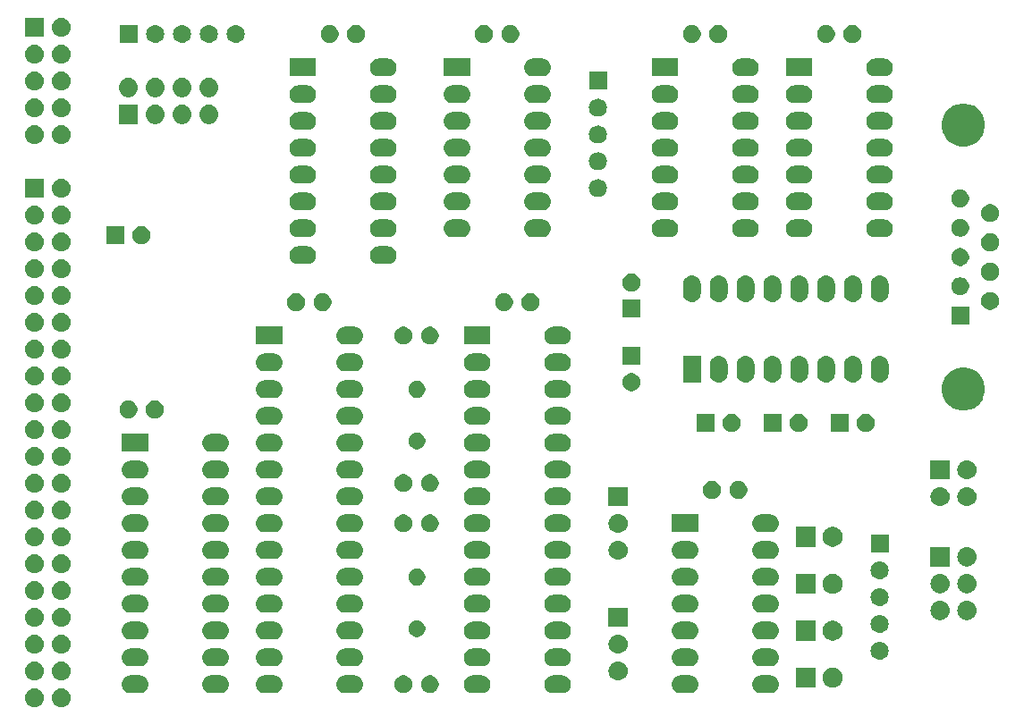
<source format=gbr>
G04 #@! TF.GenerationSoftware,KiCad,Pcbnew,(5.1.4)-1*
G04 #@! TF.CreationDate,2021-09-17T15:23:51+03:00*
G04 #@! TF.ProjectId,TTY,5454592e-6b69-4636-9164-5f7063625858,rev?*
G04 #@! TF.SameCoordinates,Original*
G04 #@! TF.FileFunction,Soldermask,Bot*
G04 #@! TF.FilePolarity,Negative*
%FSLAX46Y46*%
G04 Gerber Fmt 4.6, Leading zero omitted, Abs format (unit mm)*
G04 Created by KiCad (PCBNEW (5.1.4)-1) date 2021-09-17 15:23:51*
%MOMM*%
%LPD*%
G04 APERTURE LIST*
%ADD10C,0.100000*%
G04 APERTURE END LIST*
D10*
G36*
X91550442Y-144520518D02*
G01*
X91616627Y-144527037D01*
X91786466Y-144578557D01*
X91942991Y-144662222D01*
X91973768Y-144687480D01*
X92080186Y-144774814D01*
X92163448Y-144876271D01*
X92192778Y-144912009D01*
X92276443Y-145068534D01*
X92327963Y-145238373D01*
X92345359Y-145415000D01*
X92327963Y-145591627D01*
X92276443Y-145761466D01*
X92192778Y-145917991D01*
X92163448Y-145953729D01*
X92080186Y-146055186D01*
X91978729Y-146138448D01*
X91942991Y-146167778D01*
X91786466Y-146251443D01*
X91616627Y-146302963D01*
X91550442Y-146309482D01*
X91484260Y-146316000D01*
X91395740Y-146316000D01*
X91329558Y-146309482D01*
X91263373Y-146302963D01*
X91093534Y-146251443D01*
X90937009Y-146167778D01*
X90901271Y-146138448D01*
X90799814Y-146055186D01*
X90716552Y-145953729D01*
X90687222Y-145917991D01*
X90603557Y-145761466D01*
X90552037Y-145591627D01*
X90534641Y-145415000D01*
X90552037Y-145238373D01*
X90603557Y-145068534D01*
X90687222Y-144912009D01*
X90716552Y-144876271D01*
X90799814Y-144774814D01*
X90906232Y-144687480D01*
X90937009Y-144662222D01*
X91093534Y-144578557D01*
X91263373Y-144527037D01*
X91329558Y-144520518D01*
X91395740Y-144514000D01*
X91484260Y-144514000D01*
X91550442Y-144520518D01*
X91550442Y-144520518D01*
G37*
G36*
X89010442Y-144520518D02*
G01*
X89076627Y-144527037D01*
X89246466Y-144578557D01*
X89402991Y-144662222D01*
X89433768Y-144687480D01*
X89540186Y-144774814D01*
X89623448Y-144876271D01*
X89652778Y-144912009D01*
X89736443Y-145068534D01*
X89787963Y-145238373D01*
X89805359Y-145415000D01*
X89787963Y-145591627D01*
X89736443Y-145761466D01*
X89652778Y-145917991D01*
X89623448Y-145953729D01*
X89540186Y-146055186D01*
X89438729Y-146138448D01*
X89402991Y-146167778D01*
X89246466Y-146251443D01*
X89076627Y-146302963D01*
X89010442Y-146309482D01*
X88944260Y-146316000D01*
X88855740Y-146316000D01*
X88789558Y-146309482D01*
X88723373Y-146302963D01*
X88553534Y-146251443D01*
X88397009Y-146167778D01*
X88361271Y-146138448D01*
X88259814Y-146055186D01*
X88176552Y-145953729D01*
X88147222Y-145917991D01*
X88063557Y-145761466D01*
X88012037Y-145591627D01*
X87994641Y-145415000D01*
X88012037Y-145238373D01*
X88063557Y-145068534D01*
X88147222Y-144912009D01*
X88176552Y-144876271D01*
X88259814Y-144774814D01*
X88366232Y-144687480D01*
X88397009Y-144662222D01*
X88553534Y-144578557D01*
X88723373Y-144527037D01*
X88789558Y-144520518D01*
X88855740Y-144514000D01*
X88944260Y-144514000D01*
X89010442Y-144520518D01*
X89010442Y-144520518D01*
G37*
G36*
X98991823Y-143306313D02*
G01*
X99152242Y-143354976D01*
X99219361Y-143390852D01*
X99300078Y-143433996D01*
X99429659Y-143540341D01*
X99536004Y-143669922D01*
X99536005Y-143669924D01*
X99615024Y-143817758D01*
X99663687Y-143978177D01*
X99680117Y-144145000D01*
X99663687Y-144311823D01*
X99615024Y-144472242D01*
X99574477Y-144548100D01*
X99536004Y-144620078D01*
X99429659Y-144749659D01*
X99300078Y-144856004D01*
X99300076Y-144856005D01*
X99152242Y-144935024D01*
X98991823Y-144983687D01*
X98866804Y-144996000D01*
X97983196Y-144996000D01*
X97858177Y-144983687D01*
X97697758Y-144935024D01*
X97549924Y-144856005D01*
X97549922Y-144856004D01*
X97420341Y-144749659D01*
X97313996Y-144620078D01*
X97275523Y-144548100D01*
X97234976Y-144472242D01*
X97186313Y-144311823D01*
X97169883Y-144145000D01*
X97186313Y-143978177D01*
X97234976Y-143817758D01*
X97313995Y-143669924D01*
X97313996Y-143669922D01*
X97420341Y-143540341D01*
X97549922Y-143433996D01*
X97630639Y-143390852D01*
X97697758Y-143354976D01*
X97858177Y-143306313D01*
X97983196Y-143294000D01*
X98866804Y-143294000D01*
X98991823Y-143306313D01*
X98991823Y-143306313D01*
G37*
G36*
X131376823Y-143306313D02*
G01*
X131537242Y-143354976D01*
X131604361Y-143390852D01*
X131685078Y-143433996D01*
X131814659Y-143540341D01*
X131921004Y-143669922D01*
X131921005Y-143669924D01*
X132000024Y-143817758D01*
X132048687Y-143978177D01*
X132065117Y-144145000D01*
X132048687Y-144311823D01*
X132000024Y-144472242D01*
X131959477Y-144548100D01*
X131921004Y-144620078D01*
X131814659Y-144749659D01*
X131685078Y-144856004D01*
X131685076Y-144856005D01*
X131537242Y-144935024D01*
X131376823Y-144983687D01*
X131251804Y-144996000D01*
X130368196Y-144996000D01*
X130243177Y-144983687D01*
X130082758Y-144935024D01*
X129934924Y-144856005D01*
X129934922Y-144856004D01*
X129805341Y-144749659D01*
X129698996Y-144620078D01*
X129660523Y-144548100D01*
X129619976Y-144472242D01*
X129571313Y-144311823D01*
X129554883Y-144145000D01*
X129571313Y-143978177D01*
X129619976Y-143817758D01*
X129698995Y-143669924D01*
X129698996Y-143669922D01*
X129805341Y-143540341D01*
X129934922Y-143433996D01*
X130015639Y-143390852D01*
X130082758Y-143354976D01*
X130243177Y-143306313D01*
X130368196Y-143294000D01*
X131251804Y-143294000D01*
X131376823Y-143306313D01*
X131376823Y-143306313D01*
G37*
G36*
X119311823Y-143306313D02*
G01*
X119472242Y-143354976D01*
X119539361Y-143390852D01*
X119620078Y-143433996D01*
X119749659Y-143540341D01*
X119856004Y-143669922D01*
X119856005Y-143669924D01*
X119935024Y-143817758D01*
X119983687Y-143978177D01*
X120000117Y-144145000D01*
X119983687Y-144311823D01*
X119935024Y-144472242D01*
X119894477Y-144548100D01*
X119856004Y-144620078D01*
X119749659Y-144749659D01*
X119620078Y-144856004D01*
X119620076Y-144856005D01*
X119472242Y-144935024D01*
X119311823Y-144983687D01*
X119186804Y-144996000D01*
X118303196Y-144996000D01*
X118178177Y-144983687D01*
X118017758Y-144935024D01*
X117869924Y-144856005D01*
X117869922Y-144856004D01*
X117740341Y-144749659D01*
X117633996Y-144620078D01*
X117595523Y-144548100D01*
X117554976Y-144472242D01*
X117506313Y-144311823D01*
X117489883Y-144145000D01*
X117506313Y-143978177D01*
X117554976Y-143817758D01*
X117633995Y-143669924D01*
X117633996Y-143669922D01*
X117740341Y-143540341D01*
X117869922Y-143433996D01*
X117950639Y-143390852D01*
X118017758Y-143354976D01*
X118178177Y-143306313D01*
X118303196Y-143294000D01*
X119186804Y-143294000D01*
X119311823Y-143306313D01*
X119311823Y-143306313D01*
G37*
G36*
X111691823Y-143306313D02*
G01*
X111852242Y-143354976D01*
X111919361Y-143390852D01*
X112000078Y-143433996D01*
X112129659Y-143540341D01*
X112236004Y-143669922D01*
X112236005Y-143669924D01*
X112315024Y-143817758D01*
X112363687Y-143978177D01*
X112380117Y-144145000D01*
X112363687Y-144311823D01*
X112315024Y-144472242D01*
X112274477Y-144548100D01*
X112236004Y-144620078D01*
X112129659Y-144749659D01*
X112000078Y-144856004D01*
X112000076Y-144856005D01*
X111852242Y-144935024D01*
X111691823Y-144983687D01*
X111566804Y-144996000D01*
X110683196Y-144996000D01*
X110558177Y-144983687D01*
X110397758Y-144935024D01*
X110249924Y-144856005D01*
X110249922Y-144856004D01*
X110120341Y-144749659D01*
X110013996Y-144620078D01*
X109975523Y-144548100D01*
X109934976Y-144472242D01*
X109886313Y-144311823D01*
X109869883Y-144145000D01*
X109886313Y-143978177D01*
X109934976Y-143817758D01*
X110013995Y-143669924D01*
X110013996Y-143669922D01*
X110120341Y-143540341D01*
X110249922Y-143433996D01*
X110330639Y-143390852D01*
X110397758Y-143354976D01*
X110558177Y-143306313D01*
X110683196Y-143294000D01*
X111566804Y-143294000D01*
X111691823Y-143306313D01*
X111691823Y-143306313D01*
G37*
G36*
X151061823Y-143306313D02*
G01*
X151222242Y-143354976D01*
X151289361Y-143390852D01*
X151370078Y-143433996D01*
X151499659Y-143540341D01*
X151606004Y-143669922D01*
X151606005Y-143669924D01*
X151685024Y-143817758D01*
X151733687Y-143978177D01*
X151750117Y-144145000D01*
X151733687Y-144311823D01*
X151685024Y-144472242D01*
X151644477Y-144548100D01*
X151606004Y-144620078D01*
X151499659Y-144749659D01*
X151370078Y-144856004D01*
X151370076Y-144856005D01*
X151222242Y-144935024D01*
X151061823Y-144983687D01*
X150936804Y-144996000D01*
X150053196Y-144996000D01*
X149928177Y-144983687D01*
X149767758Y-144935024D01*
X149619924Y-144856005D01*
X149619922Y-144856004D01*
X149490341Y-144749659D01*
X149383996Y-144620078D01*
X149345523Y-144548100D01*
X149304976Y-144472242D01*
X149256313Y-144311823D01*
X149239883Y-144145000D01*
X149256313Y-143978177D01*
X149304976Y-143817758D01*
X149383995Y-143669924D01*
X149383996Y-143669922D01*
X149490341Y-143540341D01*
X149619922Y-143433996D01*
X149700639Y-143390852D01*
X149767758Y-143354976D01*
X149928177Y-143306313D01*
X150053196Y-143294000D01*
X150936804Y-143294000D01*
X151061823Y-143306313D01*
X151061823Y-143306313D01*
G37*
G36*
X158681823Y-143306313D02*
G01*
X158842242Y-143354976D01*
X158909361Y-143390852D01*
X158990078Y-143433996D01*
X159119659Y-143540341D01*
X159226004Y-143669922D01*
X159226005Y-143669924D01*
X159305024Y-143817758D01*
X159353687Y-143978177D01*
X159370117Y-144145000D01*
X159353687Y-144311823D01*
X159305024Y-144472242D01*
X159264477Y-144548100D01*
X159226004Y-144620078D01*
X159119659Y-144749659D01*
X158990078Y-144856004D01*
X158990076Y-144856005D01*
X158842242Y-144935024D01*
X158681823Y-144983687D01*
X158556804Y-144996000D01*
X157673196Y-144996000D01*
X157548177Y-144983687D01*
X157387758Y-144935024D01*
X157239924Y-144856005D01*
X157239922Y-144856004D01*
X157110341Y-144749659D01*
X157003996Y-144620078D01*
X156965523Y-144548100D01*
X156924976Y-144472242D01*
X156876313Y-144311823D01*
X156859883Y-144145000D01*
X156876313Y-143978177D01*
X156924976Y-143817758D01*
X157003995Y-143669924D01*
X157003996Y-143669922D01*
X157110341Y-143540341D01*
X157239922Y-143433996D01*
X157320639Y-143390852D01*
X157387758Y-143354976D01*
X157548177Y-143306313D01*
X157673196Y-143294000D01*
X158556804Y-143294000D01*
X158681823Y-143306313D01*
X158681823Y-143306313D01*
G37*
G36*
X126573228Y-143326703D02*
G01*
X126728100Y-143390853D01*
X126867481Y-143483985D01*
X126986015Y-143602519D01*
X127079147Y-143741900D01*
X127143297Y-143896772D01*
X127176000Y-144061184D01*
X127176000Y-144228816D01*
X127143297Y-144393228D01*
X127079147Y-144548100D01*
X126986015Y-144687481D01*
X126867481Y-144806015D01*
X126728100Y-144899147D01*
X126573228Y-144963297D01*
X126408816Y-144996000D01*
X126241184Y-144996000D01*
X126076772Y-144963297D01*
X125921900Y-144899147D01*
X125782519Y-144806015D01*
X125663985Y-144687481D01*
X125570853Y-144548100D01*
X125506703Y-144393228D01*
X125474000Y-144228816D01*
X125474000Y-144061184D01*
X125506703Y-143896772D01*
X125570853Y-143741900D01*
X125663985Y-143602519D01*
X125782519Y-143483985D01*
X125921900Y-143390853D01*
X126076772Y-143326703D01*
X126241184Y-143294000D01*
X126408816Y-143294000D01*
X126573228Y-143326703D01*
X126573228Y-143326703D01*
G37*
G36*
X106611823Y-143306313D02*
G01*
X106772242Y-143354976D01*
X106839361Y-143390852D01*
X106920078Y-143433996D01*
X107049659Y-143540341D01*
X107156004Y-143669922D01*
X107156005Y-143669924D01*
X107235024Y-143817758D01*
X107283687Y-143978177D01*
X107300117Y-144145000D01*
X107283687Y-144311823D01*
X107235024Y-144472242D01*
X107194477Y-144548100D01*
X107156004Y-144620078D01*
X107049659Y-144749659D01*
X106920078Y-144856004D01*
X106920076Y-144856005D01*
X106772242Y-144935024D01*
X106611823Y-144983687D01*
X106486804Y-144996000D01*
X105603196Y-144996000D01*
X105478177Y-144983687D01*
X105317758Y-144935024D01*
X105169924Y-144856005D01*
X105169922Y-144856004D01*
X105040341Y-144749659D01*
X104933996Y-144620078D01*
X104895523Y-144548100D01*
X104854976Y-144472242D01*
X104806313Y-144311823D01*
X104789883Y-144145000D01*
X104806313Y-143978177D01*
X104854976Y-143817758D01*
X104933995Y-143669924D01*
X104933996Y-143669922D01*
X105040341Y-143540341D01*
X105169922Y-143433996D01*
X105250639Y-143390852D01*
X105317758Y-143354976D01*
X105478177Y-143306313D01*
X105603196Y-143294000D01*
X106486804Y-143294000D01*
X106611823Y-143306313D01*
X106611823Y-143306313D01*
G37*
G36*
X138996823Y-143306313D02*
G01*
X139157242Y-143354976D01*
X139224361Y-143390852D01*
X139305078Y-143433996D01*
X139434659Y-143540341D01*
X139541004Y-143669922D01*
X139541005Y-143669924D01*
X139620024Y-143817758D01*
X139668687Y-143978177D01*
X139685117Y-144145000D01*
X139668687Y-144311823D01*
X139620024Y-144472242D01*
X139579477Y-144548100D01*
X139541004Y-144620078D01*
X139434659Y-144749659D01*
X139305078Y-144856004D01*
X139305076Y-144856005D01*
X139157242Y-144935024D01*
X138996823Y-144983687D01*
X138871804Y-144996000D01*
X137988196Y-144996000D01*
X137863177Y-144983687D01*
X137702758Y-144935024D01*
X137554924Y-144856005D01*
X137554922Y-144856004D01*
X137425341Y-144749659D01*
X137318996Y-144620078D01*
X137280523Y-144548100D01*
X137239976Y-144472242D01*
X137191313Y-144311823D01*
X137174883Y-144145000D01*
X137191313Y-143978177D01*
X137239976Y-143817758D01*
X137318995Y-143669924D01*
X137318996Y-143669922D01*
X137425341Y-143540341D01*
X137554922Y-143433996D01*
X137635639Y-143390852D01*
X137702758Y-143354976D01*
X137863177Y-143306313D01*
X137988196Y-143294000D01*
X138871804Y-143294000D01*
X138996823Y-143306313D01*
X138996823Y-143306313D01*
G37*
G36*
X124073228Y-143326703D02*
G01*
X124228100Y-143390853D01*
X124367481Y-143483985D01*
X124486015Y-143602519D01*
X124579147Y-143741900D01*
X124643297Y-143896772D01*
X124676000Y-144061184D01*
X124676000Y-144228816D01*
X124643297Y-144393228D01*
X124579147Y-144548100D01*
X124486015Y-144687481D01*
X124367481Y-144806015D01*
X124228100Y-144899147D01*
X124073228Y-144963297D01*
X123908816Y-144996000D01*
X123741184Y-144996000D01*
X123576772Y-144963297D01*
X123421900Y-144899147D01*
X123282519Y-144806015D01*
X123163985Y-144687481D01*
X123070853Y-144548100D01*
X123006703Y-144393228D01*
X122974000Y-144228816D01*
X122974000Y-144061184D01*
X123006703Y-143896772D01*
X123070853Y-143741900D01*
X123163985Y-143602519D01*
X123282519Y-143483985D01*
X123421900Y-143390853D01*
X123576772Y-143326703D01*
X123741184Y-143294000D01*
X123908816Y-143294000D01*
X124073228Y-143326703D01*
X124073228Y-143326703D01*
G37*
G36*
X164742395Y-142595546D02*
G01*
X164915466Y-142667234D01*
X164915467Y-142667235D01*
X165071227Y-142771310D01*
X165203690Y-142903773D01*
X165203691Y-142903775D01*
X165307766Y-143059534D01*
X165379454Y-143232605D01*
X165416000Y-143416333D01*
X165416000Y-143603667D01*
X165379454Y-143787395D01*
X165307766Y-143960466D01*
X165307765Y-143960467D01*
X165203690Y-144116227D01*
X165071227Y-144248690D01*
X164992818Y-144301081D01*
X164915466Y-144352766D01*
X164742395Y-144424454D01*
X164558667Y-144461000D01*
X164371333Y-144461000D01*
X164187605Y-144424454D01*
X164014534Y-144352766D01*
X163937182Y-144301081D01*
X163858773Y-144248690D01*
X163726310Y-144116227D01*
X163622235Y-143960467D01*
X163622234Y-143960466D01*
X163550546Y-143787395D01*
X163514000Y-143603667D01*
X163514000Y-143416333D01*
X163550546Y-143232605D01*
X163622234Y-143059534D01*
X163726309Y-142903775D01*
X163726310Y-142903773D01*
X163858773Y-142771310D01*
X164014533Y-142667235D01*
X164014534Y-142667234D01*
X164187605Y-142595546D01*
X164371333Y-142559000D01*
X164558667Y-142559000D01*
X164742395Y-142595546D01*
X164742395Y-142595546D01*
G37*
G36*
X162876000Y-144461000D02*
G01*
X160974000Y-144461000D01*
X160974000Y-142559000D01*
X162876000Y-142559000D01*
X162876000Y-144461000D01*
X162876000Y-144461000D01*
G37*
G36*
X144255443Y-141980519D02*
G01*
X144321627Y-141987037D01*
X144491466Y-142038557D01*
X144647991Y-142122222D01*
X144683729Y-142151552D01*
X144785186Y-142234814D01*
X144868448Y-142336271D01*
X144897778Y-142372009D01*
X144981443Y-142528534D01*
X145032963Y-142698373D01*
X145050359Y-142875000D01*
X145032963Y-143051627D01*
X144981443Y-143221466D01*
X144897778Y-143377991D01*
X144887223Y-143390852D01*
X144785186Y-143515186D01*
X144683729Y-143598448D01*
X144647991Y-143627778D01*
X144491466Y-143711443D01*
X144321627Y-143762963D01*
X144255442Y-143769482D01*
X144189260Y-143776000D01*
X144100740Y-143776000D01*
X144034558Y-143769482D01*
X143968373Y-143762963D01*
X143798534Y-143711443D01*
X143642009Y-143627778D01*
X143606271Y-143598448D01*
X143504814Y-143515186D01*
X143402777Y-143390852D01*
X143392222Y-143377991D01*
X143308557Y-143221466D01*
X143257037Y-143051627D01*
X143239641Y-142875000D01*
X143257037Y-142698373D01*
X143308557Y-142528534D01*
X143392222Y-142372009D01*
X143421552Y-142336271D01*
X143504814Y-142234814D01*
X143606271Y-142151552D01*
X143642009Y-142122222D01*
X143798534Y-142038557D01*
X143968373Y-141987037D01*
X144034557Y-141980519D01*
X144100740Y-141974000D01*
X144189260Y-141974000D01*
X144255443Y-141980519D01*
X144255443Y-141980519D01*
G37*
G36*
X91550443Y-141980519D02*
G01*
X91616627Y-141987037D01*
X91786466Y-142038557D01*
X91942991Y-142122222D01*
X91978729Y-142151552D01*
X92080186Y-142234814D01*
X92163448Y-142336271D01*
X92192778Y-142372009D01*
X92276443Y-142528534D01*
X92327963Y-142698373D01*
X92345359Y-142875000D01*
X92327963Y-143051627D01*
X92276443Y-143221466D01*
X92192778Y-143377991D01*
X92182223Y-143390852D01*
X92080186Y-143515186D01*
X91978729Y-143598448D01*
X91942991Y-143627778D01*
X91786466Y-143711443D01*
X91616627Y-143762963D01*
X91550442Y-143769482D01*
X91484260Y-143776000D01*
X91395740Y-143776000D01*
X91329558Y-143769482D01*
X91263373Y-143762963D01*
X91093534Y-143711443D01*
X90937009Y-143627778D01*
X90901271Y-143598448D01*
X90799814Y-143515186D01*
X90697777Y-143390852D01*
X90687222Y-143377991D01*
X90603557Y-143221466D01*
X90552037Y-143051627D01*
X90534641Y-142875000D01*
X90552037Y-142698373D01*
X90603557Y-142528534D01*
X90687222Y-142372009D01*
X90716552Y-142336271D01*
X90799814Y-142234814D01*
X90901271Y-142151552D01*
X90937009Y-142122222D01*
X91093534Y-142038557D01*
X91263373Y-141987037D01*
X91329557Y-141980519D01*
X91395740Y-141974000D01*
X91484260Y-141974000D01*
X91550443Y-141980519D01*
X91550443Y-141980519D01*
G37*
G36*
X89010443Y-141980519D02*
G01*
X89076627Y-141987037D01*
X89246466Y-142038557D01*
X89402991Y-142122222D01*
X89438729Y-142151552D01*
X89540186Y-142234814D01*
X89623448Y-142336271D01*
X89652778Y-142372009D01*
X89736443Y-142528534D01*
X89787963Y-142698373D01*
X89805359Y-142875000D01*
X89787963Y-143051627D01*
X89736443Y-143221466D01*
X89652778Y-143377991D01*
X89642223Y-143390852D01*
X89540186Y-143515186D01*
X89438729Y-143598448D01*
X89402991Y-143627778D01*
X89246466Y-143711443D01*
X89076627Y-143762963D01*
X89010442Y-143769482D01*
X88944260Y-143776000D01*
X88855740Y-143776000D01*
X88789558Y-143769482D01*
X88723373Y-143762963D01*
X88553534Y-143711443D01*
X88397009Y-143627778D01*
X88361271Y-143598448D01*
X88259814Y-143515186D01*
X88157777Y-143390852D01*
X88147222Y-143377991D01*
X88063557Y-143221466D01*
X88012037Y-143051627D01*
X87994641Y-142875000D01*
X88012037Y-142698373D01*
X88063557Y-142528534D01*
X88147222Y-142372009D01*
X88176552Y-142336271D01*
X88259814Y-142234814D01*
X88361271Y-142151552D01*
X88397009Y-142122222D01*
X88553534Y-142038557D01*
X88723373Y-141987037D01*
X88789557Y-141980519D01*
X88855740Y-141974000D01*
X88944260Y-141974000D01*
X89010443Y-141980519D01*
X89010443Y-141980519D01*
G37*
G36*
X151061823Y-140766313D02*
G01*
X151222242Y-140814976D01*
X151354906Y-140885886D01*
X151370078Y-140893996D01*
X151499659Y-141000341D01*
X151606004Y-141129922D01*
X151606005Y-141129924D01*
X151685024Y-141277758D01*
X151733687Y-141438177D01*
X151750117Y-141605000D01*
X151733687Y-141771823D01*
X151685024Y-141932242D01*
X151655735Y-141987037D01*
X151606004Y-142080078D01*
X151499659Y-142209659D01*
X151370078Y-142316004D01*
X151370076Y-142316005D01*
X151222242Y-142395024D01*
X151061823Y-142443687D01*
X150936804Y-142456000D01*
X150053196Y-142456000D01*
X149928177Y-142443687D01*
X149767758Y-142395024D01*
X149619924Y-142316005D01*
X149619922Y-142316004D01*
X149490341Y-142209659D01*
X149383996Y-142080078D01*
X149334265Y-141987037D01*
X149304976Y-141932242D01*
X149256313Y-141771823D01*
X149239883Y-141605000D01*
X149256313Y-141438177D01*
X149304976Y-141277758D01*
X149383995Y-141129924D01*
X149383996Y-141129922D01*
X149490341Y-141000341D01*
X149619922Y-140893996D01*
X149635094Y-140885886D01*
X149767758Y-140814976D01*
X149928177Y-140766313D01*
X150053196Y-140754000D01*
X150936804Y-140754000D01*
X151061823Y-140766313D01*
X151061823Y-140766313D01*
G37*
G36*
X158681823Y-140766313D02*
G01*
X158842242Y-140814976D01*
X158974906Y-140885886D01*
X158990078Y-140893996D01*
X159119659Y-141000341D01*
X159226004Y-141129922D01*
X159226005Y-141129924D01*
X159305024Y-141277758D01*
X159353687Y-141438177D01*
X159370117Y-141605000D01*
X159353687Y-141771823D01*
X159305024Y-141932242D01*
X159275735Y-141987037D01*
X159226004Y-142080078D01*
X159119659Y-142209659D01*
X158990078Y-142316004D01*
X158990076Y-142316005D01*
X158842242Y-142395024D01*
X158681823Y-142443687D01*
X158556804Y-142456000D01*
X157673196Y-142456000D01*
X157548177Y-142443687D01*
X157387758Y-142395024D01*
X157239924Y-142316005D01*
X157239922Y-142316004D01*
X157110341Y-142209659D01*
X157003996Y-142080078D01*
X156954265Y-141987037D01*
X156924976Y-141932242D01*
X156876313Y-141771823D01*
X156859883Y-141605000D01*
X156876313Y-141438177D01*
X156924976Y-141277758D01*
X157003995Y-141129924D01*
X157003996Y-141129922D01*
X157110341Y-141000341D01*
X157239922Y-140893996D01*
X157255094Y-140885886D01*
X157387758Y-140814976D01*
X157548177Y-140766313D01*
X157673196Y-140754000D01*
X158556804Y-140754000D01*
X158681823Y-140766313D01*
X158681823Y-140766313D01*
G37*
G36*
X138996823Y-140766313D02*
G01*
X139157242Y-140814976D01*
X139289906Y-140885886D01*
X139305078Y-140893996D01*
X139434659Y-141000341D01*
X139541004Y-141129922D01*
X139541005Y-141129924D01*
X139620024Y-141277758D01*
X139668687Y-141438177D01*
X139685117Y-141605000D01*
X139668687Y-141771823D01*
X139620024Y-141932242D01*
X139590735Y-141987037D01*
X139541004Y-142080078D01*
X139434659Y-142209659D01*
X139305078Y-142316004D01*
X139305076Y-142316005D01*
X139157242Y-142395024D01*
X138996823Y-142443687D01*
X138871804Y-142456000D01*
X137988196Y-142456000D01*
X137863177Y-142443687D01*
X137702758Y-142395024D01*
X137554924Y-142316005D01*
X137554922Y-142316004D01*
X137425341Y-142209659D01*
X137318996Y-142080078D01*
X137269265Y-141987037D01*
X137239976Y-141932242D01*
X137191313Y-141771823D01*
X137174883Y-141605000D01*
X137191313Y-141438177D01*
X137239976Y-141277758D01*
X137318995Y-141129924D01*
X137318996Y-141129922D01*
X137425341Y-141000341D01*
X137554922Y-140893996D01*
X137570094Y-140885886D01*
X137702758Y-140814976D01*
X137863177Y-140766313D01*
X137988196Y-140754000D01*
X138871804Y-140754000D01*
X138996823Y-140766313D01*
X138996823Y-140766313D01*
G37*
G36*
X119311823Y-140766313D02*
G01*
X119472242Y-140814976D01*
X119604906Y-140885886D01*
X119620078Y-140893996D01*
X119749659Y-141000341D01*
X119856004Y-141129922D01*
X119856005Y-141129924D01*
X119935024Y-141277758D01*
X119983687Y-141438177D01*
X120000117Y-141605000D01*
X119983687Y-141771823D01*
X119935024Y-141932242D01*
X119905735Y-141987037D01*
X119856004Y-142080078D01*
X119749659Y-142209659D01*
X119620078Y-142316004D01*
X119620076Y-142316005D01*
X119472242Y-142395024D01*
X119311823Y-142443687D01*
X119186804Y-142456000D01*
X118303196Y-142456000D01*
X118178177Y-142443687D01*
X118017758Y-142395024D01*
X117869924Y-142316005D01*
X117869922Y-142316004D01*
X117740341Y-142209659D01*
X117633996Y-142080078D01*
X117584265Y-141987037D01*
X117554976Y-141932242D01*
X117506313Y-141771823D01*
X117489883Y-141605000D01*
X117506313Y-141438177D01*
X117554976Y-141277758D01*
X117633995Y-141129924D01*
X117633996Y-141129922D01*
X117740341Y-141000341D01*
X117869922Y-140893996D01*
X117885094Y-140885886D01*
X118017758Y-140814976D01*
X118178177Y-140766313D01*
X118303196Y-140754000D01*
X119186804Y-140754000D01*
X119311823Y-140766313D01*
X119311823Y-140766313D01*
G37*
G36*
X111691823Y-140766313D02*
G01*
X111852242Y-140814976D01*
X111984906Y-140885886D01*
X112000078Y-140893996D01*
X112129659Y-141000341D01*
X112236004Y-141129922D01*
X112236005Y-141129924D01*
X112315024Y-141277758D01*
X112363687Y-141438177D01*
X112380117Y-141605000D01*
X112363687Y-141771823D01*
X112315024Y-141932242D01*
X112285735Y-141987037D01*
X112236004Y-142080078D01*
X112129659Y-142209659D01*
X112000078Y-142316004D01*
X112000076Y-142316005D01*
X111852242Y-142395024D01*
X111691823Y-142443687D01*
X111566804Y-142456000D01*
X110683196Y-142456000D01*
X110558177Y-142443687D01*
X110397758Y-142395024D01*
X110249924Y-142316005D01*
X110249922Y-142316004D01*
X110120341Y-142209659D01*
X110013996Y-142080078D01*
X109964265Y-141987037D01*
X109934976Y-141932242D01*
X109886313Y-141771823D01*
X109869883Y-141605000D01*
X109886313Y-141438177D01*
X109934976Y-141277758D01*
X110013995Y-141129924D01*
X110013996Y-141129922D01*
X110120341Y-141000341D01*
X110249922Y-140893996D01*
X110265094Y-140885886D01*
X110397758Y-140814976D01*
X110558177Y-140766313D01*
X110683196Y-140754000D01*
X111566804Y-140754000D01*
X111691823Y-140766313D01*
X111691823Y-140766313D01*
G37*
G36*
X131376823Y-140766313D02*
G01*
X131537242Y-140814976D01*
X131669906Y-140885886D01*
X131685078Y-140893996D01*
X131814659Y-141000341D01*
X131921004Y-141129922D01*
X131921005Y-141129924D01*
X132000024Y-141277758D01*
X132048687Y-141438177D01*
X132065117Y-141605000D01*
X132048687Y-141771823D01*
X132000024Y-141932242D01*
X131970735Y-141987037D01*
X131921004Y-142080078D01*
X131814659Y-142209659D01*
X131685078Y-142316004D01*
X131685076Y-142316005D01*
X131537242Y-142395024D01*
X131376823Y-142443687D01*
X131251804Y-142456000D01*
X130368196Y-142456000D01*
X130243177Y-142443687D01*
X130082758Y-142395024D01*
X129934924Y-142316005D01*
X129934922Y-142316004D01*
X129805341Y-142209659D01*
X129698996Y-142080078D01*
X129649265Y-141987037D01*
X129619976Y-141932242D01*
X129571313Y-141771823D01*
X129554883Y-141605000D01*
X129571313Y-141438177D01*
X129619976Y-141277758D01*
X129698995Y-141129924D01*
X129698996Y-141129922D01*
X129805341Y-141000341D01*
X129934922Y-140893996D01*
X129950094Y-140885886D01*
X130082758Y-140814976D01*
X130243177Y-140766313D01*
X130368196Y-140754000D01*
X131251804Y-140754000D01*
X131376823Y-140766313D01*
X131376823Y-140766313D01*
G37*
G36*
X106611823Y-140766313D02*
G01*
X106772242Y-140814976D01*
X106904906Y-140885886D01*
X106920078Y-140893996D01*
X107049659Y-141000341D01*
X107156004Y-141129922D01*
X107156005Y-141129924D01*
X107235024Y-141277758D01*
X107283687Y-141438177D01*
X107300117Y-141605000D01*
X107283687Y-141771823D01*
X107235024Y-141932242D01*
X107205735Y-141987037D01*
X107156004Y-142080078D01*
X107049659Y-142209659D01*
X106920078Y-142316004D01*
X106920076Y-142316005D01*
X106772242Y-142395024D01*
X106611823Y-142443687D01*
X106486804Y-142456000D01*
X105603196Y-142456000D01*
X105478177Y-142443687D01*
X105317758Y-142395024D01*
X105169924Y-142316005D01*
X105169922Y-142316004D01*
X105040341Y-142209659D01*
X104933996Y-142080078D01*
X104884265Y-141987037D01*
X104854976Y-141932242D01*
X104806313Y-141771823D01*
X104789883Y-141605000D01*
X104806313Y-141438177D01*
X104854976Y-141277758D01*
X104933995Y-141129924D01*
X104933996Y-141129922D01*
X105040341Y-141000341D01*
X105169922Y-140893996D01*
X105185094Y-140885886D01*
X105317758Y-140814976D01*
X105478177Y-140766313D01*
X105603196Y-140754000D01*
X106486804Y-140754000D01*
X106611823Y-140766313D01*
X106611823Y-140766313D01*
G37*
G36*
X98991823Y-140766313D02*
G01*
X99152242Y-140814976D01*
X99284906Y-140885886D01*
X99300078Y-140893996D01*
X99429659Y-141000341D01*
X99536004Y-141129922D01*
X99536005Y-141129924D01*
X99615024Y-141277758D01*
X99663687Y-141438177D01*
X99680117Y-141605000D01*
X99663687Y-141771823D01*
X99615024Y-141932242D01*
X99585735Y-141987037D01*
X99536004Y-142080078D01*
X99429659Y-142209659D01*
X99300078Y-142316004D01*
X99300076Y-142316005D01*
X99152242Y-142395024D01*
X98991823Y-142443687D01*
X98866804Y-142456000D01*
X97983196Y-142456000D01*
X97858177Y-142443687D01*
X97697758Y-142395024D01*
X97549924Y-142316005D01*
X97549922Y-142316004D01*
X97420341Y-142209659D01*
X97313996Y-142080078D01*
X97264265Y-141987037D01*
X97234976Y-141932242D01*
X97186313Y-141771823D01*
X97169883Y-141605000D01*
X97186313Y-141438177D01*
X97234976Y-141277758D01*
X97313995Y-141129924D01*
X97313996Y-141129922D01*
X97420341Y-141000341D01*
X97549922Y-140893996D01*
X97565094Y-140885886D01*
X97697758Y-140814976D01*
X97858177Y-140766313D01*
X97983196Y-140754000D01*
X98866804Y-140754000D01*
X98991823Y-140766313D01*
X98991823Y-140766313D01*
G37*
G36*
X169076823Y-140131313D02*
G01*
X169237242Y-140179976D01*
X169369906Y-140250886D01*
X169385078Y-140258996D01*
X169514659Y-140365341D01*
X169621004Y-140494922D01*
X169621005Y-140494924D01*
X169700024Y-140642758D01*
X169748687Y-140803177D01*
X169765117Y-140970000D01*
X169748687Y-141136823D01*
X169700024Y-141297242D01*
X169629114Y-141429906D01*
X169621004Y-141445078D01*
X169514659Y-141574659D01*
X169385078Y-141681004D01*
X169385076Y-141681005D01*
X169237242Y-141760024D01*
X169076823Y-141808687D01*
X168951804Y-141821000D01*
X168868196Y-141821000D01*
X168743177Y-141808687D01*
X168582758Y-141760024D01*
X168434924Y-141681005D01*
X168434922Y-141681004D01*
X168305341Y-141574659D01*
X168198996Y-141445078D01*
X168190886Y-141429906D01*
X168119976Y-141297242D01*
X168071313Y-141136823D01*
X168054883Y-140970000D01*
X168071313Y-140803177D01*
X168119976Y-140642758D01*
X168198995Y-140494924D01*
X168198996Y-140494922D01*
X168305341Y-140365341D01*
X168434922Y-140258996D01*
X168450094Y-140250886D01*
X168582758Y-140179976D01*
X168743177Y-140131313D01*
X168868196Y-140119000D01*
X168951804Y-140119000D01*
X169076823Y-140131313D01*
X169076823Y-140131313D01*
G37*
G36*
X144255443Y-139440519D02*
G01*
X144321627Y-139447037D01*
X144491466Y-139498557D01*
X144647991Y-139582222D01*
X144683729Y-139611552D01*
X144785186Y-139694814D01*
X144868448Y-139796271D01*
X144897778Y-139832009D01*
X144981443Y-139988534D01*
X145032963Y-140158373D01*
X145050359Y-140335000D01*
X145032963Y-140511627D01*
X144981443Y-140681466D01*
X144897778Y-140837991D01*
X144868448Y-140873729D01*
X144785186Y-140975186D01*
X144683729Y-141058448D01*
X144647991Y-141087778D01*
X144491466Y-141171443D01*
X144321627Y-141222963D01*
X144255442Y-141229482D01*
X144189260Y-141236000D01*
X144100740Y-141236000D01*
X144034558Y-141229482D01*
X143968373Y-141222963D01*
X143798534Y-141171443D01*
X143642009Y-141087778D01*
X143606271Y-141058448D01*
X143504814Y-140975186D01*
X143421552Y-140873729D01*
X143392222Y-140837991D01*
X143308557Y-140681466D01*
X143257037Y-140511627D01*
X143239641Y-140335000D01*
X143257037Y-140158373D01*
X143308557Y-139988534D01*
X143392222Y-139832009D01*
X143421552Y-139796271D01*
X143504814Y-139694814D01*
X143606271Y-139611552D01*
X143642009Y-139582222D01*
X143798534Y-139498557D01*
X143968373Y-139447037D01*
X144034557Y-139440519D01*
X144100740Y-139434000D01*
X144189260Y-139434000D01*
X144255443Y-139440519D01*
X144255443Y-139440519D01*
G37*
G36*
X89010443Y-139440519D02*
G01*
X89076627Y-139447037D01*
X89246466Y-139498557D01*
X89402991Y-139582222D01*
X89438729Y-139611552D01*
X89540186Y-139694814D01*
X89623448Y-139796271D01*
X89652778Y-139832009D01*
X89736443Y-139988534D01*
X89787963Y-140158373D01*
X89805359Y-140335000D01*
X89787963Y-140511627D01*
X89736443Y-140681466D01*
X89652778Y-140837991D01*
X89623448Y-140873729D01*
X89540186Y-140975186D01*
X89438729Y-141058448D01*
X89402991Y-141087778D01*
X89246466Y-141171443D01*
X89076627Y-141222963D01*
X89010442Y-141229482D01*
X88944260Y-141236000D01*
X88855740Y-141236000D01*
X88789558Y-141229482D01*
X88723373Y-141222963D01*
X88553534Y-141171443D01*
X88397009Y-141087778D01*
X88361271Y-141058448D01*
X88259814Y-140975186D01*
X88176552Y-140873729D01*
X88147222Y-140837991D01*
X88063557Y-140681466D01*
X88012037Y-140511627D01*
X87994641Y-140335000D01*
X88012037Y-140158373D01*
X88063557Y-139988534D01*
X88147222Y-139832009D01*
X88176552Y-139796271D01*
X88259814Y-139694814D01*
X88361271Y-139611552D01*
X88397009Y-139582222D01*
X88553534Y-139498557D01*
X88723373Y-139447037D01*
X88789557Y-139440519D01*
X88855740Y-139434000D01*
X88944260Y-139434000D01*
X89010443Y-139440519D01*
X89010443Y-139440519D01*
G37*
G36*
X91550443Y-139440519D02*
G01*
X91616627Y-139447037D01*
X91786466Y-139498557D01*
X91942991Y-139582222D01*
X91978729Y-139611552D01*
X92080186Y-139694814D01*
X92163448Y-139796271D01*
X92192778Y-139832009D01*
X92276443Y-139988534D01*
X92327963Y-140158373D01*
X92345359Y-140335000D01*
X92327963Y-140511627D01*
X92276443Y-140681466D01*
X92192778Y-140837991D01*
X92163448Y-140873729D01*
X92080186Y-140975186D01*
X91978729Y-141058448D01*
X91942991Y-141087778D01*
X91786466Y-141171443D01*
X91616627Y-141222963D01*
X91550442Y-141229482D01*
X91484260Y-141236000D01*
X91395740Y-141236000D01*
X91329558Y-141229482D01*
X91263373Y-141222963D01*
X91093534Y-141171443D01*
X90937009Y-141087778D01*
X90901271Y-141058448D01*
X90799814Y-140975186D01*
X90716552Y-140873729D01*
X90687222Y-140837991D01*
X90603557Y-140681466D01*
X90552037Y-140511627D01*
X90534641Y-140335000D01*
X90552037Y-140158373D01*
X90603557Y-139988534D01*
X90687222Y-139832009D01*
X90716552Y-139796271D01*
X90799814Y-139694814D01*
X90901271Y-139611552D01*
X90937009Y-139582222D01*
X91093534Y-139498557D01*
X91263373Y-139447037D01*
X91329557Y-139440519D01*
X91395740Y-139434000D01*
X91484260Y-139434000D01*
X91550443Y-139440519D01*
X91550443Y-139440519D01*
G37*
G36*
X164742395Y-138150546D02*
G01*
X164915466Y-138222234D01*
X164921572Y-138226314D01*
X165071227Y-138326310D01*
X165203690Y-138458773D01*
X165221604Y-138485584D01*
X165307766Y-138614534D01*
X165379454Y-138787605D01*
X165416000Y-138971333D01*
X165416000Y-139158667D01*
X165379454Y-139342395D01*
X165307766Y-139515466D01*
X165268095Y-139574838D01*
X165203690Y-139671227D01*
X165071227Y-139803690D01*
X165028844Y-139832009D01*
X164915466Y-139907766D01*
X164742395Y-139979454D01*
X164558667Y-140016000D01*
X164371333Y-140016000D01*
X164187605Y-139979454D01*
X164014534Y-139907766D01*
X163901156Y-139832009D01*
X163858773Y-139803690D01*
X163726310Y-139671227D01*
X163661905Y-139574838D01*
X163622234Y-139515466D01*
X163550546Y-139342395D01*
X163514000Y-139158667D01*
X163514000Y-138971333D01*
X163550546Y-138787605D01*
X163622234Y-138614534D01*
X163708396Y-138485584D01*
X163726310Y-138458773D01*
X163858773Y-138326310D01*
X164008428Y-138226314D01*
X164014534Y-138222234D01*
X164187605Y-138150546D01*
X164371333Y-138114000D01*
X164558667Y-138114000D01*
X164742395Y-138150546D01*
X164742395Y-138150546D01*
G37*
G36*
X162876000Y-140016000D02*
G01*
X160974000Y-140016000D01*
X160974000Y-138114000D01*
X162876000Y-138114000D01*
X162876000Y-140016000D01*
X162876000Y-140016000D01*
G37*
G36*
X106611823Y-138226313D02*
G01*
X106772242Y-138274976D01*
X106868279Y-138326309D01*
X106920078Y-138353996D01*
X107049659Y-138460341D01*
X107156004Y-138589922D01*
X107156005Y-138589924D01*
X107235024Y-138737758D01*
X107283687Y-138898177D01*
X107300117Y-139065000D01*
X107283687Y-139231823D01*
X107235024Y-139392242D01*
X107178197Y-139498557D01*
X107156004Y-139540078D01*
X107049659Y-139669659D01*
X106920078Y-139776004D01*
X106920076Y-139776005D01*
X106772242Y-139855024D01*
X106611823Y-139903687D01*
X106486804Y-139916000D01*
X105603196Y-139916000D01*
X105478177Y-139903687D01*
X105317758Y-139855024D01*
X105169924Y-139776005D01*
X105169922Y-139776004D01*
X105040341Y-139669659D01*
X104933996Y-139540078D01*
X104911803Y-139498557D01*
X104854976Y-139392242D01*
X104806313Y-139231823D01*
X104789883Y-139065000D01*
X104806313Y-138898177D01*
X104854976Y-138737758D01*
X104933995Y-138589924D01*
X104933996Y-138589922D01*
X105040341Y-138460341D01*
X105169922Y-138353996D01*
X105221721Y-138326309D01*
X105317758Y-138274976D01*
X105478177Y-138226313D01*
X105603196Y-138214000D01*
X106486804Y-138214000D01*
X106611823Y-138226313D01*
X106611823Y-138226313D01*
G37*
G36*
X131376823Y-138226313D02*
G01*
X131537242Y-138274976D01*
X131633279Y-138326309D01*
X131685078Y-138353996D01*
X131814659Y-138460341D01*
X131921004Y-138589922D01*
X131921005Y-138589924D01*
X132000024Y-138737758D01*
X132048687Y-138898177D01*
X132065117Y-139065000D01*
X132048687Y-139231823D01*
X132000024Y-139392242D01*
X131943197Y-139498557D01*
X131921004Y-139540078D01*
X131814659Y-139669659D01*
X131685078Y-139776004D01*
X131685076Y-139776005D01*
X131537242Y-139855024D01*
X131376823Y-139903687D01*
X131251804Y-139916000D01*
X130368196Y-139916000D01*
X130243177Y-139903687D01*
X130082758Y-139855024D01*
X129934924Y-139776005D01*
X129934922Y-139776004D01*
X129805341Y-139669659D01*
X129698996Y-139540078D01*
X129676803Y-139498557D01*
X129619976Y-139392242D01*
X129571313Y-139231823D01*
X129554883Y-139065000D01*
X129571313Y-138898177D01*
X129619976Y-138737758D01*
X129698995Y-138589924D01*
X129698996Y-138589922D01*
X129805341Y-138460341D01*
X129934922Y-138353996D01*
X129986721Y-138326309D01*
X130082758Y-138274976D01*
X130243177Y-138226313D01*
X130368196Y-138214000D01*
X131251804Y-138214000D01*
X131376823Y-138226313D01*
X131376823Y-138226313D01*
G37*
G36*
X111691823Y-138226313D02*
G01*
X111852242Y-138274976D01*
X111948279Y-138326309D01*
X112000078Y-138353996D01*
X112129659Y-138460341D01*
X112236004Y-138589922D01*
X112236005Y-138589924D01*
X112315024Y-138737758D01*
X112363687Y-138898177D01*
X112380117Y-139065000D01*
X112363687Y-139231823D01*
X112315024Y-139392242D01*
X112258197Y-139498557D01*
X112236004Y-139540078D01*
X112129659Y-139669659D01*
X112000078Y-139776004D01*
X112000076Y-139776005D01*
X111852242Y-139855024D01*
X111691823Y-139903687D01*
X111566804Y-139916000D01*
X110683196Y-139916000D01*
X110558177Y-139903687D01*
X110397758Y-139855024D01*
X110249924Y-139776005D01*
X110249922Y-139776004D01*
X110120341Y-139669659D01*
X110013996Y-139540078D01*
X109991803Y-139498557D01*
X109934976Y-139392242D01*
X109886313Y-139231823D01*
X109869883Y-139065000D01*
X109886313Y-138898177D01*
X109934976Y-138737758D01*
X110013995Y-138589924D01*
X110013996Y-138589922D01*
X110120341Y-138460341D01*
X110249922Y-138353996D01*
X110301721Y-138326309D01*
X110397758Y-138274976D01*
X110558177Y-138226313D01*
X110683196Y-138214000D01*
X111566804Y-138214000D01*
X111691823Y-138226313D01*
X111691823Y-138226313D01*
G37*
G36*
X119311823Y-138226313D02*
G01*
X119472242Y-138274976D01*
X119568279Y-138326309D01*
X119620078Y-138353996D01*
X119749659Y-138460341D01*
X119856004Y-138589922D01*
X119856005Y-138589924D01*
X119935024Y-138737758D01*
X119983687Y-138898177D01*
X120000117Y-139065000D01*
X119983687Y-139231823D01*
X119935024Y-139392242D01*
X119878197Y-139498557D01*
X119856004Y-139540078D01*
X119749659Y-139669659D01*
X119620078Y-139776004D01*
X119620076Y-139776005D01*
X119472242Y-139855024D01*
X119311823Y-139903687D01*
X119186804Y-139916000D01*
X118303196Y-139916000D01*
X118178177Y-139903687D01*
X118017758Y-139855024D01*
X117869924Y-139776005D01*
X117869922Y-139776004D01*
X117740341Y-139669659D01*
X117633996Y-139540078D01*
X117611803Y-139498557D01*
X117554976Y-139392242D01*
X117506313Y-139231823D01*
X117489883Y-139065000D01*
X117506313Y-138898177D01*
X117554976Y-138737758D01*
X117633995Y-138589924D01*
X117633996Y-138589922D01*
X117740341Y-138460341D01*
X117869922Y-138353996D01*
X117921721Y-138326309D01*
X118017758Y-138274976D01*
X118178177Y-138226313D01*
X118303196Y-138214000D01*
X119186804Y-138214000D01*
X119311823Y-138226313D01*
X119311823Y-138226313D01*
G37*
G36*
X151061823Y-138226313D02*
G01*
X151222242Y-138274976D01*
X151318279Y-138326309D01*
X151370078Y-138353996D01*
X151499659Y-138460341D01*
X151606004Y-138589922D01*
X151606005Y-138589924D01*
X151685024Y-138737758D01*
X151733687Y-138898177D01*
X151750117Y-139065000D01*
X151733687Y-139231823D01*
X151685024Y-139392242D01*
X151628197Y-139498557D01*
X151606004Y-139540078D01*
X151499659Y-139669659D01*
X151370078Y-139776004D01*
X151370076Y-139776005D01*
X151222242Y-139855024D01*
X151061823Y-139903687D01*
X150936804Y-139916000D01*
X150053196Y-139916000D01*
X149928177Y-139903687D01*
X149767758Y-139855024D01*
X149619924Y-139776005D01*
X149619922Y-139776004D01*
X149490341Y-139669659D01*
X149383996Y-139540078D01*
X149361803Y-139498557D01*
X149304976Y-139392242D01*
X149256313Y-139231823D01*
X149239883Y-139065000D01*
X149256313Y-138898177D01*
X149304976Y-138737758D01*
X149383995Y-138589924D01*
X149383996Y-138589922D01*
X149490341Y-138460341D01*
X149619922Y-138353996D01*
X149671721Y-138326309D01*
X149767758Y-138274976D01*
X149928177Y-138226313D01*
X150053196Y-138214000D01*
X150936804Y-138214000D01*
X151061823Y-138226313D01*
X151061823Y-138226313D01*
G37*
G36*
X158681823Y-138226313D02*
G01*
X158842242Y-138274976D01*
X158938279Y-138326309D01*
X158990078Y-138353996D01*
X159119659Y-138460341D01*
X159226004Y-138589922D01*
X159226005Y-138589924D01*
X159305024Y-138737758D01*
X159353687Y-138898177D01*
X159370117Y-139065000D01*
X159353687Y-139231823D01*
X159305024Y-139392242D01*
X159248197Y-139498557D01*
X159226004Y-139540078D01*
X159119659Y-139669659D01*
X158990078Y-139776004D01*
X158990076Y-139776005D01*
X158842242Y-139855024D01*
X158681823Y-139903687D01*
X158556804Y-139916000D01*
X157673196Y-139916000D01*
X157548177Y-139903687D01*
X157387758Y-139855024D01*
X157239924Y-139776005D01*
X157239922Y-139776004D01*
X157110341Y-139669659D01*
X157003996Y-139540078D01*
X156981803Y-139498557D01*
X156924976Y-139392242D01*
X156876313Y-139231823D01*
X156859883Y-139065000D01*
X156876313Y-138898177D01*
X156924976Y-138737758D01*
X157003995Y-138589924D01*
X157003996Y-138589922D01*
X157110341Y-138460341D01*
X157239922Y-138353996D01*
X157291721Y-138326309D01*
X157387758Y-138274976D01*
X157548177Y-138226313D01*
X157673196Y-138214000D01*
X158556804Y-138214000D01*
X158681823Y-138226313D01*
X158681823Y-138226313D01*
G37*
G36*
X98991823Y-138226313D02*
G01*
X99152242Y-138274976D01*
X99248279Y-138326309D01*
X99300078Y-138353996D01*
X99429659Y-138460341D01*
X99536004Y-138589922D01*
X99536005Y-138589924D01*
X99615024Y-138737758D01*
X99663687Y-138898177D01*
X99680117Y-139065000D01*
X99663687Y-139231823D01*
X99615024Y-139392242D01*
X99558197Y-139498557D01*
X99536004Y-139540078D01*
X99429659Y-139669659D01*
X99300078Y-139776004D01*
X99300076Y-139776005D01*
X99152242Y-139855024D01*
X98991823Y-139903687D01*
X98866804Y-139916000D01*
X97983196Y-139916000D01*
X97858177Y-139903687D01*
X97697758Y-139855024D01*
X97549924Y-139776005D01*
X97549922Y-139776004D01*
X97420341Y-139669659D01*
X97313996Y-139540078D01*
X97291803Y-139498557D01*
X97234976Y-139392242D01*
X97186313Y-139231823D01*
X97169883Y-139065000D01*
X97186313Y-138898177D01*
X97234976Y-138737758D01*
X97313995Y-138589924D01*
X97313996Y-138589922D01*
X97420341Y-138460341D01*
X97549922Y-138353996D01*
X97601721Y-138326309D01*
X97697758Y-138274976D01*
X97858177Y-138226313D01*
X97983196Y-138214000D01*
X98866804Y-138214000D01*
X98991823Y-138226313D01*
X98991823Y-138226313D01*
G37*
G36*
X138996823Y-138226313D02*
G01*
X139157242Y-138274976D01*
X139253279Y-138326309D01*
X139305078Y-138353996D01*
X139434659Y-138460341D01*
X139541004Y-138589922D01*
X139541005Y-138589924D01*
X139620024Y-138737758D01*
X139668687Y-138898177D01*
X139685117Y-139065000D01*
X139668687Y-139231823D01*
X139620024Y-139392242D01*
X139563197Y-139498557D01*
X139541004Y-139540078D01*
X139434659Y-139669659D01*
X139305078Y-139776004D01*
X139305076Y-139776005D01*
X139157242Y-139855024D01*
X138996823Y-139903687D01*
X138871804Y-139916000D01*
X137988196Y-139916000D01*
X137863177Y-139903687D01*
X137702758Y-139855024D01*
X137554924Y-139776005D01*
X137554922Y-139776004D01*
X137425341Y-139669659D01*
X137318996Y-139540078D01*
X137296803Y-139498557D01*
X137239976Y-139392242D01*
X137191313Y-139231823D01*
X137174883Y-139065000D01*
X137191313Y-138898177D01*
X137239976Y-138737758D01*
X137318995Y-138589924D01*
X137318996Y-138589922D01*
X137425341Y-138460341D01*
X137554922Y-138353996D01*
X137606721Y-138326309D01*
X137702758Y-138274976D01*
X137863177Y-138226313D01*
X137988196Y-138214000D01*
X138871804Y-138214000D01*
X138996823Y-138226313D01*
X138996823Y-138226313D01*
G37*
G36*
X125328642Y-138094781D02*
G01*
X125463270Y-138150546D01*
X125474416Y-138155163D01*
X125605608Y-138242822D01*
X125717178Y-138354392D01*
X125786924Y-138458775D01*
X125804838Y-138485586D01*
X125865219Y-138631358D01*
X125896000Y-138786107D01*
X125896000Y-138943893D01*
X125865219Y-139098642D01*
X125804838Y-139244414D01*
X125804837Y-139244416D01*
X125717178Y-139375608D01*
X125605608Y-139487178D01*
X125474416Y-139574837D01*
X125474415Y-139574838D01*
X125474414Y-139574838D01*
X125328642Y-139635219D01*
X125173893Y-139666000D01*
X125016107Y-139666000D01*
X124861358Y-139635219D01*
X124715586Y-139574838D01*
X124715585Y-139574838D01*
X124715584Y-139574837D01*
X124584392Y-139487178D01*
X124472822Y-139375608D01*
X124385163Y-139244416D01*
X124385162Y-139244414D01*
X124324781Y-139098642D01*
X124294000Y-138943893D01*
X124294000Y-138786107D01*
X124324781Y-138631358D01*
X124385162Y-138485586D01*
X124403076Y-138458775D01*
X124472822Y-138354392D01*
X124584392Y-138242822D01*
X124715584Y-138155163D01*
X124726730Y-138150546D01*
X124861358Y-138094781D01*
X125016107Y-138064000D01*
X125173893Y-138064000D01*
X125328642Y-138094781D01*
X125328642Y-138094781D01*
G37*
G36*
X169076823Y-137591313D02*
G01*
X169237242Y-137639976D01*
X169369906Y-137710886D01*
X169385078Y-137718996D01*
X169514659Y-137825341D01*
X169621004Y-137954922D01*
X169621005Y-137954924D01*
X169700024Y-138102758D01*
X169748687Y-138263177D01*
X169765117Y-138430000D01*
X169748687Y-138596823D01*
X169700024Y-138757242D01*
X169629114Y-138889906D01*
X169621004Y-138905078D01*
X169514659Y-139034659D01*
X169385078Y-139141004D01*
X169385076Y-139141005D01*
X169237242Y-139220024D01*
X169076823Y-139268687D01*
X168951804Y-139281000D01*
X168868196Y-139281000D01*
X168743177Y-139268687D01*
X168582758Y-139220024D01*
X168434924Y-139141005D01*
X168434922Y-139141004D01*
X168305341Y-139034659D01*
X168198996Y-138905078D01*
X168190886Y-138889906D01*
X168119976Y-138757242D01*
X168071313Y-138596823D01*
X168054883Y-138430000D01*
X168071313Y-138263177D01*
X168119976Y-138102758D01*
X168198995Y-137954924D01*
X168198996Y-137954922D01*
X168305341Y-137825341D01*
X168434922Y-137718996D01*
X168450094Y-137710886D01*
X168582758Y-137639976D01*
X168743177Y-137591313D01*
X168868196Y-137579000D01*
X168951804Y-137579000D01*
X169076823Y-137591313D01*
X169076823Y-137591313D01*
G37*
G36*
X145046000Y-138696000D02*
G01*
X143244000Y-138696000D01*
X143244000Y-136894000D01*
X145046000Y-136894000D01*
X145046000Y-138696000D01*
X145046000Y-138696000D01*
G37*
G36*
X91550442Y-136900518D02*
G01*
X91616627Y-136907037D01*
X91786466Y-136958557D01*
X91942991Y-137042222D01*
X91978729Y-137071552D01*
X92080186Y-137154814D01*
X92163448Y-137256271D01*
X92192778Y-137292009D01*
X92276443Y-137448534D01*
X92327963Y-137618373D01*
X92345359Y-137795000D01*
X92327963Y-137971627D01*
X92276443Y-138141466D01*
X92192778Y-138297991D01*
X92169538Y-138326309D01*
X92080186Y-138435186D01*
X91978729Y-138518448D01*
X91942991Y-138547778D01*
X91786466Y-138631443D01*
X91616627Y-138682963D01*
X91550443Y-138689481D01*
X91484260Y-138696000D01*
X91395740Y-138696000D01*
X91329557Y-138689481D01*
X91263373Y-138682963D01*
X91093534Y-138631443D01*
X90937009Y-138547778D01*
X90901271Y-138518448D01*
X90799814Y-138435186D01*
X90710462Y-138326309D01*
X90687222Y-138297991D01*
X90603557Y-138141466D01*
X90552037Y-137971627D01*
X90534641Y-137795000D01*
X90552037Y-137618373D01*
X90603557Y-137448534D01*
X90687222Y-137292009D01*
X90716552Y-137256271D01*
X90799814Y-137154814D01*
X90901271Y-137071552D01*
X90937009Y-137042222D01*
X91093534Y-136958557D01*
X91263373Y-136907037D01*
X91329558Y-136900518D01*
X91395740Y-136894000D01*
X91484260Y-136894000D01*
X91550442Y-136900518D01*
X91550442Y-136900518D01*
G37*
G36*
X89010442Y-136900518D02*
G01*
X89076627Y-136907037D01*
X89246466Y-136958557D01*
X89402991Y-137042222D01*
X89438729Y-137071552D01*
X89540186Y-137154814D01*
X89623448Y-137256271D01*
X89652778Y-137292009D01*
X89736443Y-137448534D01*
X89787963Y-137618373D01*
X89805359Y-137795000D01*
X89787963Y-137971627D01*
X89736443Y-138141466D01*
X89652778Y-138297991D01*
X89629538Y-138326309D01*
X89540186Y-138435186D01*
X89438729Y-138518448D01*
X89402991Y-138547778D01*
X89246466Y-138631443D01*
X89076627Y-138682963D01*
X89010443Y-138689481D01*
X88944260Y-138696000D01*
X88855740Y-138696000D01*
X88789557Y-138689481D01*
X88723373Y-138682963D01*
X88553534Y-138631443D01*
X88397009Y-138547778D01*
X88361271Y-138518448D01*
X88259814Y-138435186D01*
X88170462Y-138326309D01*
X88147222Y-138297991D01*
X88063557Y-138141466D01*
X88012037Y-137971627D01*
X87994641Y-137795000D01*
X88012037Y-137618373D01*
X88063557Y-137448534D01*
X88147222Y-137292009D01*
X88176552Y-137256271D01*
X88259814Y-137154814D01*
X88361271Y-137071552D01*
X88397009Y-137042222D01*
X88553534Y-136958557D01*
X88723373Y-136907037D01*
X88789558Y-136900518D01*
X88855740Y-136894000D01*
X88944260Y-136894000D01*
X89010442Y-136900518D01*
X89010442Y-136900518D01*
G37*
G36*
X174735443Y-136265519D02*
G01*
X174801627Y-136272037D01*
X174971466Y-136323557D01*
X175127991Y-136407222D01*
X175163729Y-136436552D01*
X175265186Y-136519814D01*
X175348448Y-136621271D01*
X175377778Y-136657009D01*
X175461443Y-136813534D01*
X175512963Y-136983373D01*
X175530359Y-137160000D01*
X175512963Y-137336627D01*
X175461443Y-137506466D01*
X175377778Y-137662991D01*
X175348448Y-137698729D01*
X175265186Y-137800186D01*
X175163729Y-137883448D01*
X175127991Y-137912778D01*
X174971466Y-137996443D01*
X174801627Y-138047963D01*
X174735442Y-138054482D01*
X174669260Y-138061000D01*
X174580740Y-138061000D01*
X174514558Y-138054482D01*
X174448373Y-138047963D01*
X174278534Y-137996443D01*
X174122009Y-137912778D01*
X174086271Y-137883448D01*
X173984814Y-137800186D01*
X173901552Y-137698729D01*
X173872222Y-137662991D01*
X173788557Y-137506466D01*
X173737037Y-137336627D01*
X173719641Y-137160000D01*
X173737037Y-136983373D01*
X173788557Y-136813534D01*
X173872222Y-136657009D01*
X173901552Y-136621271D01*
X173984814Y-136519814D01*
X174086271Y-136436552D01*
X174122009Y-136407222D01*
X174278534Y-136323557D01*
X174448373Y-136272037D01*
X174514557Y-136265519D01*
X174580740Y-136259000D01*
X174669260Y-136259000D01*
X174735443Y-136265519D01*
X174735443Y-136265519D01*
G37*
G36*
X177275443Y-136265519D02*
G01*
X177341627Y-136272037D01*
X177511466Y-136323557D01*
X177667991Y-136407222D01*
X177703729Y-136436552D01*
X177805186Y-136519814D01*
X177888448Y-136621271D01*
X177917778Y-136657009D01*
X178001443Y-136813534D01*
X178052963Y-136983373D01*
X178070359Y-137160000D01*
X178052963Y-137336627D01*
X178001443Y-137506466D01*
X177917778Y-137662991D01*
X177888448Y-137698729D01*
X177805186Y-137800186D01*
X177703729Y-137883448D01*
X177667991Y-137912778D01*
X177511466Y-137996443D01*
X177341627Y-138047963D01*
X177275442Y-138054482D01*
X177209260Y-138061000D01*
X177120740Y-138061000D01*
X177054558Y-138054482D01*
X176988373Y-138047963D01*
X176818534Y-137996443D01*
X176662009Y-137912778D01*
X176626271Y-137883448D01*
X176524814Y-137800186D01*
X176441552Y-137698729D01*
X176412222Y-137662991D01*
X176328557Y-137506466D01*
X176277037Y-137336627D01*
X176259641Y-137160000D01*
X176277037Y-136983373D01*
X176328557Y-136813534D01*
X176412222Y-136657009D01*
X176441552Y-136621271D01*
X176524814Y-136519814D01*
X176626271Y-136436552D01*
X176662009Y-136407222D01*
X176818534Y-136323557D01*
X176988373Y-136272037D01*
X177054557Y-136265519D01*
X177120740Y-136259000D01*
X177209260Y-136259000D01*
X177275443Y-136265519D01*
X177275443Y-136265519D01*
G37*
G36*
X106611823Y-135686313D02*
G01*
X106772242Y-135734976D01*
X106904906Y-135805886D01*
X106920078Y-135813996D01*
X107049659Y-135920341D01*
X107156004Y-136049922D01*
X107156005Y-136049924D01*
X107235024Y-136197758D01*
X107283687Y-136358177D01*
X107300117Y-136525000D01*
X107283687Y-136691823D01*
X107235024Y-136852242D01*
X107205735Y-136907037D01*
X107156004Y-137000078D01*
X107049659Y-137129659D01*
X106920078Y-137236004D01*
X106920076Y-137236005D01*
X106772242Y-137315024D01*
X106611823Y-137363687D01*
X106486804Y-137376000D01*
X105603196Y-137376000D01*
X105478177Y-137363687D01*
X105317758Y-137315024D01*
X105169924Y-137236005D01*
X105169922Y-137236004D01*
X105040341Y-137129659D01*
X104933996Y-137000078D01*
X104884265Y-136907037D01*
X104854976Y-136852242D01*
X104806313Y-136691823D01*
X104789883Y-136525000D01*
X104806313Y-136358177D01*
X104854976Y-136197758D01*
X104933995Y-136049924D01*
X104933996Y-136049922D01*
X105040341Y-135920341D01*
X105169922Y-135813996D01*
X105185094Y-135805886D01*
X105317758Y-135734976D01*
X105478177Y-135686313D01*
X105603196Y-135674000D01*
X106486804Y-135674000D01*
X106611823Y-135686313D01*
X106611823Y-135686313D01*
G37*
G36*
X98991823Y-135686313D02*
G01*
X99152242Y-135734976D01*
X99284906Y-135805886D01*
X99300078Y-135813996D01*
X99429659Y-135920341D01*
X99536004Y-136049922D01*
X99536005Y-136049924D01*
X99615024Y-136197758D01*
X99663687Y-136358177D01*
X99680117Y-136525000D01*
X99663687Y-136691823D01*
X99615024Y-136852242D01*
X99585735Y-136907037D01*
X99536004Y-137000078D01*
X99429659Y-137129659D01*
X99300078Y-137236004D01*
X99300076Y-137236005D01*
X99152242Y-137315024D01*
X98991823Y-137363687D01*
X98866804Y-137376000D01*
X97983196Y-137376000D01*
X97858177Y-137363687D01*
X97697758Y-137315024D01*
X97549924Y-137236005D01*
X97549922Y-137236004D01*
X97420341Y-137129659D01*
X97313996Y-137000078D01*
X97264265Y-136907037D01*
X97234976Y-136852242D01*
X97186313Y-136691823D01*
X97169883Y-136525000D01*
X97186313Y-136358177D01*
X97234976Y-136197758D01*
X97313995Y-136049924D01*
X97313996Y-136049922D01*
X97420341Y-135920341D01*
X97549922Y-135813996D01*
X97565094Y-135805886D01*
X97697758Y-135734976D01*
X97858177Y-135686313D01*
X97983196Y-135674000D01*
X98866804Y-135674000D01*
X98991823Y-135686313D01*
X98991823Y-135686313D01*
G37*
G36*
X138996823Y-135686313D02*
G01*
X139157242Y-135734976D01*
X139289906Y-135805886D01*
X139305078Y-135813996D01*
X139434659Y-135920341D01*
X139541004Y-136049922D01*
X139541005Y-136049924D01*
X139620024Y-136197758D01*
X139668687Y-136358177D01*
X139685117Y-136525000D01*
X139668687Y-136691823D01*
X139620024Y-136852242D01*
X139590735Y-136907037D01*
X139541004Y-137000078D01*
X139434659Y-137129659D01*
X139305078Y-137236004D01*
X139305076Y-137236005D01*
X139157242Y-137315024D01*
X138996823Y-137363687D01*
X138871804Y-137376000D01*
X137988196Y-137376000D01*
X137863177Y-137363687D01*
X137702758Y-137315024D01*
X137554924Y-137236005D01*
X137554922Y-137236004D01*
X137425341Y-137129659D01*
X137318996Y-137000078D01*
X137269265Y-136907037D01*
X137239976Y-136852242D01*
X137191313Y-136691823D01*
X137174883Y-136525000D01*
X137191313Y-136358177D01*
X137239976Y-136197758D01*
X137318995Y-136049924D01*
X137318996Y-136049922D01*
X137425341Y-135920341D01*
X137554922Y-135813996D01*
X137570094Y-135805886D01*
X137702758Y-135734976D01*
X137863177Y-135686313D01*
X137988196Y-135674000D01*
X138871804Y-135674000D01*
X138996823Y-135686313D01*
X138996823Y-135686313D01*
G37*
G36*
X111691823Y-135686313D02*
G01*
X111852242Y-135734976D01*
X111984906Y-135805886D01*
X112000078Y-135813996D01*
X112129659Y-135920341D01*
X112236004Y-136049922D01*
X112236005Y-136049924D01*
X112315024Y-136197758D01*
X112363687Y-136358177D01*
X112380117Y-136525000D01*
X112363687Y-136691823D01*
X112315024Y-136852242D01*
X112285735Y-136907037D01*
X112236004Y-137000078D01*
X112129659Y-137129659D01*
X112000078Y-137236004D01*
X112000076Y-137236005D01*
X111852242Y-137315024D01*
X111691823Y-137363687D01*
X111566804Y-137376000D01*
X110683196Y-137376000D01*
X110558177Y-137363687D01*
X110397758Y-137315024D01*
X110249924Y-137236005D01*
X110249922Y-137236004D01*
X110120341Y-137129659D01*
X110013996Y-137000078D01*
X109964265Y-136907037D01*
X109934976Y-136852242D01*
X109886313Y-136691823D01*
X109869883Y-136525000D01*
X109886313Y-136358177D01*
X109934976Y-136197758D01*
X110013995Y-136049924D01*
X110013996Y-136049922D01*
X110120341Y-135920341D01*
X110249922Y-135813996D01*
X110265094Y-135805886D01*
X110397758Y-135734976D01*
X110558177Y-135686313D01*
X110683196Y-135674000D01*
X111566804Y-135674000D01*
X111691823Y-135686313D01*
X111691823Y-135686313D01*
G37*
G36*
X119311823Y-135686313D02*
G01*
X119472242Y-135734976D01*
X119604906Y-135805886D01*
X119620078Y-135813996D01*
X119749659Y-135920341D01*
X119856004Y-136049922D01*
X119856005Y-136049924D01*
X119935024Y-136197758D01*
X119983687Y-136358177D01*
X120000117Y-136525000D01*
X119983687Y-136691823D01*
X119935024Y-136852242D01*
X119905735Y-136907037D01*
X119856004Y-137000078D01*
X119749659Y-137129659D01*
X119620078Y-137236004D01*
X119620076Y-137236005D01*
X119472242Y-137315024D01*
X119311823Y-137363687D01*
X119186804Y-137376000D01*
X118303196Y-137376000D01*
X118178177Y-137363687D01*
X118017758Y-137315024D01*
X117869924Y-137236005D01*
X117869922Y-137236004D01*
X117740341Y-137129659D01*
X117633996Y-137000078D01*
X117584265Y-136907037D01*
X117554976Y-136852242D01*
X117506313Y-136691823D01*
X117489883Y-136525000D01*
X117506313Y-136358177D01*
X117554976Y-136197758D01*
X117633995Y-136049924D01*
X117633996Y-136049922D01*
X117740341Y-135920341D01*
X117869922Y-135813996D01*
X117885094Y-135805886D01*
X118017758Y-135734976D01*
X118178177Y-135686313D01*
X118303196Y-135674000D01*
X119186804Y-135674000D01*
X119311823Y-135686313D01*
X119311823Y-135686313D01*
G37*
G36*
X158681823Y-135686313D02*
G01*
X158842242Y-135734976D01*
X158974906Y-135805886D01*
X158990078Y-135813996D01*
X159119659Y-135920341D01*
X159226004Y-136049922D01*
X159226005Y-136049924D01*
X159305024Y-136197758D01*
X159353687Y-136358177D01*
X159370117Y-136525000D01*
X159353687Y-136691823D01*
X159305024Y-136852242D01*
X159275735Y-136907037D01*
X159226004Y-137000078D01*
X159119659Y-137129659D01*
X158990078Y-137236004D01*
X158990076Y-137236005D01*
X158842242Y-137315024D01*
X158681823Y-137363687D01*
X158556804Y-137376000D01*
X157673196Y-137376000D01*
X157548177Y-137363687D01*
X157387758Y-137315024D01*
X157239924Y-137236005D01*
X157239922Y-137236004D01*
X157110341Y-137129659D01*
X157003996Y-137000078D01*
X156954265Y-136907037D01*
X156924976Y-136852242D01*
X156876313Y-136691823D01*
X156859883Y-136525000D01*
X156876313Y-136358177D01*
X156924976Y-136197758D01*
X157003995Y-136049924D01*
X157003996Y-136049922D01*
X157110341Y-135920341D01*
X157239922Y-135813996D01*
X157255094Y-135805886D01*
X157387758Y-135734976D01*
X157548177Y-135686313D01*
X157673196Y-135674000D01*
X158556804Y-135674000D01*
X158681823Y-135686313D01*
X158681823Y-135686313D01*
G37*
G36*
X151061823Y-135686313D02*
G01*
X151222242Y-135734976D01*
X151354906Y-135805886D01*
X151370078Y-135813996D01*
X151499659Y-135920341D01*
X151606004Y-136049922D01*
X151606005Y-136049924D01*
X151685024Y-136197758D01*
X151733687Y-136358177D01*
X151750117Y-136525000D01*
X151733687Y-136691823D01*
X151685024Y-136852242D01*
X151655735Y-136907037D01*
X151606004Y-137000078D01*
X151499659Y-137129659D01*
X151370078Y-137236004D01*
X151370076Y-137236005D01*
X151222242Y-137315024D01*
X151061823Y-137363687D01*
X150936804Y-137376000D01*
X150053196Y-137376000D01*
X149928177Y-137363687D01*
X149767758Y-137315024D01*
X149619924Y-137236005D01*
X149619922Y-137236004D01*
X149490341Y-137129659D01*
X149383996Y-137000078D01*
X149334265Y-136907037D01*
X149304976Y-136852242D01*
X149256313Y-136691823D01*
X149239883Y-136525000D01*
X149256313Y-136358177D01*
X149304976Y-136197758D01*
X149383995Y-136049924D01*
X149383996Y-136049922D01*
X149490341Y-135920341D01*
X149619922Y-135813996D01*
X149635094Y-135805886D01*
X149767758Y-135734976D01*
X149928177Y-135686313D01*
X150053196Y-135674000D01*
X150936804Y-135674000D01*
X151061823Y-135686313D01*
X151061823Y-135686313D01*
G37*
G36*
X131376823Y-135686313D02*
G01*
X131537242Y-135734976D01*
X131669906Y-135805886D01*
X131685078Y-135813996D01*
X131814659Y-135920341D01*
X131921004Y-136049922D01*
X131921005Y-136049924D01*
X132000024Y-136197758D01*
X132048687Y-136358177D01*
X132065117Y-136525000D01*
X132048687Y-136691823D01*
X132000024Y-136852242D01*
X131970735Y-136907037D01*
X131921004Y-137000078D01*
X131814659Y-137129659D01*
X131685078Y-137236004D01*
X131685076Y-137236005D01*
X131537242Y-137315024D01*
X131376823Y-137363687D01*
X131251804Y-137376000D01*
X130368196Y-137376000D01*
X130243177Y-137363687D01*
X130082758Y-137315024D01*
X129934924Y-137236005D01*
X129934922Y-137236004D01*
X129805341Y-137129659D01*
X129698996Y-137000078D01*
X129649265Y-136907037D01*
X129619976Y-136852242D01*
X129571313Y-136691823D01*
X129554883Y-136525000D01*
X129571313Y-136358177D01*
X129619976Y-136197758D01*
X129698995Y-136049924D01*
X129698996Y-136049922D01*
X129805341Y-135920341D01*
X129934922Y-135813996D01*
X129950094Y-135805886D01*
X130082758Y-135734976D01*
X130243177Y-135686313D01*
X130368196Y-135674000D01*
X131251804Y-135674000D01*
X131376823Y-135686313D01*
X131376823Y-135686313D01*
G37*
G36*
X169076823Y-135051313D02*
G01*
X169237242Y-135099976D01*
X169369906Y-135170886D01*
X169385078Y-135178996D01*
X169514659Y-135285341D01*
X169621004Y-135414922D01*
X169621005Y-135414924D01*
X169700024Y-135562758D01*
X169748687Y-135723177D01*
X169765117Y-135890000D01*
X169748687Y-136056823D01*
X169700024Y-136217242D01*
X169670735Y-136272037D01*
X169621004Y-136365078D01*
X169514659Y-136494659D01*
X169385078Y-136601004D01*
X169385076Y-136601005D01*
X169237242Y-136680024D01*
X169076823Y-136728687D01*
X168951804Y-136741000D01*
X168868196Y-136741000D01*
X168743177Y-136728687D01*
X168582758Y-136680024D01*
X168434924Y-136601005D01*
X168434922Y-136601004D01*
X168305341Y-136494659D01*
X168198996Y-136365078D01*
X168149265Y-136272037D01*
X168119976Y-136217242D01*
X168071313Y-136056823D01*
X168054883Y-135890000D01*
X168071313Y-135723177D01*
X168119976Y-135562758D01*
X168198995Y-135414924D01*
X168198996Y-135414922D01*
X168305341Y-135285341D01*
X168434922Y-135178996D01*
X168450094Y-135170886D01*
X168582758Y-135099976D01*
X168743177Y-135051313D01*
X168868196Y-135039000D01*
X168951804Y-135039000D01*
X169076823Y-135051313D01*
X169076823Y-135051313D01*
G37*
G36*
X91550443Y-134360519D02*
G01*
X91616627Y-134367037D01*
X91786466Y-134418557D01*
X91942991Y-134502222D01*
X91978729Y-134531552D01*
X92080186Y-134614814D01*
X92161310Y-134713665D01*
X92192778Y-134752009D01*
X92276443Y-134908534D01*
X92327963Y-135078373D01*
X92345359Y-135255000D01*
X92327963Y-135431627D01*
X92276443Y-135601466D01*
X92192778Y-135757991D01*
X92163448Y-135793729D01*
X92080186Y-135895186D01*
X91978729Y-135978448D01*
X91942991Y-136007778D01*
X91786466Y-136091443D01*
X91616627Y-136142963D01*
X91550443Y-136149481D01*
X91484260Y-136156000D01*
X91395740Y-136156000D01*
X91329557Y-136149481D01*
X91263373Y-136142963D01*
X91093534Y-136091443D01*
X90937009Y-136007778D01*
X90901271Y-135978448D01*
X90799814Y-135895186D01*
X90716552Y-135793729D01*
X90687222Y-135757991D01*
X90603557Y-135601466D01*
X90552037Y-135431627D01*
X90534641Y-135255000D01*
X90552037Y-135078373D01*
X90603557Y-134908534D01*
X90687222Y-134752009D01*
X90718690Y-134713665D01*
X90799814Y-134614814D01*
X90901271Y-134531552D01*
X90937009Y-134502222D01*
X91093534Y-134418557D01*
X91263373Y-134367037D01*
X91329557Y-134360519D01*
X91395740Y-134354000D01*
X91484260Y-134354000D01*
X91550443Y-134360519D01*
X91550443Y-134360519D01*
G37*
G36*
X89010443Y-134360519D02*
G01*
X89076627Y-134367037D01*
X89246466Y-134418557D01*
X89402991Y-134502222D01*
X89438729Y-134531552D01*
X89540186Y-134614814D01*
X89621310Y-134713665D01*
X89652778Y-134752009D01*
X89736443Y-134908534D01*
X89787963Y-135078373D01*
X89805359Y-135255000D01*
X89787963Y-135431627D01*
X89736443Y-135601466D01*
X89652778Y-135757991D01*
X89623448Y-135793729D01*
X89540186Y-135895186D01*
X89438729Y-135978448D01*
X89402991Y-136007778D01*
X89246466Y-136091443D01*
X89076627Y-136142963D01*
X89010443Y-136149481D01*
X88944260Y-136156000D01*
X88855740Y-136156000D01*
X88789557Y-136149481D01*
X88723373Y-136142963D01*
X88553534Y-136091443D01*
X88397009Y-136007778D01*
X88361271Y-135978448D01*
X88259814Y-135895186D01*
X88176552Y-135793729D01*
X88147222Y-135757991D01*
X88063557Y-135601466D01*
X88012037Y-135431627D01*
X87994641Y-135255000D01*
X88012037Y-135078373D01*
X88063557Y-134908534D01*
X88147222Y-134752009D01*
X88178690Y-134713665D01*
X88259814Y-134614814D01*
X88361271Y-134531552D01*
X88397009Y-134502222D01*
X88553534Y-134418557D01*
X88723373Y-134367037D01*
X88789557Y-134360519D01*
X88855740Y-134354000D01*
X88944260Y-134354000D01*
X89010443Y-134360519D01*
X89010443Y-134360519D01*
G37*
G36*
X164742395Y-133705546D02*
G01*
X164915466Y-133777234D01*
X164987069Y-133825078D01*
X165071227Y-133881310D01*
X165203690Y-134013773D01*
X165235249Y-134061005D01*
X165307766Y-134169534D01*
X165379454Y-134342605D01*
X165416000Y-134526333D01*
X165416000Y-134713667D01*
X165379454Y-134897395D01*
X165307766Y-135070466D01*
X165288048Y-135099976D01*
X165203690Y-135226227D01*
X165071227Y-135358690D01*
X165050141Y-135372779D01*
X164915466Y-135462766D01*
X164742395Y-135534454D01*
X164558667Y-135571000D01*
X164371333Y-135571000D01*
X164187605Y-135534454D01*
X164014534Y-135462766D01*
X163879859Y-135372779D01*
X163858773Y-135358690D01*
X163726310Y-135226227D01*
X163641952Y-135099976D01*
X163622234Y-135070466D01*
X163550546Y-134897395D01*
X163514000Y-134713667D01*
X163514000Y-134526333D01*
X163550546Y-134342605D01*
X163622234Y-134169534D01*
X163694751Y-134061005D01*
X163726310Y-134013773D01*
X163858773Y-133881310D01*
X163942931Y-133825078D01*
X164014534Y-133777234D01*
X164187605Y-133705546D01*
X164371333Y-133669000D01*
X164558667Y-133669000D01*
X164742395Y-133705546D01*
X164742395Y-133705546D01*
G37*
G36*
X162876000Y-135571000D02*
G01*
X160974000Y-135571000D01*
X160974000Y-133669000D01*
X162876000Y-133669000D01*
X162876000Y-135571000D01*
X162876000Y-135571000D01*
G37*
G36*
X174735443Y-133725519D02*
G01*
X174801627Y-133732037D01*
X174971466Y-133783557D01*
X175127991Y-133867222D01*
X175145156Y-133881309D01*
X175265186Y-133979814D01*
X175334186Y-134063892D01*
X175377778Y-134117009D01*
X175461443Y-134273534D01*
X175512963Y-134443373D01*
X175530359Y-134620000D01*
X175512963Y-134796627D01*
X175461443Y-134966466D01*
X175377778Y-135122991D01*
X175348448Y-135158729D01*
X175265186Y-135260186D01*
X175163729Y-135343448D01*
X175127991Y-135372778D01*
X174971466Y-135456443D01*
X174801627Y-135507963D01*
X174735443Y-135514481D01*
X174669260Y-135521000D01*
X174580740Y-135521000D01*
X174514557Y-135514481D01*
X174448373Y-135507963D01*
X174278534Y-135456443D01*
X174122009Y-135372778D01*
X174086271Y-135343448D01*
X173984814Y-135260186D01*
X173901552Y-135158729D01*
X173872222Y-135122991D01*
X173788557Y-134966466D01*
X173737037Y-134796627D01*
X173719641Y-134620000D01*
X173737037Y-134443373D01*
X173788557Y-134273534D01*
X173872222Y-134117009D01*
X173915814Y-134063892D01*
X173984814Y-133979814D01*
X174104844Y-133881309D01*
X174122009Y-133867222D01*
X174278534Y-133783557D01*
X174448373Y-133732037D01*
X174514557Y-133725519D01*
X174580740Y-133719000D01*
X174669260Y-133719000D01*
X174735443Y-133725519D01*
X174735443Y-133725519D01*
G37*
G36*
X177275443Y-133725519D02*
G01*
X177341627Y-133732037D01*
X177511466Y-133783557D01*
X177667991Y-133867222D01*
X177685156Y-133881309D01*
X177805186Y-133979814D01*
X177874186Y-134063892D01*
X177917778Y-134117009D01*
X178001443Y-134273534D01*
X178052963Y-134443373D01*
X178070359Y-134620000D01*
X178052963Y-134796627D01*
X178001443Y-134966466D01*
X177917778Y-135122991D01*
X177888448Y-135158729D01*
X177805186Y-135260186D01*
X177703729Y-135343448D01*
X177667991Y-135372778D01*
X177511466Y-135456443D01*
X177341627Y-135507963D01*
X177275443Y-135514481D01*
X177209260Y-135521000D01*
X177120740Y-135521000D01*
X177054557Y-135514481D01*
X176988373Y-135507963D01*
X176818534Y-135456443D01*
X176662009Y-135372778D01*
X176626271Y-135343448D01*
X176524814Y-135260186D01*
X176441552Y-135158729D01*
X176412222Y-135122991D01*
X176328557Y-134966466D01*
X176277037Y-134796627D01*
X176259641Y-134620000D01*
X176277037Y-134443373D01*
X176328557Y-134273534D01*
X176412222Y-134117009D01*
X176455814Y-134063892D01*
X176524814Y-133979814D01*
X176644844Y-133881309D01*
X176662009Y-133867222D01*
X176818534Y-133783557D01*
X176988373Y-133732037D01*
X177054557Y-133725519D01*
X177120740Y-133719000D01*
X177209260Y-133719000D01*
X177275443Y-133725519D01*
X177275443Y-133725519D01*
G37*
G36*
X131376823Y-133146313D02*
G01*
X131537242Y-133194976D01*
X131669906Y-133265886D01*
X131685078Y-133273996D01*
X131814659Y-133380341D01*
X131921004Y-133509922D01*
X131921005Y-133509924D01*
X132000024Y-133657758D01*
X132048687Y-133818177D01*
X132065117Y-133985000D01*
X132048687Y-134151823D01*
X132000024Y-134312242D01*
X131972137Y-134364414D01*
X131921004Y-134460078D01*
X131814659Y-134589659D01*
X131685078Y-134696004D01*
X131685076Y-134696005D01*
X131537242Y-134775024D01*
X131376823Y-134823687D01*
X131251804Y-134836000D01*
X130368196Y-134836000D01*
X130243177Y-134823687D01*
X130082758Y-134775024D01*
X129934924Y-134696005D01*
X129934922Y-134696004D01*
X129805341Y-134589659D01*
X129698996Y-134460078D01*
X129647863Y-134364414D01*
X129619976Y-134312242D01*
X129571313Y-134151823D01*
X129554883Y-133985000D01*
X129571313Y-133818177D01*
X129619976Y-133657758D01*
X129698995Y-133509924D01*
X129698996Y-133509922D01*
X129805341Y-133380341D01*
X129934922Y-133273996D01*
X129950094Y-133265886D01*
X130082758Y-133194976D01*
X130243177Y-133146313D01*
X130368196Y-133134000D01*
X131251804Y-133134000D01*
X131376823Y-133146313D01*
X131376823Y-133146313D01*
G37*
G36*
X98991823Y-133146313D02*
G01*
X99152242Y-133194976D01*
X99284906Y-133265886D01*
X99300078Y-133273996D01*
X99429659Y-133380341D01*
X99536004Y-133509922D01*
X99536005Y-133509924D01*
X99615024Y-133657758D01*
X99663687Y-133818177D01*
X99680117Y-133985000D01*
X99663687Y-134151823D01*
X99615024Y-134312242D01*
X99587137Y-134364414D01*
X99536004Y-134460078D01*
X99429659Y-134589659D01*
X99300078Y-134696004D01*
X99300076Y-134696005D01*
X99152242Y-134775024D01*
X98991823Y-134823687D01*
X98866804Y-134836000D01*
X97983196Y-134836000D01*
X97858177Y-134823687D01*
X97697758Y-134775024D01*
X97549924Y-134696005D01*
X97549922Y-134696004D01*
X97420341Y-134589659D01*
X97313996Y-134460078D01*
X97262863Y-134364414D01*
X97234976Y-134312242D01*
X97186313Y-134151823D01*
X97169883Y-133985000D01*
X97186313Y-133818177D01*
X97234976Y-133657758D01*
X97313995Y-133509924D01*
X97313996Y-133509922D01*
X97420341Y-133380341D01*
X97549922Y-133273996D01*
X97565094Y-133265886D01*
X97697758Y-133194976D01*
X97858177Y-133146313D01*
X97983196Y-133134000D01*
X98866804Y-133134000D01*
X98991823Y-133146313D01*
X98991823Y-133146313D01*
G37*
G36*
X119311823Y-133146313D02*
G01*
X119472242Y-133194976D01*
X119604906Y-133265886D01*
X119620078Y-133273996D01*
X119749659Y-133380341D01*
X119856004Y-133509922D01*
X119856005Y-133509924D01*
X119935024Y-133657758D01*
X119983687Y-133818177D01*
X120000117Y-133985000D01*
X119983687Y-134151823D01*
X119935024Y-134312242D01*
X119907137Y-134364414D01*
X119856004Y-134460078D01*
X119749659Y-134589659D01*
X119620078Y-134696004D01*
X119620076Y-134696005D01*
X119472242Y-134775024D01*
X119311823Y-134823687D01*
X119186804Y-134836000D01*
X118303196Y-134836000D01*
X118178177Y-134823687D01*
X118017758Y-134775024D01*
X117869924Y-134696005D01*
X117869922Y-134696004D01*
X117740341Y-134589659D01*
X117633996Y-134460078D01*
X117582863Y-134364414D01*
X117554976Y-134312242D01*
X117506313Y-134151823D01*
X117489883Y-133985000D01*
X117506313Y-133818177D01*
X117554976Y-133657758D01*
X117633995Y-133509924D01*
X117633996Y-133509922D01*
X117740341Y-133380341D01*
X117869922Y-133273996D01*
X117885094Y-133265886D01*
X118017758Y-133194976D01*
X118178177Y-133146313D01*
X118303196Y-133134000D01*
X119186804Y-133134000D01*
X119311823Y-133146313D01*
X119311823Y-133146313D01*
G37*
G36*
X111691823Y-133146313D02*
G01*
X111852242Y-133194976D01*
X111984906Y-133265886D01*
X112000078Y-133273996D01*
X112129659Y-133380341D01*
X112236004Y-133509922D01*
X112236005Y-133509924D01*
X112315024Y-133657758D01*
X112363687Y-133818177D01*
X112380117Y-133985000D01*
X112363687Y-134151823D01*
X112315024Y-134312242D01*
X112287137Y-134364414D01*
X112236004Y-134460078D01*
X112129659Y-134589659D01*
X112000078Y-134696004D01*
X112000076Y-134696005D01*
X111852242Y-134775024D01*
X111691823Y-134823687D01*
X111566804Y-134836000D01*
X110683196Y-134836000D01*
X110558177Y-134823687D01*
X110397758Y-134775024D01*
X110249924Y-134696005D01*
X110249922Y-134696004D01*
X110120341Y-134589659D01*
X110013996Y-134460078D01*
X109962863Y-134364414D01*
X109934976Y-134312242D01*
X109886313Y-134151823D01*
X109869883Y-133985000D01*
X109886313Y-133818177D01*
X109934976Y-133657758D01*
X110013995Y-133509924D01*
X110013996Y-133509922D01*
X110120341Y-133380341D01*
X110249922Y-133273996D01*
X110265094Y-133265886D01*
X110397758Y-133194976D01*
X110558177Y-133146313D01*
X110683196Y-133134000D01*
X111566804Y-133134000D01*
X111691823Y-133146313D01*
X111691823Y-133146313D01*
G37*
G36*
X138996823Y-133146313D02*
G01*
X139157242Y-133194976D01*
X139289906Y-133265886D01*
X139305078Y-133273996D01*
X139434659Y-133380341D01*
X139541004Y-133509922D01*
X139541005Y-133509924D01*
X139620024Y-133657758D01*
X139668687Y-133818177D01*
X139685117Y-133985000D01*
X139668687Y-134151823D01*
X139620024Y-134312242D01*
X139592137Y-134364414D01*
X139541004Y-134460078D01*
X139434659Y-134589659D01*
X139305078Y-134696004D01*
X139305076Y-134696005D01*
X139157242Y-134775024D01*
X138996823Y-134823687D01*
X138871804Y-134836000D01*
X137988196Y-134836000D01*
X137863177Y-134823687D01*
X137702758Y-134775024D01*
X137554924Y-134696005D01*
X137554922Y-134696004D01*
X137425341Y-134589659D01*
X137318996Y-134460078D01*
X137267863Y-134364414D01*
X137239976Y-134312242D01*
X137191313Y-134151823D01*
X137174883Y-133985000D01*
X137191313Y-133818177D01*
X137239976Y-133657758D01*
X137318995Y-133509924D01*
X137318996Y-133509922D01*
X137425341Y-133380341D01*
X137554922Y-133273996D01*
X137570094Y-133265886D01*
X137702758Y-133194976D01*
X137863177Y-133146313D01*
X137988196Y-133134000D01*
X138871804Y-133134000D01*
X138996823Y-133146313D01*
X138996823Y-133146313D01*
G37*
G36*
X151061823Y-133146313D02*
G01*
X151222242Y-133194976D01*
X151354906Y-133265886D01*
X151370078Y-133273996D01*
X151499659Y-133380341D01*
X151606004Y-133509922D01*
X151606005Y-133509924D01*
X151685024Y-133657758D01*
X151733687Y-133818177D01*
X151750117Y-133985000D01*
X151733687Y-134151823D01*
X151685024Y-134312242D01*
X151657137Y-134364414D01*
X151606004Y-134460078D01*
X151499659Y-134589659D01*
X151370078Y-134696004D01*
X151370076Y-134696005D01*
X151222242Y-134775024D01*
X151061823Y-134823687D01*
X150936804Y-134836000D01*
X150053196Y-134836000D01*
X149928177Y-134823687D01*
X149767758Y-134775024D01*
X149619924Y-134696005D01*
X149619922Y-134696004D01*
X149490341Y-134589659D01*
X149383996Y-134460078D01*
X149332863Y-134364414D01*
X149304976Y-134312242D01*
X149256313Y-134151823D01*
X149239883Y-133985000D01*
X149256313Y-133818177D01*
X149304976Y-133657758D01*
X149383995Y-133509924D01*
X149383996Y-133509922D01*
X149490341Y-133380341D01*
X149619922Y-133273996D01*
X149635094Y-133265886D01*
X149767758Y-133194976D01*
X149928177Y-133146313D01*
X150053196Y-133134000D01*
X150936804Y-133134000D01*
X151061823Y-133146313D01*
X151061823Y-133146313D01*
G37*
G36*
X106611823Y-133146313D02*
G01*
X106772242Y-133194976D01*
X106904906Y-133265886D01*
X106920078Y-133273996D01*
X107049659Y-133380341D01*
X107156004Y-133509922D01*
X107156005Y-133509924D01*
X107235024Y-133657758D01*
X107283687Y-133818177D01*
X107300117Y-133985000D01*
X107283687Y-134151823D01*
X107235024Y-134312242D01*
X107207137Y-134364414D01*
X107156004Y-134460078D01*
X107049659Y-134589659D01*
X106920078Y-134696004D01*
X106920076Y-134696005D01*
X106772242Y-134775024D01*
X106611823Y-134823687D01*
X106486804Y-134836000D01*
X105603196Y-134836000D01*
X105478177Y-134823687D01*
X105317758Y-134775024D01*
X105169924Y-134696005D01*
X105169922Y-134696004D01*
X105040341Y-134589659D01*
X104933996Y-134460078D01*
X104882863Y-134364414D01*
X104854976Y-134312242D01*
X104806313Y-134151823D01*
X104789883Y-133985000D01*
X104806313Y-133818177D01*
X104854976Y-133657758D01*
X104933995Y-133509924D01*
X104933996Y-133509922D01*
X105040341Y-133380341D01*
X105169922Y-133273996D01*
X105185094Y-133265886D01*
X105317758Y-133194976D01*
X105478177Y-133146313D01*
X105603196Y-133134000D01*
X106486804Y-133134000D01*
X106611823Y-133146313D01*
X106611823Y-133146313D01*
G37*
G36*
X158681823Y-133146313D02*
G01*
X158842242Y-133194976D01*
X158974906Y-133265886D01*
X158990078Y-133273996D01*
X159119659Y-133380341D01*
X159226004Y-133509922D01*
X159226005Y-133509924D01*
X159305024Y-133657758D01*
X159353687Y-133818177D01*
X159370117Y-133985000D01*
X159353687Y-134151823D01*
X159305024Y-134312242D01*
X159277137Y-134364414D01*
X159226004Y-134460078D01*
X159119659Y-134589659D01*
X158990078Y-134696004D01*
X158990076Y-134696005D01*
X158842242Y-134775024D01*
X158681823Y-134823687D01*
X158556804Y-134836000D01*
X157673196Y-134836000D01*
X157548177Y-134823687D01*
X157387758Y-134775024D01*
X157239924Y-134696005D01*
X157239922Y-134696004D01*
X157110341Y-134589659D01*
X157003996Y-134460078D01*
X156952863Y-134364414D01*
X156924976Y-134312242D01*
X156876313Y-134151823D01*
X156859883Y-133985000D01*
X156876313Y-133818177D01*
X156924976Y-133657758D01*
X157003995Y-133509924D01*
X157003996Y-133509922D01*
X157110341Y-133380341D01*
X157239922Y-133273996D01*
X157255094Y-133265886D01*
X157387758Y-133194976D01*
X157548177Y-133146313D01*
X157673196Y-133134000D01*
X158556804Y-133134000D01*
X158681823Y-133146313D01*
X158681823Y-133146313D01*
G37*
G36*
X125328642Y-133214781D02*
G01*
X125471599Y-133273996D01*
X125474416Y-133275163D01*
X125605608Y-133362822D01*
X125717178Y-133474392D01*
X125804837Y-133605584D01*
X125804838Y-133605586D01*
X125865219Y-133751358D01*
X125896000Y-133906107D01*
X125896000Y-134063893D01*
X125865219Y-134218642D01*
X125804838Y-134364414D01*
X125804837Y-134364416D01*
X125717178Y-134495608D01*
X125605608Y-134607178D01*
X125474416Y-134694837D01*
X125474415Y-134694838D01*
X125474414Y-134694838D01*
X125328642Y-134755219D01*
X125173893Y-134786000D01*
X125016107Y-134786000D01*
X124861358Y-134755219D01*
X124715586Y-134694838D01*
X124715585Y-134694838D01*
X124715584Y-134694837D01*
X124584392Y-134607178D01*
X124472822Y-134495608D01*
X124385163Y-134364416D01*
X124385162Y-134364414D01*
X124324781Y-134218642D01*
X124294000Y-134063893D01*
X124294000Y-133906107D01*
X124324781Y-133751358D01*
X124385162Y-133605586D01*
X124385163Y-133605584D01*
X124472822Y-133474392D01*
X124584392Y-133362822D01*
X124715584Y-133275163D01*
X124718401Y-133273996D01*
X124861358Y-133214781D01*
X125016107Y-133184000D01*
X125173893Y-133184000D01*
X125328642Y-133214781D01*
X125328642Y-133214781D01*
G37*
G36*
X169076823Y-132511313D02*
G01*
X169237242Y-132559976D01*
X169369906Y-132630886D01*
X169385078Y-132638996D01*
X169514659Y-132745341D01*
X169621004Y-132874922D01*
X169621005Y-132874924D01*
X169700024Y-133022758D01*
X169748687Y-133183177D01*
X169765117Y-133350000D01*
X169748687Y-133516823D01*
X169700024Y-133677242D01*
X169643197Y-133783557D01*
X169621004Y-133825078D01*
X169514659Y-133954659D01*
X169385078Y-134061004D01*
X169385076Y-134061005D01*
X169237242Y-134140024D01*
X169076823Y-134188687D01*
X168951804Y-134201000D01*
X168868196Y-134201000D01*
X168743177Y-134188687D01*
X168582758Y-134140024D01*
X168434924Y-134061005D01*
X168434922Y-134061004D01*
X168305341Y-133954659D01*
X168198996Y-133825078D01*
X168176803Y-133783557D01*
X168119976Y-133677242D01*
X168071313Y-133516823D01*
X168054883Y-133350000D01*
X168071313Y-133183177D01*
X168119976Y-133022758D01*
X168198995Y-132874924D01*
X168198996Y-132874922D01*
X168305341Y-132745341D01*
X168434922Y-132638996D01*
X168450094Y-132630886D01*
X168582758Y-132559976D01*
X168743177Y-132511313D01*
X168868196Y-132499000D01*
X168951804Y-132499000D01*
X169076823Y-132511313D01*
X169076823Y-132511313D01*
G37*
G36*
X89010443Y-131820519D02*
G01*
X89076627Y-131827037D01*
X89246466Y-131878557D01*
X89402991Y-131962222D01*
X89438729Y-131991552D01*
X89540186Y-132074814D01*
X89623448Y-132176271D01*
X89652778Y-132212009D01*
X89736443Y-132368534D01*
X89787963Y-132538373D01*
X89805359Y-132715000D01*
X89787963Y-132891627D01*
X89736443Y-133061466D01*
X89652778Y-133217991D01*
X89623448Y-133253729D01*
X89540186Y-133355186D01*
X89438729Y-133438448D01*
X89402991Y-133467778D01*
X89246466Y-133551443D01*
X89076627Y-133602963D01*
X89010443Y-133609481D01*
X88944260Y-133616000D01*
X88855740Y-133616000D01*
X88789557Y-133609481D01*
X88723373Y-133602963D01*
X88553534Y-133551443D01*
X88397009Y-133467778D01*
X88361271Y-133438448D01*
X88259814Y-133355186D01*
X88176552Y-133253729D01*
X88147222Y-133217991D01*
X88063557Y-133061466D01*
X88012037Y-132891627D01*
X87994641Y-132715000D01*
X88012037Y-132538373D01*
X88063557Y-132368534D01*
X88147222Y-132212009D01*
X88176552Y-132176271D01*
X88259814Y-132074814D01*
X88361271Y-131991552D01*
X88397009Y-131962222D01*
X88553534Y-131878557D01*
X88723373Y-131827037D01*
X88789557Y-131820519D01*
X88855740Y-131814000D01*
X88944260Y-131814000D01*
X89010443Y-131820519D01*
X89010443Y-131820519D01*
G37*
G36*
X91550443Y-131820519D02*
G01*
X91616627Y-131827037D01*
X91786466Y-131878557D01*
X91942991Y-131962222D01*
X91978729Y-131991552D01*
X92080186Y-132074814D01*
X92163448Y-132176271D01*
X92192778Y-132212009D01*
X92276443Y-132368534D01*
X92327963Y-132538373D01*
X92345359Y-132715000D01*
X92327963Y-132891627D01*
X92276443Y-133061466D01*
X92192778Y-133217991D01*
X92163448Y-133253729D01*
X92080186Y-133355186D01*
X91978729Y-133438448D01*
X91942991Y-133467778D01*
X91786466Y-133551443D01*
X91616627Y-133602963D01*
X91550443Y-133609481D01*
X91484260Y-133616000D01*
X91395740Y-133616000D01*
X91329557Y-133609481D01*
X91263373Y-133602963D01*
X91093534Y-133551443D01*
X90937009Y-133467778D01*
X90901271Y-133438448D01*
X90799814Y-133355186D01*
X90716552Y-133253729D01*
X90687222Y-133217991D01*
X90603557Y-133061466D01*
X90552037Y-132891627D01*
X90534641Y-132715000D01*
X90552037Y-132538373D01*
X90603557Y-132368534D01*
X90687222Y-132212009D01*
X90716552Y-132176271D01*
X90799814Y-132074814D01*
X90901271Y-131991552D01*
X90937009Y-131962222D01*
X91093534Y-131878557D01*
X91263373Y-131827037D01*
X91329557Y-131820519D01*
X91395740Y-131814000D01*
X91484260Y-131814000D01*
X91550443Y-131820519D01*
X91550443Y-131820519D01*
G37*
G36*
X175526000Y-132981000D02*
G01*
X173724000Y-132981000D01*
X173724000Y-131179000D01*
X175526000Y-131179000D01*
X175526000Y-132981000D01*
X175526000Y-132981000D01*
G37*
G36*
X177275442Y-131185518D02*
G01*
X177341627Y-131192037D01*
X177511466Y-131243557D01*
X177667991Y-131327222D01*
X177703729Y-131356552D01*
X177805186Y-131439814D01*
X177888448Y-131541271D01*
X177917778Y-131577009D01*
X178001443Y-131733534D01*
X178052963Y-131903373D01*
X178070359Y-132080000D01*
X178052963Y-132256627D01*
X178001443Y-132426466D01*
X177917778Y-132582991D01*
X177888448Y-132618729D01*
X177805186Y-132720186D01*
X177703729Y-132803448D01*
X177667991Y-132832778D01*
X177511466Y-132916443D01*
X177341627Y-132967963D01*
X177275443Y-132974481D01*
X177209260Y-132981000D01*
X177120740Y-132981000D01*
X177054557Y-132974481D01*
X176988373Y-132967963D01*
X176818534Y-132916443D01*
X176662009Y-132832778D01*
X176626271Y-132803448D01*
X176524814Y-132720186D01*
X176441552Y-132618729D01*
X176412222Y-132582991D01*
X176328557Y-132426466D01*
X176277037Y-132256627D01*
X176259641Y-132080000D01*
X176277037Y-131903373D01*
X176328557Y-131733534D01*
X176412222Y-131577009D01*
X176441552Y-131541271D01*
X176524814Y-131439814D01*
X176626271Y-131356552D01*
X176662009Y-131327222D01*
X176818534Y-131243557D01*
X176988373Y-131192037D01*
X177054558Y-131185518D01*
X177120740Y-131179000D01*
X177209260Y-131179000D01*
X177275442Y-131185518D01*
X177275442Y-131185518D01*
G37*
G36*
X144255443Y-130550519D02*
G01*
X144321627Y-130557037D01*
X144491466Y-130608557D01*
X144647991Y-130692222D01*
X144683729Y-130721552D01*
X144785186Y-130804814D01*
X144868448Y-130906271D01*
X144897778Y-130942009D01*
X144981443Y-131098534D01*
X145032963Y-131268373D01*
X145050359Y-131445000D01*
X145032963Y-131621627D01*
X144981443Y-131791466D01*
X144897778Y-131947991D01*
X144868448Y-131983729D01*
X144785186Y-132085186D01*
X144683729Y-132168448D01*
X144647991Y-132197778D01*
X144491466Y-132281443D01*
X144321627Y-132332963D01*
X144255442Y-132339482D01*
X144189260Y-132346000D01*
X144100740Y-132346000D01*
X144034558Y-132339482D01*
X143968373Y-132332963D01*
X143798534Y-132281443D01*
X143642009Y-132197778D01*
X143606271Y-132168448D01*
X143504814Y-132085186D01*
X143421552Y-131983729D01*
X143392222Y-131947991D01*
X143308557Y-131791466D01*
X143257037Y-131621627D01*
X143239641Y-131445000D01*
X143257037Y-131268373D01*
X143308557Y-131098534D01*
X143392222Y-130942009D01*
X143421552Y-130906271D01*
X143504814Y-130804814D01*
X143606271Y-130721552D01*
X143642009Y-130692222D01*
X143798534Y-130608557D01*
X143968373Y-130557037D01*
X144034557Y-130550519D01*
X144100740Y-130544000D01*
X144189260Y-130544000D01*
X144255443Y-130550519D01*
X144255443Y-130550519D01*
G37*
G36*
X158681823Y-130606313D02*
G01*
X158842242Y-130654976D01*
X158911922Y-130692221D01*
X158990078Y-130733996D01*
X159119659Y-130840341D01*
X159226004Y-130969922D01*
X159226005Y-130969924D01*
X159305024Y-131117758D01*
X159353687Y-131278177D01*
X159370117Y-131445000D01*
X159353687Y-131611823D01*
X159305024Y-131772242D01*
X159275735Y-131827037D01*
X159226004Y-131920078D01*
X159119659Y-132049659D01*
X158990078Y-132156004D01*
X158990076Y-132156005D01*
X158842242Y-132235024D01*
X158681823Y-132283687D01*
X158556804Y-132296000D01*
X157673196Y-132296000D01*
X157548177Y-132283687D01*
X157387758Y-132235024D01*
X157239924Y-132156005D01*
X157239922Y-132156004D01*
X157110341Y-132049659D01*
X157003996Y-131920078D01*
X156954265Y-131827037D01*
X156924976Y-131772242D01*
X156876313Y-131611823D01*
X156859883Y-131445000D01*
X156876313Y-131278177D01*
X156924976Y-131117758D01*
X157003995Y-130969924D01*
X157003996Y-130969922D01*
X157110341Y-130840341D01*
X157239922Y-130733996D01*
X157318078Y-130692221D01*
X157387758Y-130654976D01*
X157548177Y-130606313D01*
X157673196Y-130594000D01*
X158556804Y-130594000D01*
X158681823Y-130606313D01*
X158681823Y-130606313D01*
G37*
G36*
X151061823Y-130606313D02*
G01*
X151222242Y-130654976D01*
X151291922Y-130692221D01*
X151370078Y-130733996D01*
X151499659Y-130840341D01*
X151606004Y-130969922D01*
X151606005Y-130969924D01*
X151685024Y-131117758D01*
X151733687Y-131278177D01*
X151750117Y-131445000D01*
X151733687Y-131611823D01*
X151685024Y-131772242D01*
X151655735Y-131827037D01*
X151606004Y-131920078D01*
X151499659Y-132049659D01*
X151370078Y-132156004D01*
X151370076Y-132156005D01*
X151222242Y-132235024D01*
X151061823Y-132283687D01*
X150936804Y-132296000D01*
X150053196Y-132296000D01*
X149928177Y-132283687D01*
X149767758Y-132235024D01*
X149619924Y-132156005D01*
X149619922Y-132156004D01*
X149490341Y-132049659D01*
X149383996Y-131920078D01*
X149334265Y-131827037D01*
X149304976Y-131772242D01*
X149256313Y-131611823D01*
X149239883Y-131445000D01*
X149256313Y-131278177D01*
X149304976Y-131117758D01*
X149383995Y-130969924D01*
X149383996Y-130969922D01*
X149490341Y-130840341D01*
X149619922Y-130733996D01*
X149698078Y-130692221D01*
X149767758Y-130654976D01*
X149928177Y-130606313D01*
X150053196Y-130594000D01*
X150936804Y-130594000D01*
X151061823Y-130606313D01*
X151061823Y-130606313D01*
G37*
G36*
X131376823Y-130606313D02*
G01*
X131537242Y-130654976D01*
X131606922Y-130692221D01*
X131685078Y-130733996D01*
X131814659Y-130840341D01*
X131921004Y-130969922D01*
X131921005Y-130969924D01*
X132000024Y-131117758D01*
X132048687Y-131278177D01*
X132065117Y-131445000D01*
X132048687Y-131611823D01*
X132000024Y-131772242D01*
X131970735Y-131827037D01*
X131921004Y-131920078D01*
X131814659Y-132049659D01*
X131685078Y-132156004D01*
X131685076Y-132156005D01*
X131537242Y-132235024D01*
X131376823Y-132283687D01*
X131251804Y-132296000D01*
X130368196Y-132296000D01*
X130243177Y-132283687D01*
X130082758Y-132235024D01*
X129934924Y-132156005D01*
X129934922Y-132156004D01*
X129805341Y-132049659D01*
X129698996Y-131920078D01*
X129649265Y-131827037D01*
X129619976Y-131772242D01*
X129571313Y-131611823D01*
X129554883Y-131445000D01*
X129571313Y-131278177D01*
X129619976Y-131117758D01*
X129698995Y-130969924D01*
X129698996Y-130969922D01*
X129805341Y-130840341D01*
X129934922Y-130733996D01*
X130013078Y-130692221D01*
X130082758Y-130654976D01*
X130243177Y-130606313D01*
X130368196Y-130594000D01*
X131251804Y-130594000D01*
X131376823Y-130606313D01*
X131376823Y-130606313D01*
G37*
G36*
X111691823Y-130606313D02*
G01*
X111852242Y-130654976D01*
X111921922Y-130692221D01*
X112000078Y-130733996D01*
X112129659Y-130840341D01*
X112236004Y-130969922D01*
X112236005Y-130969924D01*
X112315024Y-131117758D01*
X112363687Y-131278177D01*
X112380117Y-131445000D01*
X112363687Y-131611823D01*
X112315024Y-131772242D01*
X112285735Y-131827037D01*
X112236004Y-131920078D01*
X112129659Y-132049659D01*
X112000078Y-132156004D01*
X112000076Y-132156005D01*
X111852242Y-132235024D01*
X111691823Y-132283687D01*
X111566804Y-132296000D01*
X110683196Y-132296000D01*
X110558177Y-132283687D01*
X110397758Y-132235024D01*
X110249924Y-132156005D01*
X110249922Y-132156004D01*
X110120341Y-132049659D01*
X110013996Y-131920078D01*
X109964265Y-131827037D01*
X109934976Y-131772242D01*
X109886313Y-131611823D01*
X109869883Y-131445000D01*
X109886313Y-131278177D01*
X109934976Y-131117758D01*
X110013995Y-130969924D01*
X110013996Y-130969922D01*
X110120341Y-130840341D01*
X110249922Y-130733996D01*
X110328078Y-130692221D01*
X110397758Y-130654976D01*
X110558177Y-130606313D01*
X110683196Y-130594000D01*
X111566804Y-130594000D01*
X111691823Y-130606313D01*
X111691823Y-130606313D01*
G37*
G36*
X119311823Y-130606313D02*
G01*
X119472242Y-130654976D01*
X119541922Y-130692221D01*
X119620078Y-130733996D01*
X119749659Y-130840341D01*
X119856004Y-130969922D01*
X119856005Y-130969924D01*
X119935024Y-131117758D01*
X119983687Y-131278177D01*
X120000117Y-131445000D01*
X119983687Y-131611823D01*
X119935024Y-131772242D01*
X119905735Y-131827037D01*
X119856004Y-131920078D01*
X119749659Y-132049659D01*
X119620078Y-132156004D01*
X119620076Y-132156005D01*
X119472242Y-132235024D01*
X119311823Y-132283687D01*
X119186804Y-132296000D01*
X118303196Y-132296000D01*
X118178177Y-132283687D01*
X118017758Y-132235024D01*
X117869924Y-132156005D01*
X117869922Y-132156004D01*
X117740341Y-132049659D01*
X117633996Y-131920078D01*
X117584265Y-131827037D01*
X117554976Y-131772242D01*
X117506313Y-131611823D01*
X117489883Y-131445000D01*
X117506313Y-131278177D01*
X117554976Y-131117758D01*
X117633995Y-130969924D01*
X117633996Y-130969922D01*
X117740341Y-130840341D01*
X117869922Y-130733996D01*
X117948078Y-130692221D01*
X118017758Y-130654976D01*
X118178177Y-130606313D01*
X118303196Y-130594000D01*
X119186804Y-130594000D01*
X119311823Y-130606313D01*
X119311823Y-130606313D01*
G37*
G36*
X98991823Y-130606313D02*
G01*
X99152242Y-130654976D01*
X99221922Y-130692221D01*
X99300078Y-130733996D01*
X99429659Y-130840341D01*
X99536004Y-130969922D01*
X99536005Y-130969924D01*
X99615024Y-131117758D01*
X99663687Y-131278177D01*
X99680117Y-131445000D01*
X99663687Y-131611823D01*
X99615024Y-131772242D01*
X99585735Y-131827037D01*
X99536004Y-131920078D01*
X99429659Y-132049659D01*
X99300078Y-132156004D01*
X99300076Y-132156005D01*
X99152242Y-132235024D01*
X98991823Y-132283687D01*
X98866804Y-132296000D01*
X97983196Y-132296000D01*
X97858177Y-132283687D01*
X97697758Y-132235024D01*
X97549924Y-132156005D01*
X97549922Y-132156004D01*
X97420341Y-132049659D01*
X97313996Y-131920078D01*
X97264265Y-131827037D01*
X97234976Y-131772242D01*
X97186313Y-131611823D01*
X97169883Y-131445000D01*
X97186313Y-131278177D01*
X97234976Y-131117758D01*
X97313995Y-130969924D01*
X97313996Y-130969922D01*
X97420341Y-130840341D01*
X97549922Y-130733996D01*
X97628078Y-130692221D01*
X97697758Y-130654976D01*
X97858177Y-130606313D01*
X97983196Y-130594000D01*
X98866804Y-130594000D01*
X98991823Y-130606313D01*
X98991823Y-130606313D01*
G37*
G36*
X106611823Y-130606313D02*
G01*
X106772242Y-130654976D01*
X106841922Y-130692221D01*
X106920078Y-130733996D01*
X107049659Y-130840341D01*
X107156004Y-130969922D01*
X107156005Y-130969924D01*
X107235024Y-131117758D01*
X107283687Y-131278177D01*
X107300117Y-131445000D01*
X107283687Y-131611823D01*
X107235024Y-131772242D01*
X107205735Y-131827037D01*
X107156004Y-131920078D01*
X107049659Y-132049659D01*
X106920078Y-132156004D01*
X106920076Y-132156005D01*
X106772242Y-132235024D01*
X106611823Y-132283687D01*
X106486804Y-132296000D01*
X105603196Y-132296000D01*
X105478177Y-132283687D01*
X105317758Y-132235024D01*
X105169924Y-132156005D01*
X105169922Y-132156004D01*
X105040341Y-132049659D01*
X104933996Y-131920078D01*
X104884265Y-131827037D01*
X104854976Y-131772242D01*
X104806313Y-131611823D01*
X104789883Y-131445000D01*
X104806313Y-131278177D01*
X104854976Y-131117758D01*
X104933995Y-130969924D01*
X104933996Y-130969922D01*
X105040341Y-130840341D01*
X105169922Y-130733996D01*
X105248078Y-130692221D01*
X105317758Y-130654976D01*
X105478177Y-130606313D01*
X105603196Y-130594000D01*
X106486804Y-130594000D01*
X106611823Y-130606313D01*
X106611823Y-130606313D01*
G37*
G36*
X138996823Y-130606313D02*
G01*
X139157242Y-130654976D01*
X139226922Y-130692221D01*
X139305078Y-130733996D01*
X139434659Y-130840341D01*
X139541004Y-130969922D01*
X139541005Y-130969924D01*
X139620024Y-131117758D01*
X139668687Y-131278177D01*
X139685117Y-131445000D01*
X139668687Y-131611823D01*
X139620024Y-131772242D01*
X139590735Y-131827037D01*
X139541004Y-131920078D01*
X139434659Y-132049659D01*
X139305078Y-132156004D01*
X139305076Y-132156005D01*
X139157242Y-132235024D01*
X138996823Y-132283687D01*
X138871804Y-132296000D01*
X137988196Y-132296000D01*
X137863177Y-132283687D01*
X137702758Y-132235024D01*
X137554924Y-132156005D01*
X137554922Y-132156004D01*
X137425341Y-132049659D01*
X137318996Y-131920078D01*
X137269265Y-131827037D01*
X137239976Y-131772242D01*
X137191313Y-131611823D01*
X137174883Y-131445000D01*
X137191313Y-131278177D01*
X137239976Y-131117758D01*
X137318995Y-130969924D01*
X137318996Y-130969922D01*
X137425341Y-130840341D01*
X137554922Y-130733996D01*
X137633078Y-130692221D01*
X137702758Y-130654976D01*
X137863177Y-130606313D01*
X137988196Y-130594000D01*
X138871804Y-130594000D01*
X138996823Y-130606313D01*
X138996823Y-130606313D01*
G37*
G36*
X169761000Y-131661000D02*
G01*
X168059000Y-131661000D01*
X168059000Y-129959000D01*
X169761000Y-129959000D01*
X169761000Y-131661000D01*
X169761000Y-131661000D01*
G37*
G36*
X162876000Y-131126000D02*
G01*
X160974000Y-131126000D01*
X160974000Y-129224000D01*
X162876000Y-129224000D01*
X162876000Y-131126000D01*
X162876000Y-131126000D01*
G37*
G36*
X164742395Y-129260546D02*
G01*
X164915466Y-129332234D01*
X164987069Y-129380078D01*
X165071227Y-129436310D01*
X165203690Y-129568773D01*
X165235249Y-129616005D01*
X165307766Y-129724534D01*
X165379454Y-129897605D01*
X165416000Y-130081333D01*
X165416000Y-130268667D01*
X165379454Y-130452395D01*
X165307766Y-130625466D01*
X165288048Y-130654976D01*
X165203690Y-130781227D01*
X165071227Y-130913690D01*
X165050141Y-130927779D01*
X164915466Y-131017766D01*
X164742395Y-131089454D01*
X164558667Y-131126000D01*
X164371333Y-131126000D01*
X164187605Y-131089454D01*
X164014534Y-131017766D01*
X163879859Y-130927779D01*
X163858773Y-130913690D01*
X163726310Y-130781227D01*
X163641952Y-130654976D01*
X163622234Y-130625466D01*
X163550546Y-130452395D01*
X163514000Y-130268667D01*
X163514000Y-130081333D01*
X163550546Y-129897605D01*
X163622234Y-129724534D01*
X163694751Y-129616005D01*
X163726310Y-129568773D01*
X163858773Y-129436310D01*
X163942931Y-129380078D01*
X164014534Y-129332234D01*
X164187605Y-129260546D01*
X164371333Y-129224000D01*
X164558667Y-129224000D01*
X164742395Y-129260546D01*
X164742395Y-129260546D01*
G37*
G36*
X91550442Y-129280518D02*
G01*
X91616627Y-129287037D01*
X91786466Y-129338557D01*
X91942991Y-129422222D01*
X91960156Y-129436309D01*
X92080186Y-129534814D01*
X92163448Y-129636271D01*
X92192778Y-129672009D01*
X92276443Y-129828534D01*
X92327963Y-129998373D01*
X92345359Y-130175000D01*
X92327963Y-130351627D01*
X92276443Y-130521466D01*
X92192778Y-130677991D01*
X92163448Y-130713729D01*
X92080186Y-130815186D01*
X91978729Y-130898448D01*
X91942991Y-130927778D01*
X91786466Y-131011443D01*
X91616627Y-131062963D01*
X91550442Y-131069482D01*
X91484260Y-131076000D01*
X91395740Y-131076000D01*
X91329558Y-131069482D01*
X91263373Y-131062963D01*
X91093534Y-131011443D01*
X90937009Y-130927778D01*
X90901271Y-130898448D01*
X90799814Y-130815186D01*
X90716552Y-130713729D01*
X90687222Y-130677991D01*
X90603557Y-130521466D01*
X90552037Y-130351627D01*
X90534641Y-130175000D01*
X90552037Y-129998373D01*
X90603557Y-129828534D01*
X90687222Y-129672009D01*
X90716552Y-129636271D01*
X90799814Y-129534814D01*
X90919844Y-129436309D01*
X90937009Y-129422222D01*
X91093534Y-129338557D01*
X91263373Y-129287037D01*
X91329558Y-129280518D01*
X91395740Y-129274000D01*
X91484260Y-129274000D01*
X91550442Y-129280518D01*
X91550442Y-129280518D01*
G37*
G36*
X89010442Y-129280518D02*
G01*
X89076627Y-129287037D01*
X89246466Y-129338557D01*
X89402991Y-129422222D01*
X89420156Y-129436309D01*
X89540186Y-129534814D01*
X89623448Y-129636271D01*
X89652778Y-129672009D01*
X89736443Y-129828534D01*
X89787963Y-129998373D01*
X89805359Y-130175000D01*
X89787963Y-130351627D01*
X89736443Y-130521466D01*
X89652778Y-130677991D01*
X89623448Y-130713729D01*
X89540186Y-130815186D01*
X89438729Y-130898448D01*
X89402991Y-130927778D01*
X89246466Y-131011443D01*
X89076627Y-131062963D01*
X89010442Y-131069482D01*
X88944260Y-131076000D01*
X88855740Y-131076000D01*
X88789558Y-131069482D01*
X88723373Y-131062963D01*
X88553534Y-131011443D01*
X88397009Y-130927778D01*
X88361271Y-130898448D01*
X88259814Y-130815186D01*
X88176552Y-130713729D01*
X88147222Y-130677991D01*
X88063557Y-130521466D01*
X88012037Y-130351627D01*
X87994641Y-130175000D01*
X88012037Y-129998373D01*
X88063557Y-129828534D01*
X88147222Y-129672009D01*
X88176552Y-129636271D01*
X88259814Y-129534814D01*
X88379844Y-129436309D01*
X88397009Y-129422222D01*
X88553534Y-129338557D01*
X88723373Y-129287037D01*
X88789558Y-129280518D01*
X88855740Y-129274000D01*
X88944260Y-129274000D01*
X89010442Y-129280518D01*
X89010442Y-129280518D01*
G37*
G36*
X144255443Y-128010519D02*
G01*
X144321627Y-128017037D01*
X144491466Y-128068557D01*
X144647991Y-128152222D01*
X144683729Y-128181552D01*
X144785186Y-128264814D01*
X144865369Y-128362519D01*
X144897778Y-128402009D01*
X144981443Y-128558534D01*
X145032963Y-128728373D01*
X145050359Y-128905000D01*
X145032963Y-129081627D01*
X144981443Y-129251466D01*
X144897778Y-129407991D01*
X144874538Y-129436309D01*
X144785186Y-129545186D01*
X144683729Y-129628448D01*
X144647991Y-129657778D01*
X144491466Y-129741443D01*
X144321627Y-129792963D01*
X144255443Y-129799481D01*
X144189260Y-129806000D01*
X144100740Y-129806000D01*
X144034557Y-129799481D01*
X143968373Y-129792963D01*
X143798534Y-129741443D01*
X143642009Y-129657778D01*
X143606271Y-129628448D01*
X143504814Y-129545186D01*
X143415462Y-129436309D01*
X143392222Y-129407991D01*
X143308557Y-129251466D01*
X143257037Y-129081627D01*
X143239641Y-128905000D01*
X143257037Y-128728373D01*
X143308557Y-128558534D01*
X143392222Y-128402009D01*
X143424631Y-128362519D01*
X143504814Y-128264814D01*
X143606271Y-128181552D01*
X143642009Y-128152222D01*
X143798534Y-128068557D01*
X143968373Y-128017037D01*
X144034557Y-128010519D01*
X144100740Y-128004000D01*
X144189260Y-128004000D01*
X144255443Y-128010519D01*
X144255443Y-128010519D01*
G37*
G36*
X124073228Y-128086703D02*
G01*
X124228100Y-128150853D01*
X124367481Y-128243985D01*
X124486015Y-128362519D01*
X124579147Y-128501900D01*
X124643297Y-128656772D01*
X124676000Y-128821184D01*
X124676000Y-128988816D01*
X124643297Y-129153228D01*
X124579147Y-129308100D01*
X124486015Y-129447481D01*
X124367481Y-129566015D01*
X124228100Y-129659147D01*
X124073228Y-129723297D01*
X123908816Y-129756000D01*
X123741184Y-129756000D01*
X123576772Y-129723297D01*
X123421900Y-129659147D01*
X123282519Y-129566015D01*
X123163985Y-129447481D01*
X123070853Y-129308100D01*
X123006703Y-129153228D01*
X122974000Y-128988816D01*
X122974000Y-128821184D01*
X123006703Y-128656772D01*
X123070853Y-128501900D01*
X123163985Y-128362519D01*
X123282519Y-128243985D01*
X123421900Y-128150853D01*
X123576772Y-128086703D01*
X123741184Y-128054000D01*
X123908816Y-128054000D01*
X124073228Y-128086703D01*
X124073228Y-128086703D01*
G37*
G36*
X126573228Y-128086703D02*
G01*
X126728100Y-128150853D01*
X126867481Y-128243985D01*
X126986015Y-128362519D01*
X127079147Y-128501900D01*
X127143297Y-128656772D01*
X127176000Y-128821184D01*
X127176000Y-128988816D01*
X127143297Y-129153228D01*
X127079147Y-129308100D01*
X126986015Y-129447481D01*
X126867481Y-129566015D01*
X126728100Y-129659147D01*
X126573228Y-129723297D01*
X126408816Y-129756000D01*
X126241184Y-129756000D01*
X126076772Y-129723297D01*
X125921900Y-129659147D01*
X125782519Y-129566015D01*
X125663985Y-129447481D01*
X125570853Y-129308100D01*
X125506703Y-129153228D01*
X125474000Y-128988816D01*
X125474000Y-128821184D01*
X125506703Y-128656772D01*
X125570853Y-128501900D01*
X125663985Y-128362519D01*
X125782519Y-128243985D01*
X125921900Y-128150853D01*
X126076772Y-128086703D01*
X126241184Y-128054000D01*
X126408816Y-128054000D01*
X126573228Y-128086703D01*
X126573228Y-128086703D01*
G37*
G36*
X106611823Y-128066313D02*
G01*
X106772242Y-128114976D01*
X106839361Y-128150852D01*
X106920078Y-128193996D01*
X107049659Y-128300341D01*
X107156004Y-128429922D01*
X107156005Y-128429924D01*
X107235024Y-128577758D01*
X107283687Y-128738177D01*
X107300117Y-128905000D01*
X107283687Y-129071823D01*
X107235024Y-129232242D01*
X107178197Y-129338557D01*
X107156004Y-129380078D01*
X107049659Y-129509659D01*
X106920078Y-129616004D01*
X106920076Y-129616005D01*
X106772242Y-129695024D01*
X106611823Y-129743687D01*
X106486804Y-129756000D01*
X105603196Y-129756000D01*
X105478177Y-129743687D01*
X105317758Y-129695024D01*
X105169924Y-129616005D01*
X105169922Y-129616004D01*
X105040341Y-129509659D01*
X104933996Y-129380078D01*
X104911803Y-129338557D01*
X104854976Y-129232242D01*
X104806313Y-129071823D01*
X104789883Y-128905000D01*
X104806313Y-128738177D01*
X104854976Y-128577758D01*
X104933995Y-128429924D01*
X104933996Y-128429922D01*
X105040341Y-128300341D01*
X105169922Y-128193996D01*
X105250639Y-128150852D01*
X105317758Y-128114976D01*
X105478177Y-128066313D01*
X105603196Y-128054000D01*
X106486804Y-128054000D01*
X106611823Y-128066313D01*
X106611823Y-128066313D01*
G37*
G36*
X98991823Y-128066313D02*
G01*
X99152242Y-128114976D01*
X99219361Y-128150852D01*
X99300078Y-128193996D01*
X99429659Y-128300341D01*
X99536004Y-128429922D01*
X99536005Y-128429924D01*
X99615024Y-128577758D01*
X99663687Y-128738177D01*
X99680117Y-128905000D01*
X99663687Y-129071823D01*
X99615024Y-129232242D01*
X99558197Y-129338557D01*
X99536004Y-129380078D01*
X99429659Y-129509659D01*
X99300078Y-129616004D01*
X99300076Y-129616005D01*
X99152242Y-129695024D01*
X98991823Y-129743687D01*
X98866804Y-129756000D01*
X97983196Y-129756000D01*
X97858177Y-129743687D01*
X97697758Y-129695024D01*
X97549924Y-129616005D01*
X97549922Y-129616004D01*
X97420341Y-129509659D01*
X97313996Y-129380078D01*
X97291803Y-129338557D01*
X97234976Y-129232242D01*
X97186313Y-129071823D01*
X97169883Y-128905000D01*
X97186313Y-128738177D01*
X97234976Y-128577758D01*
X97313995Y-128429924D01*
X97313996Y-128429922D01*
X97420341Y-128300341D01*
X97549922Y-128193996D01*
X97630639Y-128150852D01*
X97697758Y-128114976D01*
X97858177Y-128066313D01*
X97983196Y-128054000D01*
X98866804Y-128054000D01*
X98991823Y-128066313D01*
X98991823Y-128066313D01*
G37*
G36*
X138996823Y-128066313D02*
G01*
X139157242Y-128114976D01*
X139224361Y-128150852D01*
X139305078Y-128193996D01*
X139434659Y-128300341D01*
X139541004Y-128429922D01*
X139541005Y-128429924D01*
X139620024Y-128577758D01*
X139668687Y-128738177D01*
X139685117Y-128905000D01*
X139668687Y-129071823D01*
X139620024Y-129232242D01*
X139563197Y-129338557D01*
X139541004Y-129380078D01*
X139434659Y-129509659D01*
X139305078Y-129616004D01*
X139305076Y-129616005D01*
X139157242Y-129695024D01*
X138996823Y-129743687D01*
X138871804Y-129756000D01*
X137988196Y-129756000D01*
X137863177Y-129743687D01*
X137702758Y-129695024D01*
X137554924Y-129616005D01*
X137554922Y-129616004D01*
X137425341Y-129509659D01*
X137318996Y-129380078D01*
X137296803Y-129338557D01*
X137239976Y-129232242D01*
X137191313Y-129071823D01*
X137174883Y-128905000D01*
X137191313Y-128738177D01*
X137239976Y-128577758D01*
X137318995Y-128429924D01*
X137318996Y-128429922D01*
X137425341Y-128300341D01*
X137554922Y-128193996D01*
X137635639Y-128150852D01*
X137702758Y-128114976D01*
X137863177Y-128066313D01*
X137988196Y-128054000D01*
X138871804Y-128054000D01*
X138996823Y-128066313D01*
X138996823Y-128066313D01*
G37*
G36*
X131376823Y-128066313D02*
G01*
X131537242Y-128114976D01*
X131604361Y-128150852D01*
X131685078Y-128193996D01*
X131814659Y-128300341D01*
X131921004Y-128429922D01*
X131921005Y-128429924D01*
X132000024Y-128577758D01*
X132048687Y-128738177D01*
X132065117Y-128905000D01*
X132048687Y-129071823D01*
X132000024Y-129232242D01*
X131943197Y-129338557D01*
X131921004Y-129380078D01*
X131814659Y-129509659D01*
X131685078Y-129616004D01*
X131685076Y-129616005D01*
X131537242Y-129695024D01*
X131376823Y-129743687D01*
X131251804Y-129756000D01*
X130368196Y-129756000D01*
X130243177Y-129743687D01*
X130082758Y-129695024D01*
X129934924Y-129616005D01*
X129934922Y-129616004D01*
X129805341Y-129509659D01*
X129698996Y-129380078D01*
X129676803Y-129338557D01*
X129619976Y-129232242D01*
X129571313Y-129071823D01*
X129554883Y-128905000D01*
X129571313Y-128738177D01*
X129619976Y-128577758D01*
X129698995Y-128429924D01*
X129698996Y-128429922D01*
X129805341Y-128300341D01*
X129934922Y-128193996D01*
X130015639Y-128150852D01*
X130082758Y-128114976D01*
X130243177Y-128066313D01*
X130368196Y-128054000D01*
X131251804Y-128054000D01*
X131376823Y-128066313D01*
X131376823Y-128066313D01*
G37*
G36*
X111691823Y-128066313D02*
G01*
X111852242Y-128114976D01*
X111919361Y-128150852D01*
X112000078Y-128193996D01*
X112129659Y-128300341D01*
X112236004Y-128429922D01*
X112236005Y-128429924D01*
X112315024Y-128577758D01*
X112363687Y-128738177D01*
X112380117Y-128905000D01*
X112363687Y-129071823D01*
X112315024Y-129232242D01*
X112258197Y-129338557D01*
X112236004Y-129380078D01*
X112129659Y-129509659D01*
X112000078Y-129616004D01*
X112000076Y-129616005D01*
X111852242Y-129695024D01*
X111691823Y-129743687D01*
X111566804Y-129756000D01*
X110683196Y-129756000D01*
X110558177Y-129743687D01*
X110397758Y-129695024D01*
X110249924Y-129616005D01*
X110249922Y-129616004D01*
X110120341Y-129509659D01*
X110013996Y-129380078D01*
X109991803Y-129338557D01*
X109934976Y-129232242D01*
X109886313Y-129071823D01*
X109869883Y-128905000D01*
X109886313Y-128738177D01*
X109934976Y-128577758D01*
X110013995Y-128429924D01*
X110013996Y-128429922D01*
X110120341Y-128300341D01*
X110249922Y-128193996D01*
X110330639Y-128150852D01*
X110397758Y-128114976D01*
X110558177Y-128066313D01*
X110683196Y-128054000D01*
X111566804Y-128054000D01*
X111691823Y-128066313D01*
X111691823Y-128066313D01*
G37*
G36*
X119311823Y-128066313D02*
G01*
X119472242Y-128114976D01*
X119539361Y-128150852D01*
X119620078Y-128193996D01*
X119749659Y-128300341D01*
X119856004Y-128429922D01*
X119856005Y-128429924D01*
X119935024Y-128577758D01*
X119983687Y-128738177D01*
X120000117Y-128905000D01*
X119983687Y-129071823D01*
X119935024Y-129232242D01*
X119878197Y-129338557D01*
X119856004Y-129380078D01*
X119749659Y-129509659D01*
X119620078Y-129616004D01*
X119620076Y-129616005D01*
X119472242Y-129695024D01*
X119311823Y-129743687D01*
X119186804Y-129756000D01*
X118303196Y-129756000D01*
X118178177Y-129743687D01*
X118017758Y-129695024D01*
X117869924Y-129616005D01*
X117869922Y-129616004D01*
X117740341Y-129509659D01*
X117633996Y-129380078D01*
X117611803Y-129338557D01*
X117554976Y-129232242D01*
X117506313Y-129071823D01*
X117489883Y-128905000D01*
X117506313Y-128738177D01*
X117554976Y-128577758D01*
X117633995Y-128429924D01*
X117633996Y-128429922D01*
X117740341Y-128300341D01*
X117869922Y-128193996D01*
X117950639Y-128150852D01*
X118017758Y-128114976D01*
X118178177Y-128066313D01*
X118303196Y-128054000D01*
X119186804Y-128054000D01*
X119311823Y-128066313D01*
X119311823Y-128066313D01*
G37*
G36*
X158681823Y-128066313D02*
G01*
X158842242Y-128114976D01*
X158909361Y-128150852D01*
X158990078Y-128193996D01*
X159119659Y-128300341D01*
X159226004Y-128429922D01*
X159226005Y-128429924D01*
X159305024Y-128577758D01*
X159353687Y-128738177D01*
X159370117Y-128905000D01*
X159353687Y-129071823D01*
X159305024Y-129232242D01*
X159248197Y-129338557D01*
X159226004Y-129380078D01*
X159119659Y-129509659D01*
X158990078Y-129616004D01*
X158990076Y-129616005D01*
X158842242Y-129695024D01*
X158681823Y-129743687D01*
X158556804Y-129756000D01*
X157673196Y-129756000D01*
X157548177Y-129743687D01*
X157387758Y-129695024D01*
X157239924Y-129616005D01*
X157239922Y-129616004D01*
X157110341Y-129509659D01*
X157003996Y-129380078D01*
X156981803Y-129338557D01*
X156924976Y-129232242D01*
X156876313Y-129071823D01*
X156859883Y-128905000D01*
X156876313Y-128738177D01*
X156924976Y-128577758D01*
X157003995Y-128429924D01*
X157003996Y-128429922D01*
X157110341Y-128300341D01*
X157239922Y-128193996D01*
X157320639Y-128150852D01*
X157387758Y-128114976D01*
X157548177Y-128066313D01*
X157673196Y-128054000D01*
X158556804Y-128054000D01*
X158681823Y-128066313D01*
X158681823Y-128066313D01*
G37*
G36*
X151746000Y-129756000D02*
G01*
X149244000Y-129756000D01*
X149244000Y-128054000D01*
X151746000Y-128054000D01*
X151746000Y-129756000D01*
X151746000Y-129756000D01*
G37*
G36*
X89010442Y-126740518D02*
G01*
X89076627Y-126747037D01*
X89246466Y-126798557D01*
X89402991Y-126882222D01*
X89438729Y-126911552D01*
X89540186Y-126994814D01*
X89623448Y-127096271D01*
X89652778Y-127132009D01*
X89736443Y-127288534D01*
X89787963Y-127458373D01*
X89805359Y-127635000D01*
X89787963Y-127811627D01*
X89736443Y-127981466D01*
X89652778Y-128137991D01*
X89623448Y-128173729D01*
X89540186Y-128275186D01*
X89438729Y-128358448D01*
X89402991Y-128387778D01*
X89246466Y-128471443D01*
X89076627Y-128522963D01*
X89010443Y-128529481D01*
X88944260Y-128536000D01*
X88855740Y-128536000D01*
X88789557Y-128529481D01*
X88723373Y-128522963D01*
X88553534Y-128471443D01*
X88397009Y-128387778D01*
X88361271Y-128358448D01*
X88259814Y-128275186D01*
X88176552Y-128173729D01*
X88147222Y-128137991D01*
X88063557Y-127981466D01*
X88012037Y-127811627D01*
X87994641Y-127635000D01*
X88012037Y-127458373D01*
X88063557Y-127288534D01*
X88147222Y-127132009D01*
X88176552Y-127096271D01*
X88259814Y-126994814D01*
X88361271Y-126911552D01*
X88397009Y-126882222D01*
X88553534Y-126798557D01*
X88723373Y-126747037D01*
X88789558Y-126740518D01*
X88855740Y-126734000D01*
X88944260Y-126734000D01*
X89010442Y-126740518D01*
X89010442Y-126740518D01*
G37*
G36*
X91550442Y-126740518D02*
G01*
X91616627Y-126747037D01*
X91786466Y-126798557D01*
X91942991Y-126882222D01*
X91978729Y-126911552D01*
X92080186Y-126994814D01*
X92163448Y-127096271D01*
X92192778Y-127132009D01*
X92276443Y-127288534D01*
X92327963Y-127458373D01*
X92345359Y-127635000D01*
X92327963Y-127811627D01*
X92276443Y-127981466D01*
X92192778Y-128137991D01*
X92163448Y-128173729D01*
X92080186Y-128275186D01*
X91978729Y-128358448D01*
X91942991Y-128387778D01*
X91786466Y-128471443D01*
X91616627Y-128522963D01*
X91550443Y-128529481D01*
X91484260Y-128536000D01*
X91395740Y-128536000D01*
X91329557Y-128529481D01*
X91263373Y-128522963D01*
X91093534Y-128471443D01*
X90937009Y-128387778D01*
X90901271Y-128358448D01*
X90799814Y-128275186D01*
X90716552Y-128173729D01*
X90687222Y-128137991D01*
X90603557Y-127981466D01*
X90552037Y-127811627D01*
X90534641Y-127635000D01*
X90552037Y-127458373D01*
X90603557Y-127288534D01*
X90687222Y-127132009D01*
X90716552Y-127096271D01*
X90799814Y-126994814D01*
X90901271Y-126911552D01*
X90937009Y-126882222D01*
X91093534Y-126798557D01*
X91263373Y-126747037D01*
X91329558Y-126740518D01*
X91395740Y-126734000D01*
X91484260Y-126734000D01*
X91550442Y-126740518D01*
X91550442Y-126740518D01*
G37*
G36*
X174735442Y-125470518D02*
G01*
X174801627Y-125477037D01*
X174971466Y-125528557D01*
X175127991Y-125612222D01*
X175158768Y-125637480D01*
X175265186Y-125724814D01*
X175338226Y-125813815D01*
X175377778Y-125862009D01*
X175461443Y-126018534D01*
X175512963Y-126188373D01*
X175530359Y-126365000D01*
X175512963Y-126541627D01*
X175461443Y-126711466D01*
X175377778Y-126867991D01*
X175348448Y-126903729D01*
X175265186Y-127005186D01*
X175163729Y-127088448D01*
X175127991Y-127117778D01*
X174971466Y-127201443D01*
X174801627Y-127252963D01*
X174735443Y-127259481D01*
X174669260Y-127266000D01*
X174580740Y-127266000D01*
X174514557Y-127259481D01*
X174448373Y-127252963D01*
X174278534Y-127201443D01*
X174122009Y-127117778D01*
X174086271Y-127088448D01*
X173984814Y-127005186D01*
X173901552Y-126903729D01*
X173872222Y-126867991D01*
X173788557Y-126711466D01*
X173737037Y-126541627D01*
X173719641Y-126365000D01*
X173737037Y-126188373D01*
X173788557Y-126018534D01*
X173872222Y-125862009D01*
X173911774Y-125813815D01*
X173984814Y-125724814D01*
X174091232Y-125637480D01*
X174122009Y-125612222D01*
X174278534Y-125528557D01*
X174448373Y-125477037D01*
X174514558Y-125470518D01*
X174580740Y-125464000D01*
X174669260Y-125464000D01*
X174735442Y-125470518D01*
X174735442Y-125470518D01*
G37*
G36*
X177275442Y-125470518D02*
G01*
X177341627Y-125477037D01*
X177511466Y-125528557D01*
X177667991Y-125612222D01*
X177698768Y-125637480D01*
X177805186Y-125724814D01*
X177878226Y-125813815D01*
X177917778Y-125862009D01*
X178001443Y-126018534D01*
X178052963Y-126188373D01*
X178070359Y-126365000D01*
X178052963Y-126541627D01*
X178001443Y-126711466D01*
X177917778Y-126867991D01*
X177888448Y-126903729D01*
X177805186Y-127005186D01*
X177703729Y-127088448D01*
X177667991Y-127117778D01*
X177511466Y-127201443D01*
X177341627Y-127252963D01*
X177275443Y-127259481D01*
X177209260Y-127266000D01*
X177120740Y-127266000D01*
X177054557Y-127259481D01*
X176988373Y-127252963D01*
X176818534Y-127201443D01*
X176662009Y-127117778D01*
X176626271Y-127088448D01*
X176524814Y-127005186D01*
X176441552Y-126903729D01*
X176412222Y-126867991D01*
X176328557Y-126711466D01*
X176277037Y-126541627D01*
X176259641Y-126365000D01*
X176277037Y-126188373D01*
X176328557Y-126018534D01*
X176412222Y-125862009D01*
X176451774Y-125813815D01*
X176524814Y-125724814D01*
X176631232Y-125637480D01*
X176662009Y-125612222D01*
X176818534Y-125528557D01*
X176988373Y-125477037D01*
X177054558Y-125470518D01*
X177120740Y-125464000D01*
X177209260Y-125464000D01*
X177275442Y-125470518D01*
X177275442Y-125470518D01*
G37*
G36*
X145046000Y-127266000D02*
G01*
X143244000Y-127266000D01*
X143244000Y-125464000D01*
X145046000Y-125464000D01*
X145046000Y-127266000D01*
X145046000Y-127266000D01*
G37*
G36*
X106611823Y-125526313D02*
G01*
X106772242Y-125574976D01*
X106904906Y-125645886D01*
X106920078Y-125653996D01*
X107049659Y-125760341D01*
X107156004Y-125889922D01*
X107156005Y-125889924D01*
X107235024Y-126037758D01*
X107283687Y-126198177D01*
X107300117Y-126365000D01*
X107283687Y-126531823D01*
X107235024Y-126692242D01*
X107205735Y-126747037D01*
X107156004Y-126840078D01*
X107049659Y-126969659D01*
X106920078Y-127076004D01*
X106920076Y-127076005D01*
X106772242Y-127155024D01*
X106611823Y-127203687D01*
X106486804Y-127216000D01*
X105603196Y-127216000D01*
X105478177Y-127203687D01*
X105317758Y-127155024D01*
X105169924Y-127076005D01*
X105169922Y-127076004D01*
X105040341Y-126969659D01*
X104933996Y-126840078D01*
X104884265Y-126747037D01*
X104854976Y-126692242D01*
X104806313Y-126531823D01*
X104789883Y-126365000D01*
X104806313Y-126198177D01*
X104854976Y-126037758D01*
X104933995Y-125889924D01*
X104933996Y-125889922D01*
X105040341Y-125760341D01*
X105169922Y-125653996D01*
X105185094Y-125645886D01*
X105317758Y-125574976D01*
X105478177Y-125526313D01*
X105603196Y-125514000D01*
X106486804Y-125514000D01*
X106611823Y-125526313D01*
X106611823Y-125526313D01*
G37*
G36*
X98991823Y-125526313D02*
G01*
X99152242Y-125574976D01*
X99284906Y-125645886D01*
X99300078Y-125653996D01*
X99429659Y-125760341D01*
X99536004Y-125889922D01*
X99536005Y-125889924D01*
X99615024Y-126037758D01*
X99663687Y-126198177D01*
X99680117Y-126365000D01*
X99663687Y-126531823D01*
X99615024Y-126692242D01*
X99585735Y-126747037D01*
X99536004Y-126840078D01*
X99429659Y-126969659D01*
X99300078Y-127076004D01*
X99300076Y-127076005D01*
X99152242Y-127155024D01*
X98991823Y-127203687D01*
X98866804Y-127216000D01*
X97983196Y-127216000D01*
X97858177Y-127203687D01*
X97697758Y-127155024D01*
X97549924Y-127076005D01*
X97549922Y-127076004D01*
X97420341Y-126969659D01*
X97313996Y-126840078D01*
X97264265Y-126747037D01*
X97234976Y-126692242D01*
X97186313Y-126531823D01*
X97169883Y-126365000D01*
X97186313Y-126198177D01*
X97234976Y-126037758D01*
X97313995Y-125889924D01*
X97313996Y-125889922D01*
X97420341Y-125760341D01*
X97549922Y-125653996D01*
X97565094Y-125645886D01*
X97697758Y-125574976D01*
X97858177Y-125526313D01*
X97983196Y-125514000D01*
X98866804Y-125514000D01*
X98991823Y-125526313D01*
X98991823Y-125526313D01*
G37*
G36*
X111691823Y-125526313D02*
G01*
X111852242Y-125574976D01*
X111984906Y-125645886D01*
X112000078Y-125653996D01*
X112129659Y-125760341D01*
X112236004Y-125889922D01*
X112236005Y-125889924D01*
X112315024Y-126037758D01*
X112363687Y-126198177D01*
X112380117Y-126365000D01*
X112363687Y-126531823D01*
X112315024Y-126692242D01*
X112285735Y-126747037D01*
X112236004Y-126840078D01*
X112129659Y-126969659D01*
X112000078Y-127076004D01*
X112000076Y-127076005D01*
X111852242Y-127155024D01*
X111691823Y-127203687D01*
X111566804Y-127216000D01*
X110683196Y-127216000D01*
X110558177Y-127203687D01*
X110397758Y-127155024D01*
X110249924Y-127076005D01*
X110249922Y-127076004D01*
X110120341Y-126969659D01*
X110013996Y-126840078D01*
X109964265Y-126747037D01*
X109934976Y-126692242D01*
X109886313Y-126531823D01*
X109869883Y-126365000D01*
X109886313Y-126198177D01*
X109934976Y-126037758D01*
X110013995Y-125889924D01*
X110013996Y-125889922D01*
X110120341Y-125760341D01*
X110249922Y-125653996D01*
X110265094Y-125645886D01*
X110397758Y-125574976D01*
X110558177Y-125526313D01*
X110683196Y-125514000D01*
X111566804Y-125514000D01*
X111691823Y-125526313D01*
X111691823Y-125526313D01*
G37*
G36*
X119311823Y-125526313D02*
G01*
X119472242Y-125574976D01*
X119604906Y-125645886D01*
X119620078Y-125653996D01*
X119749659Y-125760341D01*
X119856004Y-125889922D01*
X119856005Y-125889924D01*
X119935024Y-126037758D01*
X119983687Y-126198177D01*
X120000117Y-126365000D01*
X119983687Y-126531823D01*
X119935024Y-126692242D01*
X119905735Y-126747037D01*
X119856004Y-126840078D01*
X119749659Y-126969659D01*
X119620078Y-127076004D01*
X119620076Y-127076005D01*
X119472242Y-127155024D01*
X119311823Y-127203687D01*
X119186804Y-127216000D01*
X118303196Y-127216000D01*
X118178177Y-127203687D01*
X118017758Y-127155024D01*
X117869924Y-127076005D01*
X117869922Y-127076004D01*
X117740341Y-126969659D01*
X117633996Y-126840078D01*
X117584265Y-126747037D01*
X117554976Y-126692242D01*
X117506313Y-126531823D01*
X117489883Y-126365000D01*
X117506313Y-126198177D01*
X117554976Y-126037758D01*
X117633995Y-125889924D01*
X117633996Y-125889922D01*
X117740341Y-125760341D01*
X117869922Y-125653996D01*
X117885094Y-125645886D01*
X118017758Y-125574976D01*
X118178177Y-125526313D01*
X118303196Y-125514000D01*
X119186804Y-125514000D01*
X119311823Y-125526313D01*
X119311823Y-125526313D01*
G37*
G36*
X131376823Y-125526313D02*
G01*
X131537242Y-125574976D01*
X131669906Y-125645886D01*
X131685078Y-125653996D01*
X131814659Y-125760341D01*
X131921004Y-125889922D01*
X131921005Y-125889924D01*
X132000024Y-126037758D01*
X132048687Y-126198177D01*
X132065117Y-126365000D01*
X132048687Y-126531823D01*
X132000024Y-126692242D01*
X131970735Y-126747037D01*
X131921004Y-126840078D01*
X131814659Y-126969659D01*
X131685078Y-127076004D01*
X131685076Y-127076005D01*
X131537242Y-127155024D01*
X131376823Y-127203687D01*
X131251804Y-127216000D01*
X130368196Y-127216000D01*
X130243177Y-127203687D01*
X130082758Y-127155024D01*
X129934924Y-127076005D01*
X129934922Y-127076004D01*
X129805341Y-126969659D01*
X129698996Y-126840078D01*
X129649265Y-126747037D01*
X129619976Y-126692242D01*
X129571313Y-126531823D01*
X129554883Y-126365000D01*
X129571313Y-126198177D01*
X129619976Y-126037758D01*
X129698995Y-125889924D01*
X129698996Y-125889922D01*
X129805341Y-125760341D01*
X129934922Y-125653996D01*
X129950094Y-125645886D01*
X130082758Y-125574976D01*
X130243177Y-125526313D01*
X130368196Y-125514000D01*
X131251804Y-125514000D01*
X131376823Y-125526313D01*
X131376823Y-125526313D01*
G37*
G36*
X138996823Y-125526313D02*
G01*
X139157242Y-125574976D01*
X139289906Y-125645886D01*
X139305078Y-125653996D01*
X139434659Y-125760341D01*
X139541004Y-125889922D01*
X139541005Y-125889924D01*
X139620024Y-126037758D01*
X139668687Y-126198177D01*
X139685117Y-126365000D01*
X139668687Y-126531823D01*
X139620024Y-126692242D01*
X139590735Y-126747037D01*
X139541004Y-126840078D01*
X139434659Y-126969659D01*
X139305078Y-127076004D01*
X139305076Y-127076005D01*
X139157242Y-127155024D01*
X138996823Y-127203687D01*
X138871804Y-127216000D01*
X137988196Y-127216000D01*
X137863177Y-127203687D01*
X137702758Y-127155024D01*
X137554924Y-127076005D01*
X137554922Y-127076004D01*
X137425341Y-126969659D01*
X137318996Y-126840078D01*
X137269265Y-126747037D01*
X137239976Y-126692242D01*
X137191313Y-126531823D01*
X137174883Y-126365000D01*
X137191313Y-126198177D01*
X137239976Y-126037758D01*
X137318995Y-125889924D01*
X137318996Y-125889922D01*
X137425341Y-125760341D01*
X137554922Y-125653996D01*
X137570094Y-125645886D01*
X137702758Y-125574976D01*
X137863177Y-125526313D01*
X137988196Y-125514000D01*
X138871804Y-125514000D01*
X138996823Y-125526313D01*
X138996823Y-125526313D01*
G37*
G36*
X153283228Y-124911703D02*
G01*
X153438100Y-124975853D01*
X153577481Y-125068985D01*
X153696015Y-125187519D01*
X153789147Y-125326900D01*
X153853297Y-125481772D01*
X153886000Y-125646184D01*
X153886000Y-125813816D01*
X153853297Y-125978228D01*
X153789147Y-126133100D01*
X153696015Y-126272481D01*
X153577481Y-126391015D01*
X153438100Y-126484147D01*
X153283228Y-126548297D01*
X153118816Y-126581000D01*
X152951184Y-126581000D01*
X152786772Y-126548297D01*
X152631900Y-126484147D01*
X152492519Y-126391015D01*
X152373985Y-126272481D01*
X152280853Y-126133100D01*
X152216703Y-125978228D01*
X152184000Y-125813816D01*
X152184000Y-125646184D01*
X152216703Y-125481772D01*
X152280853Y-125326900D01*
X152373985Y-125187519D01*
X152492519Y-125068985D01*
X152631900Y-124975853D01*
X152786772Y-124911703D01*
X152951184Y-124879000D01*
X153118816Y-124879000D01*
X153283228Y-124911703D01*
X153283228Y-124911703D01*
G37*
G36*
X155783228Y-124911703D02*
G01*
X155938100Y-124975853D01*
X156077481Y-125068985D01*
X156196015Y-125187519D01*
X156289147Y-125326900D01*
X156353297Y-125481772D01*
X156386000Y-125646184D01*
X156386000Y-125813816D01*
X156353297Y-125978228D01*
X156289147Y-126133100D01*
X156196015Y-126272481D01*
X156077481Y-126391015D01*
X155938100Y-126484147D01*
X155783228Y-126548297D01*
X155618816Y-126581000D01*
X155451184Y-126581000D01*
X155286772Y-126548297D01*
X155131900Y-126484147D01*
X154992519Y-126391015D01*
X154873985Y-126272481D01*
X154780853Y-126133100D01*
X154716703Y-125978228D01*
X154684000Y-125813816D01*
X154684000Y-125646184D01*
X154716703Y-125481772D01*
X154780853Y-125326900D01*
X154873985Y-125187519D01*
X154992519Y-125068985D01*
X155131900Y-124975853D01*
X155286772Y-124911703D01*
X155451184Y-124879000D01*
X155618816Y-124879000D01*
X155783228Y-124911703D01*
X155783228Y-124911703D01*
G37*
G36*
X89010442Y-124200518D02*
G01*
X89076627Y-124207037D01*
X89246466Y-124258557D01*
X89402991Y-124342222D01*
X89438729Y-124371552D01*
X89540186Y-124454814D01*
X89620369Y-124552519D01*
X89652778Y-124592009D01*
X89736443Y-124748534D01*
X89787963Y-124918373D01*
X89805359Y-125095000D01*
X89787963Y-125271627D01*
X89736443Y-125441466D01*
X89652778Y-125597991D01*
X89623448Y-125633729D01*
X89540186Y-125735186D01*
X89444375Y-125813815D01*
X89402991Y-125847778D01*
X89246466Y-125931443D01*
X89076627Y-125982963D01*
X89010442Y-125989482D01*
X88944260Y-125996000D01*
X88855740Y-125996000D01*
X88789558Y-125989482D01*
X88723373Y-125982963D01*
X88553534Y-125931443D01*
X88397009Y-125847778D01*
X88355625Y-125813815D01*
X88259814Y-125735186D01*
X88176552Y-125633729D01*
X88147222Y-125597991D01*
X88063557Y-125441466D01*
X88012037Y-125271627D01*
X87994641Y-125095000D01*
X88012037Y-124918373D01*
X88063557Y-124748534D01*
X88147222Y-124592009D01*
X88179631Y-124552519D01*
X88259814Y-124454814D01*
X88361271Y-124371552D01*
X88397009Y-124342222D01*
X88553534Y-124258557D01*
X88723373Y-124207037D01*
X88789558Y-124200518D01*
X88855740Y-124194000D01*
X88944260Y-124194000D01*
X89010442Y-124200518D01*
X89010442Y-124200518D01*
G37*
G36*
X91550442Y-124200518D02*
G01*
X91616627Y-124207037D01*
X91786466Y-124258557D01*
X91942991Y-124342222D01*
X91978729Y-124371552D01*
X92080186Y-124454814D01*
X92160369Y-124552519D01*
X92192778Y-124592009D01*
X92276443Y-124748534D01*
X92327963Y-124918373D01*
X92345359Y-125095000D01*
X92327963Y-125271627D01*
X92276443Y-125441466D01*
X92192778Y-125597991D01*
X92163448Y-125633729D01*
X92080186Y-125735186D01*
X91984375Y-125813815D01*
X91942991Y-125847778D01*
X91786466Y-125931443D01*
X91616627Y-125982963D01*
X91550442Y-125989482D01*
X91484260Y-125996000D01*
X91395740Y-125996000D01*
X91329558Y-125989482D01*
X91263373Y-125982963D01*
X91093534Y-125931443D01*
X90937009Y-125847778D01*
X90895625Y-125813815D01*
X90799814Y-125735186D01*
X90716552Y-125633729D01*
X90687222Y-125597991D01*
X90603557Y-125441466D01*
X90552037Y-125271627D01*
X90534641Y-125095000D01*
X90552037Y-124918373D01*
X90603557Y-124748534D01*
X90687222Y-124592009D01*
X90719631Y-124552519D01*
X90799814Y-124454814D01*
X90901271Y-124371552D01*
X90937009Y-124342222D01*
X91093534Y-124258557D01*
X91263373Y-124207037D01*
X91329558Y-124200518D01*
X91395740Y-124194000D01*
X91484260Y-124194000D01*
X91550442Y-124200518D01*
X91550442Y-124200518D01*
G37*
G36*
X126573228Y-124276703D02*
G01*
X126728100Y-124340853D01*
X126867481Y-124433985D01*
X126986015Y-124552519D01*
X127079147Y-124691900D01*
X127143297Y-124846772D01*
X127176000Y-125011184D01*
X127176000Y-125178816D01*
X127143297Y-125343228D01*
X127079147Y-125498100D01*
X126986015Y-125637481D01*
X126867481Y-125756015D01*
X126728100Y-125849147D01*
X126573228Y-125913297D01*
X126408816Y-125946000D01*
X126241184Y-125946000D01*
X126076772Y-125913297D01*
X125921900Y-125849147D01*
X125782519Y-125756015D01*
X125663985Y-125637481D01*
X125570853Y-125498100D01*
X125506703Y-125343228D01*
X125474000Y-125178816D01*
X125474000Y-125011184D01*
X125506703Y-124846772D01*
X125570853Y-124691900D01*
X125663985Y-124552519D01*
X125782519Y-124433985D01*
X125921900Y-124340853D01*
X126076772Y-124276703D01*
X126241184Y-124244000D01*
X126408816Y-124244000D01*
X126573228Y-124276703D01*
X126573228Y-124276703D01*
G37*
G36*
X124073228Y-124276703D02*
G01*
X124228100Y-124340853D01*
X124367481Y-124433985D01*
X124486015Y-124552519D01*
X124579147Y-124691900D01*
X124643297Y-124846772D01*
X124676000Y-125011184D01*
X124676000Y-125178816D01*
X124643297Y-125343228D01*
X124579147Y-125498100D01*
X124486015Y-125637481D01*
X124367481Y-125756015D01*
X124228100Y-125849147D01*
X124073228Y-125913297D01*
X123908816Y-125946000D01*
X123741184Y-125946000D01*
X123576772Y-125913297D01*
X123421900Y-125849147D01*
X123282519Y-125756015D01*
X123163985Y-125637481D01*
X123070853Y-125498100D01*
X123006703Y-125343228D01*
X122974000Y-125178816D01*
X122974000Y-125011184D01*
X123006703Y-124846772D01*
X123070853Y-124691900D01*
X123163985Y-124552519D01*
X123282519Y-124433985D01*
X123421900Y-124340853D01*
X123576772Y-124276703D01*
X123741184Y-124244000D01*
X123908816Y-124244000D01*
X124073228Y-124276703D01*
X124073228Y-124276703D01*
G37*
G36*
X177275443Y-122930519D02*
G01*
X177341627Y-122937037D01*
X177511466Y-122988557D01*
X177667991Y-123072222D01*
X177703729Y-123101552D01*
X177805186Y-123184814D01*
X177888448Y-123286271D01*
X177917778Y-123322009D01*
X178001443Y-123478534D01*
X178052963Y-123648373D01*
X178070359Y-123825000D01*
X178052963Y-124001627D01*
X178001443Y-124171466D01*
X177917778Y-124327991D01*
X177888448Y-124363729D01*
X177805186Y-124465186D01*
X177703729Y-124548448D01*
X177667991Y-124577778D01*
X177511466Y-124661443D01*
X177341627Y-124712963D01*
X177275443Y-124719481D01*
X177209260Y-124726000D01*
X177120740Y-124726000D01*
X177054557Y-124719481D01*
X176988373Y-124712963D01*
X176818534Y-124661443D01*
X176662009Y-124577778D01*
X176626271Y-124548448D01*
X176524814Y-124465186D01*
X176441552Y-124363729D01*
X176412222Y-124327991D01*
X176328557Y-124171466D01*
X176277037Y-124001627D01*
X176259641Y-123825000D01*
X176277037Y-123648373D01*
X176328557Y-123478534D01*
X176412222Y-123322009D01*
X176441552Y-123286271D01*
X176524814Y-123184814D01*
X176626271Y-123101552D01*
X176662009Y-123072222D01*
X176818534Y-122988557D01*
X176988373Y-122937037D01*
X177054557Y-122930519D01*
X177120740Y-122924000D01*
X177209260Y-122924000D01*
X177275443Y-122930519D01*
X177275443Y-122930519D01*
G37*
G36*
X175526000Y-124726000D02*
G01*
X173724000Y-124726000D01*
X173724000Y-122924000D01*
X175526000Y-122924000D01*
X175526000Y-124726000D01*
X175526000Y-124726000D01*
G37*
G36*
X131376823Y-122986313D02*
G01*
X131537242Y-123034976D01*
X131606922Y-123072221D01*
X131685078Y-123113996D01*
X131814659Y-123220341D01*
X131921004Y-123349922D01*
X131921005Y-123349924D01*
X132000024Y-123497758D01*
X132048687Y-123658177D01*
X132065117Y-123825000D01*
X132048687Y-123991823D01*
X132000024Y-124152242D01*
X131970735Y-124207037D01*
X131921004Y-124300078D01*
X131814659Y-124429659D01*
X131685078Y-124536004D01*
X131685076Y-124536005D01*
X131537242Y-124615024D01*
X131376823Y-124663687D01*
X131251804Y-124676000D01*
X130368196Y-124676000D01*
X130243177Y-124663687D01*
X130082758Y-124615024D01*
X129934924Y-124536005D01*
X129934922Y-124536004D01*
X129805341Y-124429659D01*
X129698996Y-124300078D01*
X129649265Y-124207037D01*
X129619976Y-124152242D01*
X129571313Y-123991823D01*
X129554883Y-123825000D01*
X129571313Y-123658177D01*
X129619976Y-123497758D01*
X129698995Y-123349924D01*
X129698996Y-123349922D01*
X129805341Y-123220341D01*
X129934922Y-123113996D01*
X130013078Y-123072221D01*
X130082758Y-123034976D01*
X130243177Y-122986313D01*
X130368196Y-122974000D01*
X131251804Y-122974000D01*
X131376823Y-122986313D01*
X131376823Y-122986313D01*
G37*
G36*
X111691823Y-122986313D02*
G01*
X111852242Y-123034976D01*
X111921922Y-123072221D01*
X112000078Y-123113996D01*
X112129659Y-123220341D01*
X112236004Y-123349922D01*
X112236005Y-123349924D01*
X112315024Y-123497758D01*
X112363687Y-123658177D01*
X112380117Y-123825000D01*
X112363687Y-123991823D01*
X112315024Y-124152242D01*
X112285735Y-124207037D01*
X112236004Y-124300078D01*
X112129659Y-124429659D01*
X112000078Y-124536004D01*
X112000076Y-124536005D01*
X111852242Y-124615024D01*
X111691823Y-124663687D01*
X111566804Y-124676000D01*
X110683196Y-124676000D01*
X110558177Y-124663687D01*
X110397758Y-124615024D01*
X110249924Y-124536005D01*
X110249922Y-124536004D01*
X110120341Y-124429659D01*
X110013996Y-124300078D01*
X109964265Y-124207037D01*
X109934976Y-124152242D01*
X109886313Y-123991823D01*
X109869883Y-123825000D01*
X109886313Y-123658177D01*
X109934976Y-123497758D01*
X110013995Y-123349924D01*
X110013996Y-123349922D01*
X110120341Y-123220341D01*
X110249922Y-123113996D01*
X110328078Y-123072221D01*
X110397758Y-123034976D01*
X110558177Y-122986313D01*
X110683196Y-122974000D01*
X111566804Y-122974000D01*
X111691823Y-122986313D01*
X111691823Y-122986313D01*
G37*
G36*
X119311823Y-122986313D02*
G01*
X119472242Y-123034976D01*
X119541922Y-123072221D01*
X119620078Y-123113996D01*
X119749659Y-123220341D01*
X119856004Y-123349922D01*
X119856005Y-123349924D01*
X119935024Y-123497758D01*
X119983687Y-123658177D01*
X120000117Y-123825000D01*
X119983687Y-123991823D01*
X119935024Y-124152242D01*
X119905735Y-124207037D01*
X119856004Y-124300078D01*
X119749659Y-124429659D01*
X119620078Y-124536004D01*
X119620076Y-124536005D01*
X119472242Y-124615024D01*
X119311823Y-124663687D01*
X119186804Y-124676000D01*
X118303196Y-124676000D01*
X118178177Y-124663687D01*
X118017758Y-124615024D01*
X117869924Y-124536005D01*
X117869922Y-124536004D01*
X117740341Y-124429659D01*
X117633996Y-124300078D01*
X117584265Y-124207037D01*
X117554976Y-124152242D01*
X117506313Y-123991823D01*
X117489883Y-123825000D01*
X117506313Y-123658177D01*
X117554976Y-123497758D01*
X117633995Y-123349924D01*
X117633996Y-123349922D01*
X117740341Y-123220341D01*
X117869922Y-123113996D01*
X117948078Y-123072221D01*
X118017758Y-123034976D01*
X118178177Y-122986313D01*
X118303196Y-122974000D01*
X119186804Y-122974000D01*
X119311823Y-122986313D01*
X119311823Y-122986313D01*
G37*
G36*
X98991823Y-122986313D02*
G01*
X99152242Y-123034976D01*
X99221922Y-123072221D01*
X99300078Y-123113996D01*
X99429659Y-123220341D01*
X99536004Y-123349922D01*
X99536005Y-123349924D01*
X99615024Y-123497758D01*
X99663687Y-123658177D01*
X99680117Y-123825000D01*
X99663687Y-123991823D01*
X99615024Y-124152242D01*
X99585735Y-124207037D01*
X99536004Y-124300078D01*
X99429659Y-124429659D01*
X99300078Y-124536004D01*
X99300076Y-124536005D01*
X99152242Y-124615024D01*
X98991823Y-124663687D01*
X98866804Y-124676000D01*
X97983196Y-124676000D01*
X97858177Y-124663687D01*
X97697758Y-124615024D01*
X97549924Y-124536005D01*
X97549922Y-124536004D01*
X97420341Y-124429659D01*
X97313996Y-124300078D01*
X97264265Y-124207037D01*
X97234976Y-124152242D01*
X97186313Y-123991823D01*
X97169883Y-123825000D01*
X97186313Y-123658177D01*
X97234976Y-123497758D01*
X97313995Y-123349924D01*
X97313996Y-123349922D01*
X97420341Y-123220341D01*
X97549922Y-123113996D01*
X97628078Y-123072221D01*
X97697758Y-123034976D01*
X97858177Y-122986313D01*
X97983196Y-122974000D01*
X98866804Y-122974000D01*
X98991823Y-122986313D01*
X98991823Y-122986313D01*
G37*
G36*
X106611823Y-122986313D02*
G01*
X106772242Y-123034976D01*
X106841922Y-123072221D01*
X106920078Y-123113996D01*
X107049659Y-123220341D01*
X107156004Y-123349922D01*
X107156005Y-123349924D01*
X107235024Y-123497758D01*
X107283687Y-123658177D01*
X107300117Y-123825000D01*
X107283687Y-123991823D01*
X107235024Y-124152242D01*
X107205735Y-124207037D01*
X107156004Y-124300078D01*
X107049659Y-124429659D01*
X106920078Y-124536004D01*
X106920076Y-124536005D01*
X106772242Y-124615024D01*
X106611823Y-124663687D01*
X106486804Y-124676000D01*
X105603196Y-124676000D01*
X105478177Y-124663687D01*
X105317758Y-124615024D01*
X105169924Y-124536005D01*
X105169922Y-124536004D01*
X105040341Y-124429659D01*
X104933996Y-124300078D01*
X104884265Y-124207037D01*
X104854976Y-124152242D01*
X104806313Y-123991823D01*
X104789883Y-123825000D01*
X104806313Y-123658177D01*
X104854976Y-123497758D01*
X104933995Y-123349924D01*
X104933996Y-123349922D01*
X105040341Y-123220341D01*
X105169922Y-123113996D01*
X105248078Y-123072221D01*
X105317758Y-123034976D01*
X105478177Y-122986313D01*
X105603196Y-122974000D01*
X106486804Y-122974000D01*
X106611823Y-122986313D01*
X106611823Y-122986313D01*
G37*
G36*
X138996823Y-122986313D02*
G01*
X139157242Y-123034976D01*
X139226922Y-123072221D01*
X139305078Y-123113996D01*
X139434659Y-123220341D01*
X139541004Y-123349922D01*
X139541005Y-123349924D01*
X139620024Y-123497758D01*
X139668687Y-123658177D01*
X139685117Y-123825000D01*
X139668687Y-123991823D01*
X139620024Y-124152242D01*
X139590735Y-124207037D01*
X139541004Y-124300078D01*
X139434659Y-124429659D01*
X139305078Y-124536004D01*
X139305076Y-124536005D01*
X139157242Y-124615024D01*
X138996823Y-124663687D01*
X138871804Y-124676000D01*
X137988196Y-124676000D01*
X137863177Y-124663687D01*
X137702758Y-124615024D01*
X137554924Y-124536005D01*
X137554922Y-124536004D01*
X137425341Y-124429659D01*
X137318996Y-124300078D01*
X137269265Y-124207037D01*
X137239976Y-124152242D01*
X137191313Y-123991823D01*
X137174883Y-123825000D01*
X137191313Y-123658177D01*
X137239976Y-123497758D01*
X137318995Y-123349924D01*
X137318996Y-123349922D01*
X137425341Y-123220341D01*
X137554922Y-123113996D01*
X137633078Y-123072221D01*
X137702758Y-123034976D01*
X137863177Y-122986313D01*
X137988196Y-122974000D01*
X138871804Y-122974000D01*
X138996823Y-122986313D01*
X138996823Y-122986313D01*
G37*
G36*
X91550442Y-121660518D02*
G01*
X91616627Y-121667037D01*
X91786466Y-121718557D01*
X91942991Y-121802222D01*
X91978729Y-121831552D01*
X92080186Y-121914814D01*
X92163448Y-122016271D01*
X92192778Y-122052009D01*
X92276443Y-122208534D01*
X92327963Y-122378373D01*
X92345359Y-122555000D01*
X92327963Y-122731627D01*
X92276443Y-122901466D01*
X92192778Y-123057991D01*
X92163448Y-123093729D01*
X92080186Y-123195186D01*
X91978729Y-123278448D01*
X91942991Y-123307778D01*
X91786466Y-123391443D01*
X91616627Y-123442963D01*
X91550442Y-123449482D01*
X91484260Y-123456000D01*
X91395740Y-123456000D01*
X91329558Y-123449482D01*
X91263373Y-123442963D01*
X91093534Y-123391443D01*
X90937009Y-123307778D01*
X90901271Y-123278448D01*
X90799814Y-123195186D01*
X90716552Y-123093729D01*
X90687222Y-123057991D01*
X90603557Y-122901466D01*
X90552037Y-122731627D01*
X90534641Y-122555000D01*
X90552037Y-122378373D01*
X90603557Y-122208534D01*
X90687222Y-122052009D01*
X90716552Y-122016271D01*
X90799814Y-121914814D01*
X90901271Y-121831552D01*
X90937009Y-121802222D01*
X91093534Y-121718557D01*
X91263373Y-121667037D01*
X91329558Y-121660518D01*
X91395740Y-121654000D01*
X91484260Y-121654000D01*
X91550442Y-121660518D01*
X91550442Y-121660518D01*
G37*
G36*
X89010442Y-121660518D02*
G01*
X89076627Y-121667037D01*
X89246466Y-121718557D01*
X89402991Y-121802222D01*
X89438729Y-121831552D01*
X89540186Y-121914814D01*
X89623448Y-122016271D01*
X89652778Y-122052009D01*
X89736443Y-122208534D01*
X89787963Y-122378373D01*
X89805359Y-122555000D01*
X89787963Y-122731627D01*
X89736443Y-122901466D01*
X89652778Y-123057991D01*
X89623448Y-123093729D01*
X89540186Y-123195186D01*
X89438729Y-123278448D01*
X89402991Y-123307778D01*
X89246466Y-123391443D01*
X89076627Y-123442963D01*
X89010442Y-123449482D01*
X88944260Y-123456000D01*
X88855740Y-123456000D01*
X88789558Y-123449482D01*
X88723373Y-123442963D01*
X88553534Y-123391443D01*
X88397009Y-123307778D01*
X88361271Y-123278448D01*
X88259814Y-123195186D01*
X88176552Y-123093729D01*
X88147222Y-123057991D01*
X88063557Y-122901466D01*
X88012037Y-122731627D01*
X87994641Y-122555000D01*
X88012037Y-122378373D01*
X88063557Y-122208534D01*
X88147222Y-122052009D01*
X88176552Y-122016271D01*
X88259814Y-121914814D01*
X88361271Y-121831552D01*
X88397009Y-121802222D01*
X88553534Y-121718557D01*
X88723373Y-121667037D01*
X88789558Y-121660518D01*
X88855740Y-121654000D01*
X88944260Y-121654000D01*
X89010442Y-121660518D01*
X89010442Y-121660518D01*
G37*
G36*
X119311823Y-120446313D02*
G01*
X119472242Y-120494976D01*
X119604906Y-120565886D01*
X119620078Y-120573996D01*
X119749659Y-120680341D01*
X119856004Y-120809922D01*
X119856005Y-120809924D01*
X119935024Y-120957758D01*
X119983687Y-121118177D01*
X120000117Y-121285000D01*
X119983687Y-121451823D01*
X119935024Y-121612242D01*
X119878197Y-121718557D01*
X119856004Y-121760078D01*
X119749659Y-121889659D01*
X119620078Y-121996004D01*
X119620076Y-121996005D01*
X119472242Y-122075024D01*
X119311823Y-122123687D01*
X119186804Y-122136000D01*
X118303196Y-122136000D01*
X118178177Y-122123687D01*
X118017758Y-122075024D01*
X117869924Y-121996005D01*
X117869922Y-121996004D01*
X117740341Y-121889659D01*
X117633996Y-121760078D01*
X117611803Y-121718557D01*
X117554976Y-121612242D01*
X117506313Y-121451823D01*
X117489883Y-121285000D01*
X117506313Y-121118177D01*
X117554976Y-120957758D01*
X117633995Y-120809924D01*
X117633996Y-120809922D01*
X117740341Y-120680341D01*
X117869922Y-120573996D01*
X117885094Y-120565886D01*
X118017758Y-120494976D01*
X118178177Y-120446313D01*
X118303196Y-120434000D01*
X119186804Y-120434000D01*
X119311823Y-120446313D01*
X119311823Y-120446313D01*
G37*
G36*
X138996823Y-120446313D02*
G01*
X139157242Y-120494976D01*
X139289906Y-120565886D01*
X139305078Y-120573996D01*
X139434659Y-120680341D01*
X139541004Y-120809922D01*
X139541005Y-120809924D01*
X139620024Y-120957758D01*
X139668687Y-121118177D01*
X139685117Y-121285000D01*
X139668687Y-121451823D01*
X139620024Y-121612242D01*
X139563197Y-121718557D01*
X139541004Y-121760078D01*
X139434659Y-121889659D01*
X139305078Y-121996004D01*
X139305076Y-121996005D01*
X139157242Y-122075024D01*
X138996823Y-122123687D01*
X138871804Y-122136000D01*
X137988196Y-122136000D01*
X137863177Y-122123687D01*
X137702758Y-122075024D01*
X137554924Y-121996005D01*
X137554922Y-121996004D01*
X137425341Y-121889659D01*
X137318996Y-121760078D01*
X137296803Y-121718557D01*
X137239976Y-121612242D01*
X137191313Y-121451823D01*
X137174883Y-121285000D01*
X137191313Y-121118177D01*
X137239976Y-120957758D01*
X137318995Y-120809924D01*
X137318996Y-120809922D01*
X137425341Y-120680341D01*
X137554922Y-120573996D01*
X137570094Y-120565886D01*
X137702758Y-120494976D01*
X137863177Y-120446313D01*
X137988196Y-120434000D01*
X138871804Y-120434000D01*
X138996823Y-120446313D01*
X138996823Y-120446313D01*
G37*
G36*
X131376823Y-120446313D02*
G01*
X131537242Y-120494976D01*
X131669906Y-120565886D01*
X131685078Y-120573996D01*
X131814659Y-120680341D01*
X131921004Y-120809922D01*
X131921005Y-120809924D01*
X132000024Y-120957758D01*
X132048687Y-121118177D01*
X132065117Y-121285000D01*
X132048687Y-121451823D01*
X132000024Y-121612242D01*
X131943197Y-121718557D01*
X131921004Y-121760078D01*
X131814659Y-121889659D01*
X131685078Y-121996004D01*
X131685076Y-121996005D01*
X131537242Y-122075024D01*
X131376823Y-122123687D01*
X131251804Y-122136000D01*
X130368196Y-122136000D01*
X130243177Y-122123687D01*
X130082758Y-122075024D01*
X129934924Y-121996005D01*
X129934922Y-121996004D01*
X129805341Y-121889659D01*
X129698996Y-121760078D01*
X129676803Y-121718557D01*
X129619976Y-121612242D01*
X129571313Y-121451823D01*
X129554883Y-121285000D01*
X129571313Y-121118177D01*
X129619976Y-120957758D01*
X129698995Y-120809924D01*
X129698996Y-120809922D01*
X129805341Y-120680341D01*
X129934922Y-120573996D01*
X129950094Y-120565886D01*
X130082758Y-120494976D01*
X130243177Y-120446313D01*
X130368196Y-120434000D01*
X131251804Y-120434000D01*
X131376823Y-120446313D01*
X131376823Y-120446313D01*
G37*
G36*
X99676000Y-122136000D02*
G01*
X97174000Y-122136000D01*
X97174000Y-120434000D01*
X99676000Y-120434000D01*
X99676000Y-122136000D01*
X99676000Y-122136000D01*
G37*
G36*
X106611823Y-120446313D02*
G01*
X106772242Y-120494976D01*
X106904906Y-120565886D01*
X106920078Y-120573996D01*
X107049659Y-120680341D01*
X107156004Y-120809922D01*
X107156005Y-120809924D01*
X107235024Y-120957758D01*
X107283687Y-121118177D01*
X107300117Y-121285000D01*
X107283687Y-121451823D01*
X107235024Y-121612242D01*
X107178197Y-121718557D01*
X107156004Y-121760078D01*
X107049659Y-121889659D01*
X106920078Y-121996004D01*
X106920076Y-121996005D01*
X106772242Y-122075024D01*
X106611823Y-122123687D01*
X106486804Y-122136000D01*
X105603196Y-122136000D01*
X105478177Y-122123687D01*
X105317758Y-122075024D01*
X105169924Y-121996005D01*
X105169922Y-121996004D01*
X105040341Y-121889659D01*
X104933996Y-121760078D01*
X104911803Y-121718557D01*
X104854976Y-121612242D01*
X104806313Y-121451823D01*
X104789883Y-121285000D01*
X104806313Y-121118177D01*
X104854976Y-120957758D01*
X104933995Y-120809924D01*
X104933996Y-120809922D01*
X105040341Y-120680341D01*
X105169922Y-120573996D01*
X105185094Y-120565886D01*
X105317758Y-120494976D01*
X105478177Y-120446313D01*
X105603196Y-120434000D01*
X106486804Y-120434000D01*
X106611823Y-120446313D01*
X106611823Y-120446313D01*
G37*
G36*
X111691823Y-120446313D02*
G01*
X111852242Y-120494976D01*
X111984906Y-120565886D01*
X112000078Y-120573996D01*
X112129659Y-120680341D01*
X112236004Y-120809922D01*
X112236005Y-120809924D01*
X112315024Y-120957758D01*
X112363687Y-121118177D01*
X112380117Y-121285000D01*
X112363687Y-121451823D01*
X112315024Y-121612242D01*
X112258197Y-121718557D01*
X112236004Y-121760078D01*
X112129659Y-121889659D01*
X112000078Y-121996004D01*
X112000076Y-121996005D01*
X111852242Y-122075024D01*
X111691823Y-122123687D01*
X111566804Y-122136000D01*
X110683196Y-122136000D01*
X110558177Y-122123687D01*
X110397758Y-122075024D01*
X110249924Y-121996005D01*
X110249922Y-121996004D01*
X110120341Y-121889659D01*
X110013996Y-121760078D01*
X109991803Y-121718557D01*
X109934976Y-121612242D01*
X109886313Y-121451823D01*
X109869883Y-121285000D01*
X109886313Y-121118177D01*
X109934976Y-120957758D01*
X110013995Y-120809924D01*
X110013996Y-120809922D01*
X110120341Y-120680341D01*
X110249922Y-120573996D01*
X110265094Y-120565886D01*
X110397758Y-120494976D01*
X110558177Y-120446313D01*
X110683196Y-120434000D01*
X111566804Y-120434000D01*
X111691823Y-120446313D01*
X111691823Y-120446313D01*
G37*
G36*
X125328642Y-120314781D02*
G01*
X125474414Y-120375162D01*
X125474416Y-120375163D01*
X125605608Y-120462822D01*
X125717178Y-120574392D01*
X125771162Y-120655186D01*
X125804838Y-120705586D01*
X125865219Y-120851358D01*
X125896000Y-121006107D01*
X125896000Y-121163893D01*
X125865219Y-121318642D01*
X125804838Y-121464414D01*
X125804837Y-121464416D01*
X125717178Y-121595608D01*
X125605608Y-121707178D01*
X125474416Y-121794837D01*
X125474415Y-121794838D01*
X125474414Y-121794838D01*
X125328642Y-121855219D01*
X125173893Y-121886000D01*
X125016107Y-121886000D01*
X124861358Y-121855219D01*
X124715586Y-121794838D01*
X124715585Y-121794838D01*
X124715584Y-121794837D01*
X124584392Y-121707178D01*
X124472822Y-121595608D01*
X124385163Y-121464416D01*
X124385162Y-121464414D01*
X124324781Y-121318642D01*
X124294000Y-121163893D01*
X124294000Y-121006107D01*
X124324781Y-120851358D01*
X124385162Y-120705586D01*
X124418838Y-120655186D01*
X124472822Y-120574392D01*
X124584392Y-120462822D01*
X124715584Y-120375163D01*
X124715586Y-120375162D01*
X124861358Y-120314781D01*
X125016107Y-120284000D01*
X125173893Y-120284000D01*
X125328642Y-120314781D01*
X125328642Y-120314781D01*
G37*
G36*
X91550443Y-119120519D02*
G01*
X91616627Y-119127037D01*
X91786466Y-119178557D01*
X91942991Y-119262222D01*
X91978729Y-119291552D01*
X92080186Y-119374814D01*
X92153226Y-119463815D01*
X92192778Y-119512009D01*
X92276443Y-119668534D01*
X92327963Y-119838373D01*
X92345359Y-120015000D01*
X92327963Y-120191627D01*
X92276443Y-120361466D01*
X92192778Y-120517991D01*
X92163448Y-120553729D01*
X92080186Y-120655186D01*
X91978729Y-120738448D01*
X91942991Y-120767778D01*
X91786466Y-120851443D01*
X91616627Y-120902963D01*
X91550442Y-120909482D01*
X91484260Y-120916000D01*
X91395740Y-120916000D01*
X91329558Y-120909482D01*
X91263373Y-120902963D01*
X91093534Y-120851443D01*
X90937009Y-120767778D01*
X90901271Y-120738448D01*
X90799814Y-120655186D01*
X90716552Y-120553729D01*
X90687222Y-120517991D01*
X90603557Y-120361466D01*
X90552037Y-120191627D01*
X90534641Y-120015000D01*
X90552037Y-119838373D01*
X90603557Y-119668534D01*
X90687222Y-119512009D01*
X90726774Y-119463815D01*
X90799814Y-119374814D01*
X90901271Y-119291552D01*
X90937009Y-119262222D01*
X91093534Y-119178557D01*
X91263373Y-119127037D01*
X91329557Y-119120519D01*
X91395740Y-119114000D01*
X91484260Y-119114000D01*
X91550443Y-119120519D01*
X91550443Y-119120519D01*
G37*
G36*
X89010443Y-119120519D02*
G01*
X89076627Y-119127037D01*
X89246466Y-119178557D01*
X89402991Y-119262222D01*
X89438729Y-119291552D01*
X89540186Y-119374814D01*
X89613226Y-119463815D01*
X89652778Y-119512009D01*
X89736443Y-119668534D01*
X89787963Y-119838373D01*
X89805359Y-120015000D01*
X89787963Y-120191627D01*
X89736443Y-120361466D01*
X89652778Y-120517991D01*
X89623448Y-120553729D01*
X89540186Y-120655186D01*
X89438729Y-120738448D01*
X89402991Y-120767778D01*
X89246466Y-120851443D01*
X89076627Y-120902963D01*
X89010442Y-120909482D01*
X88944260Y-120916000D01*
X88855740Y-120916000D01*
X88789558Y-120909482D01*
X88723373Y-120902963D01*
X88553534Y-120851443D01*
X88397009Y-120767778D01*
X88361271Y-120738448D01*
X88259814Y-120655186D01*
X88176552Y-120553729D01*
X88147222Y-120517991D01*
X88063557Y-120361466D01*
X88012037Y-120191627D01*
X87994641Y-120015000D01*
X88012037Y-119838373D01*
X88063557Y-119668534D01*
X88147222Y-119512009D01*
X88186774Y-119463815D01*
X88259814Y-119374814D01*
X88361271Y-119291552D01*
X88397009Y-119262222D01*
X88553534Y-119178557D01*
X88723373Y-119127037D01*
X88789557Y-119120519D01*
X88855740Y-119114000D01*
X88944260Y-119114000D01*
X89010443Y-119120519D01*
X89010443Y-119120519D01*
G37*
G36*
X167848228Y-118561703D02*
G01*
X168003100Y-118625853D01*
X168142481Y-118718985D01*
X168261015Y-118837519D01*
X168354147Y-118976900D01*
X168418297Y-119131772D01*
X168451000Y-119296184D01*
X168451000Y-119463816D01*
X168418297Y-119628228D01*
X168354147Y-119783100D01*
X168261015Y-119922481D01*
X168142481Y-120041015D01*
X168003100Y-120134147D01*
X167848228Y-120198297D01*
X167683816Y-120231000D01*
X167516184Y-120231000D01*
X167351772Y-120198297D01*
X167196900Y-120134147D01*
X167057519Y-120041015D01*
X166938985Y-119922481D01*
X166845853Y-119783100D01*
X166781703Y-119628228D01*
X166749000Y-119463816D01*
X166749000Y-119296184D01*
X166781703Y-119131772D01*
X166845853Y-118976900D01*
X166938985Y-118837519D01*
X167057519Y-118718985D01*
X167196900Y-118625853D01*
X167351772Y-118561703D01*
X167516184Y-118529000D01*
X167683816Y-118529000D01*
X167848228Y-118561703D01*
X167848228Y-118561703D01*
G37*
G36*
X155148228Y-118561703D02*
G01*
X155303100Y-118625853D01*
X155442481Y-118718985D01*
X155561015Y-118837519D01*
X155654147Y-118976900D01*
X155718297Y-119131772D01*
X155751000Y-119296184D01*
X155751000Y-119463816D01*
X155718297Y-119628228D01*
X155654147Y-119783100D01*
X155561015Y-119922481D01*
X155442481Y-120041015D01*
X155303100Y-120134147D01*
X155148228Y-120198297D01*
X154983816Y-120231000D01*
X154816184Y-120231000D01*
X154651772Y-120198297D01*
X154496900Y-120134147D01*
X154357519Y-120041015D01*
X154238985Y-119922481D01*
X154145853Y-119783100D01*
X154081703Y-119628228D01*
X154049000Y-119463816D01*
X154049000Y-119296184D01*
X154081703Y-119131772D01*
X154145853Y-118976900D01*
X154238985Y-118837519D01*
X154357519Y-118718985D01*
X154496900Y-118625853D01*
X154651772Y-118561703D01*
X154816184Y-118529000D01*
X154983816Y-118529000D01*
X155148228Y-118561703D01*
X155148228Y-118561703D01*
G37*
G36*
X161498228Y-118561703D02*
G01*
X161653100Y-118625853D01*
X161792481Y-118718985D01*
X161911015Y-118837519D01*
X162004147Y-118976900D01*
X162068297Y-119131772D01*
X162101000Y-119296184D01*
X162101000Y-119463816D01*
X162068297Y-119628228D01*
X162004147Y-119783100D01*
X161911015Y-119922481D01*
X161792481Y-120041015D01*
X161653100Y-120134147D01*
X161498228Y-120198297D01*
X161333816Y-120231000D01*
X161166184Y-120231000D01*
X161001772Y-120198297D01*
X160846900Y-120134147D01*
X160707519Y-120041015D01*
X160588985Y-119922481D01*
X160495853Y-119783100D01*
X160431703Y-119628228D01*
X160399000Y-119463816D01*
X160399000Y-119296184D01*
X160431703Y-119131772D01*
X160495853Y-118976900D01*
X160588985Y-118837519D01*
X160707519Y-118718985D01*
X160846900Y-118625853D01*
X161001772Y-118561703D01*
X161166184Y-118529000D01*
X161333816Y-118529000D01*
X161498228Y-118561703D01*
X161498228Y-118561703D01*
G37*
G36*
X165951000Y-120231000D02*
G01*
X164249000Y-120231000D01*
X164249000Y-118529000D01*
X165951000Y-118529000D01*
X165951000Y-120231000D01*
X165951000Y-120231000D01*
G37*
G36*
X153251000Y-120231000D02*
G01*
X151549000Y-120231000D01*
X151549000Y-118529000D01*
X153251000Y-118529000D01*
X153251000Y-120231000D01*
X153251000Y-120231000D01*
G37*
G36*
X159601000Y-120231000D02*
G01*
X157899000Y-120231000D01*
X157899000Y-118529000D01*
X159601000Y-118529000D01*
X159601000Y-120231000D01*
X159601000Y-120231000D01*
G37*
G36*
X111691823Y-117906313D02*
G01*
X111852242Y-117954976D01*
X111931935Y-117997573D01*
X112000078Y-118033996D01*
X112129659Y-118140341D01*
X112236004Y-118269922D01*
X112236005Y-118269924D01*
X112315024Y-118417758D01*
X112363687Y-118578177D01*
X112380117Y-118745000D01*
X112363687Y-118911823D01*
X112315024Y-119072242D01*
X112258197Y-119178557D01*
X112236004Y-119220078D01*
X112129659Y-119349659D01*
X112000078Y-119456004D01*
X112000076Y-119456005D01*
X111852242Y-119535024D01*
X111691823Y-119583687D01*
X111566804Y-119596000D01*
X110683196Y-119596000D01*
X110558177Y-119583687D01*
X110397758Y-119535024D01*
X110249924Y-119456005D01*
X110249922Y-119456004D01*
X110120341Y-119349659D01*
X110013996Y-119220078D01*
X109991803Y-119178557D01*
X109934976Y-119072242D01*
X109886313Y-118911823D01*
X109869883Y-118745000D01*
X109886313Y-118578177D01*
X109934976Y-118417758D01*
X110013995Y-118269924D01*
X110013996Y-118269922D01*
X110120341Y-118140341D01*
X110249922Y-118033996D01*
X110318065Y-117997573D01*
X110397758Y-117954976D01*
X110558177Y-117906313D01*
X110683196Y-117894000D01*
X111566804Y-117894000D01*
X111691823Y-117906313D01*
X111691823Y-117906313D01*
G37*
G36*
X131376823Y-117906313D02*
G01*
X131537242Y-117954976D01*
X131616935Y-117997573D01*
X131685078Y-118033996D01*
X131814659Y-118140341D01*
X131921004Y-118269922D01*
X131921005Y-118269924D01*
X132000024Y-118417758D01*
X132048687Y-118578177D01*
X132065117Y-118745000D01*
X132048687Y-118911823D01*
X132000024Y-119072242D01*
X131943197Y-119178557D01*
X131921004Y-119220078D01*
X131814659Y-119349659D01*
X131685078Y-119456004D01*
X131685076Y-119456005D01*
X131537242Y-119535024D01*
X131376823Y-119583687D01*
X131251804Y-119596000D01*
X130368196Y-119596000D01*
X130243177Y-119583687D01*
X130082758Y-119535024D01*
X129934924Y-119456005D01*
X129934922Y-119456004D01*
X129805341Y-119349659D01*
X129698996Y-119220078D01*
X129676803Y-119178557D01*
X129619976Y-119072242D01*
X129571313Y-118911823D01*
X129554883Y-118745000D01*
X129571313Y-118578177D01*
X129619976Y-118417758D01*
X129698995Y-118269924D01*
X129698996Y-118269922D01*
X129805341Y-118140341D01*
X129934922Y-118033996D01*
X130003065Y-117997573D01*
X130082758Y-117954976D01*
X130243177Y-117906313D01*
X130368196Y-117894000D01*
X131251804Y-117894000D01*
X131376823Y-117906313D01*
X131376823Y-117906313D01*
G37*
G36*
X138996823Y-117906313D02*
G01*
X139157242Y-117954976D01*
X139236935Y-117997573D01*
X139305078Y-118033996D01*
X139434659Y-118140341D01*
X139541004Y-118269922D01*
X139541005Y-118269924D01*
X139620024Y-118417758D01*
X139668687Y-118578177D01*
X139685117Y-118745000D01*
X139668687Y-118911823D01*
X139620024Y-119072242D01*
X139563197Y-119178557D01*
X139541004Y-119220078D01*
X139434659Y-119349659D01*
X139305078Y-119456004D01*
X139305076Y-119456005D01*
X139157242Y-119535024D01*
X138996823Y-119583687D01*
X138871804Y-119596000D01*
X137988196Y-119596000D01*
X137863177Y-119583687D01*
X137702758Y-119535024D01*
X137554924Y-119456005D01*
X137554922Y-119456004D01*
X137425341Y-119349659D01*
X137318996Y-119220078D01*
X137296803Y-119178557D01*
X137239976Y-119072242D01*
X137191313Y-118911823D01*
X137174883Y-118745000D01*
X137191313Y-118578177D01*
X137239976Y-118417758D01*
X137318995Y-118269924D01*
X137318996Y-118269922D01*
X137425341Y-118140341D01*
X137554922Y-118033996D01*
X137623065Y-117997573D01*
X137702758Y-117954976D01*
X137863177Y-117906313D01*
X137988196Y-117894000D01*
X138871804Y-117894000D01*
X138996823Y-117906313D01*
X138996823Y-117906313D01*
G37*
G36*
X119311823Y-117906313D02*
G01*
X119472242Y-117954976D01*
X119551935Y-117997573D01*
X119620078Y-118033996D01*
X119749659Y-118140341D01*
X119856004Y-118269922D01*
X119856005Y-118269924D01*
X119935024Y-118417758D01*
X119983687Y-118578177D01*
X120000117Y-118745000D01*
X119983687Y-118911823D01*
X119935024Y-119072242D01*
X119878197Y-119178557D01*
X119856004Y-119220078D01*
X119749659Y-119349659D01*
X119620078Y-119456004D01*
X119620076Y-119456005D01*
X119472242Y-119535024D01*
X119311823Y-119583687D01*
X119186804Y-119596000D01*
X118303196Y-119596000D01*
X118178177Y-119583687D01*
X118017758Y-119535024D01*
X117869924Y-119456005D01*
X117869922Y-119456004D01*
X117740341Y-119349659D01*
X117633996Y-119220078D01*
X117611803Y-119178557D01*
X117554976Y-119072242D01*
X117506313Y-118911823D01*
X117489883Y-118745000D01*
X117506313Y-118578177D01*
X117554976Y-118417758D01*
X117633995Y-118269924D01*
X117633996Y-118269922D01*
X117740341Y-118140341D01*
X117869922Y-118033996D01*
X117938065Y-117997573D01*
X118017758Y-117954976D01*
X118178177Y-117906313D01*
X118303196Y-117894000D01*
X119186804Y-117894000D01*
X119311823Y-117906313D01*
X119311823Y-117906313D01*
G37*
G36*
X98038228Y-117291703D02*
G01*
X98193100Y-117355853D01*
X98332481Y-117448985D01*
X98451015Y-117567519D01*
X98544147Y-117706900D01*
X98608297Y-117861772D01*
X98641000Y-118026184D01*
X98641000Y-118193816D01*
X98608297Y-118358228D01*
X98544147Y-118513100D01*
X98451015Y-118652481D01*
X98332481Y-118771015D01*
X98193100Y-118864147D01*
X98038228Y-118928297D01*
X97873816Y-118961000D01*
X97706184Y-118961000D01*
X97541772Y-118928297D01*
X97386900Y-118864147D01*
X97247519Y-118771015D01*
X97128985Y-118652481D01*
X97035853Y-118513100D01*
X96971703Y-118358228D01*
X96939000Y-118193816D01*
X96939000Y-118026184D01*
X96971703Y-117861772D01*
X97035853Y-117706900D01*
X97128985Y-117567519D01*
X97247519Y-117448985D01*
X97386900Y-117355853D01*
X97541772Y-117291703D01*
X97706184Y-117259000D01*
X97873816Y-117259000D01*
X98038228Y-117291703D01*
X98038228Y-117291703D01*
G37*
G36*
X100538228Y-117291703D02*
G01*
X100693100Y-117355853D01*
X100832481Y-117448985D01*
X100951015Y-117567519D01*
X101044147Y-117706900D01*
X101108297Y-117861772D01*
X101141000Y-118026184D01*
X101141000Y-118193816D01*
X101108297Y-118358228D01*
X101044147Y-118513100D01*
X100951015Y-118652481D01*
X100832481Y-118771015D01*
X100693100Y-118864147D01*
X100538228Y-118928297D01*
X100373816Y-118961000D01*
X100206184Y-118961000D01*
X100041772Y-118928297D01*
X99886900Y-118864147D01*
X99747519Y-118771015D01*
X99628985Y-118652481D01*
X99535853Y-118513100D01*
X99471703Y-118358228D01*
X99439000Y-118193816D01*
X99439000Y-118026184D01*
X99471703Y-117861772D01*
X99535853Y-117706900D01*
X99628985Y-117567519D01*
X99747519Y-117448985D01*
X99886900Y-117355853D01*
X100041772Y-117291703D01*
X100206184Y-117259000D01*
X100373816Y-117259000D01*
X100538228Y-117291703D01*
X100538228Y-117291703D01*
G37*
G36*
X89010443Y-116580519D02*
G01*
X89076627Y-116587037D01*
X89246466Y-116638557D01*
X89402991Y-116722222D01*
X89438729Y-116751552D01*
X89540186Y-116834814D01*
X89623448Y-116936271D01*
X89652778Y-116972009D01*
X89736443Y-117128534D01*
X89787963Y-117298373D01*
X89805359Y-117475000D01*
X89787963Y-117651627D01*
X89736443Y-117821466D01*
X89652778Y-117977991D01*
X89623448Y-118013729D01*
X89540186Y-118115186D01*
X89444375Y-118193815D01*
X89402991Y-118227778D01*
X89246466Y-118311443D01*
X89076627Y-118362963D01*
X89010442Y-118369482D01*
X88944260Y-118376000D01*
X88855740Y-118376000D01*
X88789558Y-118369482D01*
X88723373Y-118362963D01*
X88553534Y-118311443D01*
X88397009Y-118227778D01*
X88355625Y-118193815D01*
X88259814Y-118115186D01*
X88176552Y-118013729D01*
X88147222Y-117977991D01*
X88063557Y-117821466D01*
X88012037Y-117651627D01*
X87994641Y-117475000D01*
X88012037Y-117298373D01*
X88063557Y-117128534D01*
X88147222Y-116972009D01*
X88176552Y-116936271D01*
X88259814Y-116834814D01*
X88361271Y-116751552D01*
X88397009Y-116722222D01*
X88553534Y-116638557D01*
X88723373Y-116587037D01*
X88789557Y-116580519D01*
X88855740Y-116574000D01*
X88944260Y-116574000D01*
X89010443Y-116580519D01*
X89010443Y-116580519D01*
G37*
G36*
X91550443Y-116580519D02*
G01*
X91616627Y-116587037D01*
X91786466Y-116638557D01*
X91942991Y-116722222D01*
X91978729Y-116751552D01*
X92080186Y-116834814D01*
X92163448Y-116936271D01*
X92192778Y-116972009D01*
X92276443Y-117128534D01*
X92327963Y-117298373D01*
X92345359Y-117475000D01*
X92327963Y-117651627D01*
X92276443Y-117821466D01*
X92192778Y-117977991D01*
X92163448Y-118013729D01*
X92080186Y-118115186D01*
X91984375Y-118193815D01*
X91942991Y-118227778D01*
X91786466Y-118311443D01*
X91616627Y-118362963D01*
X91550442Y-118369482D01*
X91484260Y-118376000D01*
X91395740Y-118376000D01*
X91329558Y-118369482D01*
X91263373Y-118362963D01*
X91093534Y-118311443D01*
X90937009Y-118227778D01*
X90895625Y-118193815D01*
X90799814Y-118115186D01*
X90716552Y-118013729D01*
X90687222Y-117977991D01*
X90603557Y-117821466D01*
X90552037Y-117651627D01*
X90534641Y-117475000D01*
X90552037Y-117298373D01*
X90603557Y-117128534D01*
X90687222Y-116972009D01*
X90716552Y-116936271D01*
X90799814Y-116834814D01*
X90901271Y-116751552D01*
X90937009Y-116722222D01*
X91093534Y-116638557D01*
X91263373Y-116587037D01*
X91329557Y-116580519D01*
X91395740Y-116574000D01*
X91484260Y-116574000D01*
X91550443Y-116580519D01*
X91550443Y-116580519D01*
G37*
G36*
X177428254Y-114207818D02*
G01*
X177638283Y-114294815D01*
X177801513Y-114362427D01*
X178137436Y-114586884D01*
X178423116Y-114872564D01*
X178625250Y-115175078D01*
X178647574Y-115208489D01*
X178802182Y-115581746D01*
X178881000Y-115977993D01*
X178881000Y-116382007D01*
X178802182Y-116778254D01*
X178692236Y-117043687D01*
X178647573Y-117151513D01*
X178423116Y-117487436D01*
X178137436Y-117773116D01*
X177801513Y-117997573D01*
X177801512Y-117997574D01*
X177801511Y-117997574D01*
X177428254Y-118152182D01*
X177032007Y-118231000D01*
X176627993Y-118231000D01*
X176231746Y-118152182D01*
X175858489Y-117997574D01*
X175858488Y-117997574D01*
X175858487Y-117997573D01*
X175522564Y-117773116D01*
X175236884Y-117487436D01*
X175012427Y-117151513D01*
X174967764Y-117043687D01*
X174857818Y-116778254D01*
X174779000Y-116382007D01*
X174779000Y-115977993D01*
X174857818Y-115581746D01*
X175012426Y-115208489D01*
X175034751Y-115175078D01*
X175236884Y-114872564D01*
X175522564Y-114586884D01*
X175858487Y-114362427D01*
X176021717Y-114294815D01*
X176231746Y-114207818D01*
X176627993Y-114129000D01*
X177032007Y-114129000D01*
X177428254Y-114207818D01*
X177428254Y-114207818D01*
G37*
G36*
X131376823Y-115366313D02*
G01*
X131501059Y-115404000D01*
X131524152Y-115411005D01*
X131537242Y-115414976D01*
X131669906Y-115485886D01*
X131685078Y-115493996D01*
X131814659Y-115600341D01*
X131921004Y-115729922D01*
X131921005Y-115729924D01*
X132000024Y-115877758D01*
X132048687Y-116038177D01*
X132065117Y-116205000D01*
X132048687Y-116371823D01*
X132000024Y-116532242D01*
X131972137Y-116584414D01*
X131921004Y-116680078D01*
X131814659Y-116809659D01*
X131685078Y-116916004D01*
X131685076Y-116916005D01*
X131537242Y-116995024D01*
X131376823Y-117043687D01*
X131251804Y-117056000D01*
X130368196Y-117056000D01*
X130243177Y-117043687D01*
X130082758Y-116995024D01*
X129934924Y-116916005D01*
X129934922Y-116916004D01*
X129805341Y-116809659D01*
X129698996Y-116680078D01*
X129647863Y-116584414D01*
X129619976Y-116532242D01*
X129571313Y-116371823D01*
X129554883Y-116205000D01*
X129571313Y-116038177D01*
X129619976Y-115877758D01*
X129698995Y-115729924D01*
X129698996Y-115729922D01*
X129805341Y-115600341D01*
X129934922Y-115493996D01*
X129950094Y-115485886D01*
X130082758Y-115414976D01*
X130095849Y-115411005D01*
X130118941Y-115404000D01*
X130243177Y-115366313D01*
X130368196Y-115354000D01*
X131251804Y-115354000D01*
X131376823Y-115366313D01*
X131376823Y-115366313D01*
G37*
G36*
X111691823Y-115366313D02*
G01*
X111816059Y-115404000D01*
X111839152Y-115411005D01*
X111852242Y-115414976D01*
X111984906Y-115485886D01*
X112000078Y-115493996D01*
X112129659Y-115600341D01*
X112236004Y-115729922D01*
X112236005Y-115729924D01*
X112315024Y-115877758D01*
X112363687Y-116038177D01*
X112380117Y-116205000D01*
X112363687Y-116371823D01*
X112315024Y-116532242D01*
X112287137Y-116584414D01*
X112236004Y-116680078D01*
X112129659Y-116809659D01*
X112000078Y-116916004D01*
X112000076Y-116916005D01*
X111852242Y-116995024D01*
X111691823Y-117043687D01*
X111566804Y-117056000D01*
X110683196Y-117056000D01*
X110558177Y-117043687D01*
X110397758Y-116995024D01*
X110249924Y-116916005D01*
X110249922Y-116916004D01*
X110120341Y-116809659D01*
X110013996Y-116680078D01*
X109962863Y-116584414D01*
X109934976Y-116532242D01*
X109886313Y-116371823D01*
X109869883Y-116205000D01*
X109886313Y-116038177D01*
X109934976Y-115877758D01*
X110013995Y-115729924D01*
X110013996Y-115729922D01*
X110120341Y-115600341D01*
X110249922Y-115493996D01*
X110265094Y-115485886D01*
X110397758Y-115414976D01*
X110410849Y-115411005D01*
X110433941Y-115404000D01*
X110558177Y-115366313D01*
X110683196Y-115354000D01*
X111566804Y-115354000D01*
X111691823Y-115366313D01*
X111691823Y-115366313D01*
G37*
G36*
X138996823Y-115366313D02*
G01*
X139121059Y-115404000D01*
X139144152Y-115411005D01*
X139157242Y-115414976D01*
X139289906Y-115485886D01*
X139305078Y-115493996D01*
X139434659Y-115600341D01*
X139541004Y-115729922D01*
X139541005Y-115729924D01*
X139620024Y-115877758D01*
X139668687Y-116038177D01*
X139685117Y-116205000D01*
X139668687Y-116371823D01*
X139620024Y-116532242D01*
X139592137Y-116584414D01*
X139541004Y-116680078D01*
X139434659Y-116809659D01*
X139305078Y-116916004D01*
X139305076Y-116916005D01*
X139157242Y-116995024D01*
X138996823Y-117043687D01*
X138871804Y-117056000D01*
X137988196Y-117056000D01*
X137863177Y-117043687D01*
X137702758Y-116995024D01*
X137554924Y-116916005D01*
X137554922Y-116916004D01*
X137425341Y-116809659D01*
X137318996Y-116680078D01*
X137267863Y-116584414D01*
X137239976Y-116532242D01*
X137191313Y-116371823D01*
X137174883Y-116205000D01*
X137191313Y-116038177D01*
X137239976Y-115877758D01*
X137318995Y-115729924D01*
X137318996Y-115729922D01*
X137425341Y-115600341D01*
X137554922Y-115493996D01*
X137570094Y-115485886D01*
X137702758Y-115414976D01*
X137715849Y-115411005D01*
X137738941Y-115404000D01*
X137863177Y-115366313D01*
X137988196Y-115354000D01*
X138871804Y-115354000D01*
X138996823Y-115366313D01*
X138996823Y-115366313D01*
G37*
G36*
X119311823Y-115366313D02*
G01*
X119436059Y-115404000D01*
X119459152Y-115411005D01*
X119472242Y-115414976D01*
X119604906Y-115485886D01*
X119620078Y-115493996D01*
X119749659Y-115600341D01*
X119856004Y-115729922D01*
X119856005Y-115729924D01*
X119935024Y-115877758D01*
X119983687Y-116038177D01*
X120000117Y-116205000D01*
X119983687Y-116371823D01*
X119935024Y-116532242D01*
X119907137Y-116584414D01*
X119856004Y-116680078D01*
X119749659Y-116809659D01*
X119620078Y-116916004D01*
X119620076Y-116916005D01*
X119472242Y-116995024D01*
X119311823Y-117043687D01*
X119186804Y-117056000D01*
X118303196Y-117056000D01*
X118178177Y-117043687D01*
X118017758Y-116995024D01*
X117869924Y-116916005D01*
X117869922Y-116916004D01*
X117740341Y-116809659D01*
X117633996Y-116680078D01*
X117582863Y-116584414D01*
X117554976Y-116532242D01*
X117506313Y-116371823D01*
X117489883Y-116205000D01*
X117506313Y-116038177D01*
X117554976Y-115877758D01*
X117633995Y-115729924D01*
X117633996Y-115729922D01*
X117740341Y-115600341D01*
X117869922Y-115493996D01*
X117885094Y-115485886D01*
X118017758Y-115414976D01*
X118030849Y-115411005D01*
X118053941Y-115404000D01*
X118178177Y-115366313D01*
X118303196Y-115354000D01*
X119186804Y-115354000D01*
X119311823Y-115366313D01*
X119311823Y-115366313D01*
G37*
G36*
X125328642Y-115434781D02*
G01*
X125471599Y-115493996D01*
X125474416Y-115495163D01*
X125605608Y-115582822D01*
X125717178Y-115694392D01*
X125804837Y-115825584D01*
X125804838Y-115825586D01*
X125865219Y-115971358D01*
X125896000Y-116126107D01*
X125896000Y-116283893D01*
X125865219Y-116438642D01*
X125804838Y-116584414D01*
X125804837Y-116584416D01*
X125717178Y-116715608D01*
X125605608Y-116827178D01*
X125474416Y-116914837D01*
X125474415Y-116914838D01*
X125474414Y-116914838D01*
X125328642Y-116975219D01*
X125173893Y-117006000D01*
X125016107Y-117006000D01*
X124861358Y-116975219D01*
X124715586Y-116914838D01*
X124715585Y-116914838D01*
X124715584Y-116914837D01*
X124584392Y-116827178D01*
X124472822Y-116715608D01*
X124385163Y-116584416D01*
X124385162Y-116584414D01*
X124324781Y-116438642D01*
X124294000Y-116283893D01*
X124294000Y-116126107D01*
X124324781Y-115971358D01*
X124385162Y-115825586D01*
X124385163Y-115825584D01*
X124472822Y-115694392D01*
X124584392Y-115582822D01*
X124715584Y-115495163D01*
X124718401Y-115493996D01*
X124861358Y-115434781D01*
X125016107Y-115404000D01*
X125173893Y-115404000D01*
X125328642Y-115434781D01*
X125328642Y-115434781D01*
G37*
G36*
X145663228Y-114711703D02*
G01*
X145818100Y-114775853D01*
X145957481Y-114868985D01*
X146076015Y-114987519D01*
X146169147Y-115126900D01*
X146233297Y-115281772D01*
X146266000Y-115446184D01*
X146266000Y-115613816D01*
X146233297Y-115778228D01*
X146169147Y-115933100D01*
X146076015Y-116072481D01*
X145957481Y-116191015D01*
X145818100Y-116284147D01*
X145663228Y-116348297D01*
X145498816Y-116381000D01*
X145331184Y-116381000D01*
X145166772Y-116348297D01*
X145011900Y-116284147D01*
X144872519Y-116191015D01*
X144753985Y-116072481D01*
X144660853Y-115933100D01*
X144596703Y-115778228D01*
X144564000Y-115613816D01*
X144564000Y-115446184D01*
X144596703Y-115281772D01*
X144660853Y-115126900D01*
X144753985Y-114987519D01*
X144872519Y-114868985D01*
X145011900Y-114775853D01*
X145166772Y-114711703D01*
X145331184Y-114679000D01*
X145498816Y-114679000D01*
X145663228Y-114711703D01*
X145663228Y-114711703D01*
G37*
G36*
X91550442Y-114040518D02*
G01*
X91616627Y-114047037D01*
X91786466Y-114098557D01*
X91942991Y-114182222D01*
X91974181Y-114207819D01*
X92080186Y-114294814D01*
X92163448Y-114396271D01*
X92192778Y-114432009D01*
X92276443Y-114588534D01*
X92327963Y-114758373D01*
X92345359Y-114935000D01*
X92327963Y-115111627D01*
X92298580Y-115208489D01*
X92276442Y-115281468D01*
X92264046Y-115304659D01*
X92192778Y-115437991D01*
X92186054Y-115446184D01*
X92080186Y-115575186D01*
X91978729Y-115658448D01*
X91942991Y-115687778D01*
X91786466Y-115771443D01*
X91616627Y-115822963D01*
X91550443Y-115829481D01*
X91484260Y-115836000D01*
X91395740Y-115836000D01*
X91329557Y-115829481D01*
X91263373Y-115822963D01*
X91093534Y-115771443D01*
X90937009Y-115687778D01*
X90901271Y-115658448D01*
X90799814Y-115575186D01*
X90693946Y-115446184D01*
X90687222Y-115437991D01*
X90615954Y-115304659D01*
X90603558Y-115281468D01*
X90581420Y-115208489D01*
X90552037Y-115111627D01*
X90534641Y-114935000D01*
X90552037Y-114758373D01*
X90603557Y-114588534D01*
X90687222Y-114432009D01*
X90716552Y-114396271D01*
X90799814Y-114294814D01*
X90905819Y-114207819D01*
X90937009Y-114182222D01*
X91093534Y-114098557D01*
X91263373Y-114047037D01*
X91329558Y-114040518D01*
X91395740Y-114034000D01*
X91484260Y-114034000D01*
X91550442Y-114040518D01*
X91550442Y-114040518D01*
G37*
G36*
X89010442Y-114040518D02*
G01*
X89076627Y-114047037D01*
X89246466Y-114098557D01*
X89402991Y-114182222D01*
X89434181Y-114207819D01*
X89540186Y-114294814D01*
X89623448Y-114396271D01*
X89652778Y-114432009D01*
X89736443Y-114588534D01*
X89787963Y-114758373D01*
X89805359Y-114935000D01*
X89787963Y-115111627D01*
X89758580Y-115208489D01*
X89736442Y-115281468D01*
X89724046Y-115304659D01*
X89652778Y-115437991D01*
X89646054Y-115446184D01*
X89540186Y-115575186D01*
X89438729Y-115658448D01*
X89402991Y-115687778D01*
X89246466Y-115771443D01*
X89076627Y-115822963D01*
X89010443Y-115829481D01*
X88944260Y-115836000D01*
X88855740Y-115836000D01*
X88789557Y-115829481D01*
X88723373Y-115822963D01*
X88553534Y-115771443D01*
X88397009Y-115687778D01*
X88361271Y-115658448D01*
X88259814Y-115575186D01*
X88153946Y-115446184D01*
X88147222Y-115437991D01*
X88075954Y-115304659D01*
X88063558Y-115281468D01*
X88041420Y-115208489D01*
X88012037Y-115111627D01*
X87994641Y-114935000D01*
X88012037Y-114758373D01*
X88063557Y-114588534D01*
X88147222Y-114432009D01*
X88176552Y-114396271D01*
X88259814Y-114294814D01*
X88365819Y-114207819D01*
X88397009Y-114182222D01*
X88553534Y-114098557D01*
X88723373Y-114047037D01*
X88789558Y-114040518D01*
X88855740Y-114034000D01*
X88944260Y-114034000D01*
X89010442Y-114040518D01*
X89010442Y-114040518D01*
G37*
G36*
X153836822Y-113061313D02*
G01*
X153997241Y-113109976D01*
X154145077Y-113188995D01*
X154259576Y-113282963D01*
X154274659Y-113295341D01*
X154381004Y-113424922D01*
X154381005Y-113424924D01*
X154460024Y-113572758D01*
X154508687Y-113733177D01*
X154521000Y-113858196D01*
X154521000Y-114741803D01*
X154508687Y-114866822D01*
X154460024Y-115027242D01*
X154406754Y-115126903D01*
X154381004Y-115175078D01*
X154274659Y-115304659D01*
X154145078Y-115411004D01*
X154145076Y-115411005D01*
X153997242Y-115490024D01*
X153997239Y-115490025D01*
X153980301Y-115495163D01*
X153836823Y-115538687D01*
X153670000Y-115555117D01*
X153503178Y-115538687D01*
X153359700Y-115495163D01*
X153342762Y-115490025D01*
X153342759Y-115490024D01*
X153194925Y-115411005D01*
X153194923Y-115411004D01*
X153065342Y-115304659D01*
X152958997Y-115175078D01*
X152933247Y-115126903D01*
X152879977Y-115027242D01*
X152831314Y-114866823D01*
X152819000Y-114741803D01*
X152819000Y-113858197D01*
X152831313Y-113733178D01*
X152879976Y-113572759D01*
X152958995Y-113424923D01*
X153065341Y-113295341D01*
X153080424Y-113282963D01*
X153194922Y-113188996D01*
X153272036Y-113147778D01*
X153342758Y-113109976D01*
X153503177Y-113061313D01*
X153670000Y-113044883D01*
X153836822Y-113061313D01*
X153836822Y-113061313D01*
G37*
G36*
X156376822Y-113061313D02*
G01*
X156537241Y-113109976D01*
X156685077Y-113188995D01*
X156799576Y-113282963D01*
X156814659Y-113295341D01*
X156921004Y-113424922D01*
X156921005Y-113424924D01*
X157000024Y-113572758D01*
X157048687Y-113733177D01*
X157061000Y-113858196D01*
X157061000Y-114741803D01*
X157048687Y-114866822D01*
X157000024Y-115027242D01*
X156946754Y-115126903D01*
X156921004Y-115175078D01*
X156814659Y-115304659D01*
X156685078Y-115411004D01*
X156685076Y-115411005D01*
X156537242Y-115490024D01*
X156537239Y-115490025D01*
X156520301Y-115495163D01*
X156376823Y-115538687D01*
X156210000Y-115555117D01*
X156043178Y-115538687D01*
X155899700Y-115495163D01*
X155882762Y-115490025D01*
X155882759Y-115490024D01*
X155734925Y-115411005D01*
X155734923Y-115411004D01*
X155605342Y-115304659D01*
X155498997Y-115175078D01*
X155473247Y-115126903D01*
X155419977Y-115027242D01*
X155371314Y-114866823D01*
X155359000Y-114741803D01*
X155359000Y-113858197D01*
X155371313Y-113733178D01*
X155419976Y-113572759D01*
X155498995Y-113424923D01*
X155605341Y-113295341D01*
X155620424Y-113282963D01*
X155734922Y-113188996D01*
X155812036Y-113147778D01*
X155882758Y-113109976D01*
X156043177Y-113061313D01*
X156210000Y-113044883D01*
X156376822Y-113061313D01*
X156376822Y-113061313D01*
G37*
G36*
X158916822Y-113061313D02*
G01*
X159077241Y-113109976D01*
X159225077Y-113188995D01*
X159339576Y-113282963D01*
X159354659Y-113295341D01*
X159461004Y-113424922D01*
X159461005Y-113424924D01*
X159540024Y-113572758D01*
X159588687Y-113733177D01*
X159601000Y-113858196D01*
X159601000Y-114741803D01*
X159588687Y-114866822D01*
X159540024Y-115027242D01*
X159486754Y-115126903D01*
X159461004Y-115175078D01*
X159354659Y-115304659D01*
X159225078Y-115411004D01*
X159225076Y-115411005D01*
X159077242Y-115490024D01*
X159077239Y-115490025D01*
X159060301Y-115495163D01*
X158916823Y-115538687D01*
X158750000Y-115555117D01*
X158583178Y-115538687D01*
X158439700Y-115495163D01*
X158422762Y-115490025D01*
X158422759Y-115490024D01*
X158274925Y-115411005D01*
X158274923Y-115411004D01*
X158145342Y-115304659D01*
X158038997Y-115175078D01*
X158013247Y-115126903D01*
X157959977Y-115027242D01*
X157911314Y-114866823D01*
X157899000Y-114741803D01*
X157899000Y-113858197D01*
X157911313Y-113733178D01*
X157959976Y-113572759D01*
X158038995Y-113424923D01*
X158145341Y-113295341D01*
X158160424Y-113282963D01*
X158274922Y-113188996D01*
X158352036Y-113147778D01*
X158422758Y-113109976D01*
X158583177Y-113061313D01*
X158750000Y-113044883D01*
X158916822Y-113061313D01*
X158916822Y-113061313D01*
G37*
G36*
X169076822Y-113061313D02*
G01*
X169237241Y-113109976D01*
X169385077Y-113188995D01*
X169499576Y-113282963D01*
X169514659Y-113295341D01*
X169621004Y-113424922D01*
X169621005Y-113424924D01*
X169700024Y-113572758D01*
X169748687Y-113733177D01*
X169761000Y-113858196D01*
X169761000Y-114741803D01*
X169748687Y-114866822D01*
X169700024Y-115027242D01*
X169646754Y-115126903D01*
X169621004Y-115175078D01*
X169514659Y-115304659D01*
X169385078Y-115411004D01*
X169385076Y-115411005D01*
X169237242Y-115490024D01*
X169237239Y-115490025D01*
X169220301Y-115495163D01*
X169076823Y-115538687D01*
X168910000Y-115555117D01*
X168743178Y-115538687D01*
X168599700Y-115495163D01*
X168582762Y-115490025D01*
X168582759Y-115490024D01*
X168434925Y-115411005D01*
X168434923Y-115411004D01*
X168305342Y-115304659D01*
X168198997Y-115175078D01*
X168173247Y-115126903D01*
X168119977Y-115027242D01*
X168071314Y-114866823D01*
X168059000Y-114741803D01*
X168059000Y-113858197D01*
X168071313Y-113733178D01*
X168119976Y-113572759D01*
X168198995Y-113424923D01*
X168305341Y-113295341D01*
X168320424Y-113282963D01*
X168434922Y-113188996D01*
X168512036Y-113147778D01*
X168582758Y-113109976D01*
X168743177Y-113061313D01*
X168910000Y-113044883D01*
X169076822Y-113061313D01*
X169076822Y-113061313D01*
G37*
G36*
X163996822Y-113061313D02*
G01*
X164157241Y-113109976D01*
X164305077Y-113188995D01*
X164419576Y-113282963D01*
X164434659Y-113295341D01*
X164541004Y-113424922D01*
X164541005Y-113424924D01*
X164620024Y-113572758D01*
X164668687Y-113733177D01*
X164681000Y-113858196D01*
X164681000Y-114741803D01*
X164668687Y-114866822D01*
X164620024Y-115027242D01*
X164566754Y-115126903D01*
X164541004Y-115175078D01*
X164434659Y-115304659D01*
X164305078Y-115411004D01*
X164305076Y-115411005D01*
X164157242Y-115490024D01*
X164157239Y-115490025D01*
X164140301Y-115495163D01*
X163996823Y-115538687D01*
X163830000Y-115555117D01*
X163663178Y-115538687D01*
X163519700Y-115495163D01*
X163502762Y-115490025D01*
X163502759Y-115490024D01*
X163354925Y-115411005D01*
X163354923Y-115411004D01*
X163225342Y-115304659D01*
X163118997Y-115175078D01*
X163093247Y-115126903D01*
X163039977Y-115027242D01*
X162991314Y-114866823D01*
X162979000Y-114741803D01*
X162979000Y-113858197D01*
X162991313Y-113733178D01*
X163039976Y-113572759D01*
X163118995Y-113424923D01*
X163225341Y-113295341D01*
X163240424Y-113282963D01*
X163354922Y-113188996D01*
X163432036Y-113147778D01*
X163502758Y-113109976D01*
X163663177Y-113061313D01*
X163830000Y-113044883D01*
X163996822Y-113061313D01*
X163996822Y-113061313D01*
G37*
G36*
X161456822Y-113061313D02*
G01*
X161617241Y-113109976D01*
X161765077Y-113188995D01*
X161879576Y-113282963D01*
X161894659Y-113295341D01*
X162001004Y-113424922D01*
X162001005Y-113424924D01*
X162080024Y-113572758D01*
X162128687Y-113733177D01*
X162141000Y-113858196D01*
X162141000Y-114741803D01*
X162128687Y-114866822D01*
X162080024Y-115027242D01*
X162026754Y-115126903D01*
X162001004Y-115175078D01*
X161894659Y-115304659D01*
X161765078Y-115411004D01*
X161765076Y-115411005D01*
X161617242Y-115490024D01*
X161617239Y-115490025D01*
X161600301Y-115495163D01*
X161456823Y-115538687D01*
X161290000Y-115555117D01*
X161123178Y-115538687D01*
X160979700Y-115495163D01*
X160962762Y-115490025D01*
X160962759Y-115490024D01*
X160814925Y-115411005D01*
X160814923Y-115411004D01*
X160685342Y-115304659D01*
X160578997Y-115175078D01*
X160553247Y-115126903D01*
X160499977Y-115027242D01*
X160451314Y-114866823D01*
X160439000Y-114741803D01*
X160439000Y-113858197D01*
X160451313Y-113733178D01*
X160499976Y-113572759D01*
X160578995Y-113424923D01*
X160685341Y-113295341D01*
X160700424Y-113282963D01*
X160814922Y-113188996D01*
X160892036Y-113147778D01*
X160962758Y-113109976D01*
X161123177Y-113061313D01*
X161290000Y-113044883D01*
X161456822Y-113061313D01*
X161456822Y-113061313D01*
G37*
G36*
X166536822Y-113061313D02*
G01*
X166697241Y-113109976D01*
X166845077Y-113188995D01*
X166959576Y-113282963D01*
X166974659Y-113295341D01*
X167081004Y-113424922D01*
X167081005Y-113424924D01*
X167160024Y-113572758D01*
X167208687Y-113733177D01*
X167221000Y-113858196D01*
X167221000Y-114741803D01*
X167208687Y-114866822D01*
X167160024Y-115027242D01*
X167106754Y-115126903D01*
X167081004Y-115175078D01*
X166974659Y-115304659D01*
X166845078Y-115411004D01*
X166845076Y-115411005D01*
X166697242Y-115490024D01*
X166697239Y-115490025D01*
X166680301Y-115495163D01*
X166536823Y-115538687D01*
X166370000Y-115555117D01*
X166203178Y-115538687D01*
X166059700Y-115495163D01*
X166042762Y-115490025D01*
X166042759Y-115490024D01*
X165894925Y-115411005D01*
X165894923Y-115411004D01*
X165765342Y-115304659D01*
X165658997Y-115175078D01*
X165633247Y-115126903D01*
X165579977Y-115027242D01*
X165531314Y-114866823D01*
X165519000Y-114741803D01*
X165519000Y-113858197D01*
X165531313Y-113733178D01*
X165579976Y-113572759D01*
X165658995Y-113424923D01*
X165765341Y-113295341D01*
X165780424Y-113282963D01*
X165894922Y-113188996D01*
X165972036Y-113147778D01*
X166042758Y-113109976D01*
X166203177Y-113061313D01*
X166370000Y-113044883D01*
X166536822Y-113061313D01*
X166536822Y-113061313D01*
G37*
G36*
X151981000Y-115551000D02*
G01*
X150279000Y-115551000D01*
X150279000Y-113049000D01*
X151981000Y-113049000D01*
X151981000Y-115551000D01*
X151981000Y-115551000D01*
G37*
G36*
X138996823Y-112826313D02*
G01*
X139157242Y-112874976D01*
X139289906Y-112945886D01*
X139305078Y-112953996D01*
X139434659Y-113060341D01*
X139541004Y-113189922D01*
X139541005Y-113189924D01*
X139620024Y-113337758D01*
X139668687Y-113498177D01*
X139685117Y-113665000D01*
X139668687Y-113831823D01*
X139620024Y-113992242D01*
X139590735Y-114047037D01*
X139541004Y-114140078D01*
X139434659Y-114269659D01*
X139305078Y-114376004D01*
X139305076Y-114376005D01*
X139157242Y-114455024D01*
X138996823Y-114503687D01*
X138871804Y-114516000D01*
X137988196Y-114516000D01*
X137863177Y-114503687D01*
X137702758Y-114455024D01*
X137554924Y-114376005D01*
X137554922Y-114376004D01*
X137425341Y-114269659D01*
X137318996Y-114140078D01*
X137269265Y-114047037D01*
X137239976Y-113992242D01*
X137191313Y-113831823D01*
X137174883Y-113665000D01*
X137191313Y-113498177D01*
X137239976Y-113337758D01*
X137318995Y-113189924D01*
X137318996Y-113189922D01*
X137425341Y-113060341D01*
X137554922Y-112953996D01*
X137570094Y-112945886D01*
X137702758Y-112874976D01*
X137863177Y-112826313D01*
X137988196Y-112814000D01*
X138871804Y-112814000D01*
X138996823Y-112826313D01*
X138996823Y-112826313D01*
G37*
G36*
X111691823Y-112826313D02*
G01*
X111852242Y-112874976D01*
X111984906Y-112945886D01*
X112000078Y-112953996D01*
X112129659Y-113060341D01*
X112236004Y-113189922D01*
X112236005Y-113189924D01*
X112315024Y-113337758D01*
X112363687Y-113498177D01*
X112380117Y-113665000D01*
X112363687Y-113831823D01*
X112315024Y-113992242D01*
X112285735Y-114047037D01*
X112236004Y-114140078D01*
X112129659Y-114269659D01*
X112000078Y-114376004D01*
X112000076Y-114376005D01*
X111852242Y-114455024D01*
X111691823Y-114503687D01*
X111566804Y-114516000D01*
X110683196Y-114516000D01*
X110558177Y-114503687D01*
X110397758Y-114455024D01*
X110249924Y-114376005D01*
X110249922Y-114376004D01*
X110120341Y-114269659D01*
X110013996Y-114140078D01*
X109964265Y-114047037D01*
X109934976Y-113992242D01*
X109886313Y-113831823D01*
X109869883Y-113665000D01*
X109886313Y-113498177D01*
X109934976Y-113337758D01*
X110013995Y-113189924D01*
X110013996Y-113189922D01*
X110120341Y-113060341D01*
X110249922Y-112953996D01*
X110265094Y-112945886D01*
X110397758Y-112874976D01*
X110558177Y-112826313D01*
X110683196Y-112814000D01*
X111566804Y-112814000D01*
X111691823Y-112826313D01*
X111691823Y-112826313D01*
G37*
G36*
X119311823Y-112826313D02*
G01*
X119472242Y-112874976D01*
X119604906Y-112945886D01*
X119620078Y-112953996D01*
X119749659Y-113060341D01*
X119856004Y-113189922D01*
X119856005Y-113189924D01*
X119935024Y-113337758D01*
X119983687Y-113498177D01*
X120000117Y-113665000D01*
X119983687Y-113831823D01*
X119935024Y-113992242D01*
X119905735Y-114047037D01*
X119856004Y-114140078D01*
X119749659Y-114269659D01*
X119620078Y-114376004D01*
X119620076Y-114376005D01*
X119472242Y-114455024D01*
X119311823Y-114503687D01*
X119186804Y-114516000D01*
X118303196Y-114516000D01*
X118178177Y-114503687D01*
X118017758Y-114455024D01*
X117869924Y-114376005D01*
X117869922Y-114376004D01*
X117740341Y-114269659D01*
X117633996Y-114140078D01*
X117584265Y-114047037D01*
X117554976Y-113992242D01*
X117506313Y-113831823D01*
X117489883Y-113665000D01*
X117506313Y-113498177D01*
X117554976Y-113337758D01*
X117633995Y-113189924D01*
X117633996Y-113189922D01*
X117740341Y-113060341D01*
X117869922Y-112953996D01*
X117885094Y-112945886D01*
X118017758Y-112874976D01*
X118178177Y-112826313D01*
X118303196Y-112814000D01*
X119186804Y-112814000D01*
X119311823Y-112826313D01*
X119311823Y-112826313D01*
G37*
G36*
X131376823Y-112826313D02*
G01*
X131537242Y-112874976D01*
X131669906Y-112945886D01*
X131685078Y-112953996D01*
X131814659Y-113060341D01*
X131921004Y-113189922D01*
X131921005Y-113189924D01*
X132000024Y-113337758D01*
X132048687Y-113498177D01*
X132065117Y-113665000D01*
X132048687Y-113831823D01*
X132000024Y-113992242D01*
X131970735Y-114047037D01*
X131921004Y-114140078D01*
X131814659Y-114269659D01*
X131685078Y-114376004D01*
X131685076Y-114376005D01*
X131537242Y-114455024D01*
X131376823Y-114503687D01*
X131251804Y-114516000D01*
X130368196Y-114516000D01*
X130243177Y-114503687D01*
X130082758Y-114455024D01*
X129934924Y-114376005D01*
X129934922Y-114376004D01*
X129805341Y-114269659D01*
X129698996Y-114140078D01*
X129649265Y-114047037D01*
X129619976Y-113992242D01*
X129571313Y-113831823D01*
X129554883Y-113665000D01*
X129571313Y-113498177D01*
X129619976Y-113337758D01*
X129698995Y-113189924D01*
X129698996Y-113189922D01*
X129805341Y-113060341D01*
X129934922Y-112953996D01*
X129950094Y-112945886D01*
X130082758Y-112874976D01*
X130243177Y-112826313D01*
X130368196Y-112814000D01*
X131251804Y-112814000D01*
X131376823Y-112826313D01*
X131376823Y-112826313D01*
G37*
G36*
X146266000Y-113881000D02*
G01*
X144564000Y-113881000D01*
X144564000Y-112179000D01*
X146266000Y-112179000D01*
X146266000Y-113881000D01*
X146266000Y-113881000D01*
G37*
G36*
X91550443Y-111500519D02*
G01*
X91616627Y-111507037D01*
X91786466Y-111558557D01*
X91942991Y-111642222D01*
X91973768Y-111667480D01*
X92080186Y-111754814D01*
X92163448Y-111856271D01*
X92192778Y-111892009D01*
X92276443Y-112048534D01*
X92327963Y-112218373D01*
X92345359Y-112395000D01*
X92327963Y-112571627D01*
X92276443Y-112741466D01*
X92192778Y-112897991D01*
X92163448Y-112933729D01*
X92080186Y-113035186D01*
X91989054Y-113109975D01*
X91942991Y-113147778D01*
X91786466Y-113231443D01*
X91616627Y-113282963D01*
X91550443Y-113289481D01*
X91484260Y-113296000D01*
X91395740Y-113296000D01*
X91329557Y-113289481D01*
X91263373Y-113282963D01*
X91093534Y-113231443D01*
X90937009Y-113147778D01*
X90890946Y-113109975D01*
X90799814Y-113035186D01*
X90716552Y-112933729D01*
X90687222Y-112897991D01*
X90603557Y-112741466D01*
X90552037Y-112571627D01*
X90534641Y-112395000D01*
X90552037Y-112218373D01*
X90603557Y-112048534D01*
X90687222Y-111892009D01*
X90716552Y-111856271D01*
X90799814Y-111754814D01*
X90906232Y-111667480D01*
X90937009Y-111642222D01*
X91093534Y-111558557D01*
X91263373Y-111507037D01*
X91329557Y-111500519D01*
X91395740Y-111494000D01*
X91484260Y-111494000D01*
X91550443Y-111500519D01*
X91550443Y-111500519D01*
G37*
G36*
X89010443Y-111500519D02*
G01*
X89076627Y-111507037D01*
X89246466Y-111558557D01*
X89402991Y-111642222D01*
X89433768Y-111667480D01*
X89540186Y-111754814D01*
X89623448Y-111856271D01*
X89652778Y-111892009D01*
X89736443Y-112048534D01*
X89787963Y-112218373D01*
X89805359Y-112395000D01*
X89787963Y-112571627D01*
X89736443Y-112741466D01*
X89652778Y-112897991D01*
X89623448Y-112933729D01*
X89540186Y-113035186D01*
X89449054Y-113109975D01*
X89402991Y-113147778D01*
X89246466Y-113231443D01*
X89076627Y-113282963D01*
X89010443Y-113289481D01*
X88944260Y-113296000D01*
X88855740Y-113296000D01*
X88789557Y-113289481D01*
X88723373Y-113282963D01*
X88553534Y-113231443D01*
X88397009Y-113147778D01*
X88350946Y-113109975D01*
X88259814Y-113035186D01*
X88176552Y-112933729D01*
X88147222Y-112897991D01*
X88063557Y-112741466D01*
X88012037Y-112571627D01*
X87994641Y-112395000D01*
X88012037Y-112218373D01*
X88063557Y-112048534D01*
X88147222Y-111892009D01*
X88176552Y-111856271D01*
X88259814Y-111754814D01*
X88366232Y-111667480D01*
X88397009Y-111642222D01*
X88553534Y-111558557D01*
X88723373Y-111507037D01*
X88789557Y-111500519D01*
X88855740Y-111494000D01*
X88944260Y-111494000D01*
X89010443Y-111500519D01*
X89010443Y-111500519D01*
G37*
G36*
X126573228Y-110306703D02*
G01*
X126728100Y-110370853D01*
X126867481Y-110463985D01*
X126986015Y-110582519D01*
X127079147Y-110721900D01*
X127143297Y-110876772D01*
X127176000Y-111041184D01*
X127176000Y-111208816D01*
X127143297Y-111373228D01*
X127079147Y-111528100D01*
X126986015Y-111667481D01*
X126867481Y-111786015D01*
X126728100Y-111879147D01*
X126573228Y-111943297D01*
X126408816Y-111976000D01*
X126241184Y-111976000D01*
X126076772Y-111943297D01*
X125921900Y-111879147D01*
X125782519Y-111786015D01*
X125663985Y-111667481D01*
X125570853Y-111528100D01*
X125506703Y-111373228D01*
X125474000Y-111208816D01*
X125474000Y-111041184D01*
X125506703Y-110876772D01*
X125570853Y-110721900D01*
X125663985Y-110582519D01*
X125782519Y-110463985D01*
X125921900Y-110370853D01*
X126076772Y-110306703D01*
X126241184Y-110274000D01*
X126408816Y-110274000D01*
X126573228Y-110306703D01*
X126573228Y-110306703D01*
G37*
G36*
X138996823Y-110286313D02*
G01*
X139157242Y-110334976D01*
X139224361Y-110370852D01*
X139305078Y-110413996D01*
X139434659Y-110520341D01*
X139541004Y-110649922D01*
X139541005Y-110649924D01*
X139620024Y-110797758D01*
X139668687Y-110958177D01*
X139685117Y-111125000D01*
X139668687Y-111291823D01*
X139620024Y-111452242D01*
X139579477Y-111528100D01*
X139541004Y-111600078D01*
X139434659Y-111729659D01*
X139305078Y-111836004D01*
X139305076Y-111836005D01*
X139157242Y-111915024D01*
X138996823Y-111963687D01*
X138871804Y-111976000D01*
X137988196Y-111976000D01*
X137863177Y-111963687D01*
X137702758Y-111915024D01*
X137554924Y-111836005D01*
X137554922Y-111836004D01*
X137425341Y-111729659D01*
X137318996Y-111600078D01*
X137280523Y-111528100D01*
X137239976Y-111452242D01*
X137191313Y-111291823D01*
X137174883Y-111125000D01*
X137191313Y-110958177D01*
X137239976Y-110797758D01*
X137318995Y-110649924D01*
X137318996Y-110649922D01*
X137425341Y-110520341D01*
X137554922Y-110413996D01*
X137635639Y-110370852D01*
X137702758Y-110334976D01*
X137863177Y-110286313D01*
X137988196Y-110274000D01*
X138871804Y-110274000D01*
X138996823Y-110286313D01*
X138996823Y-110286313D01*
G37*
G36*
X119311823Y-110286313D02*
G01*
X119472242Y-110334976D01*
X119539361Y-110370852D01*
X119620078Y-110413996D01*
X119749659Y-110520341D01*
X119856004Y-110649922D01*
X119856005Y-110649924D01*
X119935024Y-110797758D01*
X119983687Y-110958177D01*
X120000117Y-111125000D01*
X119983687Y-111291823D01*
X119935024Y-111452242D01*
X119894477Y-111528100D01*
X119856004Y-111600078D01*
X119749659Y-111729659D01*
X119620078Y-111836004D01*
X119620076Y-111836005D01*
X119472242Y-111915024D01*
X119311823Y-111963687D01*
X119186804Y-111976000D01*
X118303196Y-111976000D01*
X118178177Y-111963687D01*
X118017758Y-111915024D01*
X117869924Y-111836005D01*
X117869922Y-111836004D01*
X117740341Y-111729659D01*
X117633996Y-111600078D01*
X117595523Y-111528100D01*
X117554976Y-111452242D01*
X117506313Y-111291823D01*
X117489883Y-111125000D01*
X117506313Y-110958177D01*
X117554976Y-110797758D01*
X117633995Y-110649924D01*
X117633996Y-110649922D01*
X117740341Y-110520341D01*
X117869922Y-110413996D01*
X117950639Y-110370852D01*
X118017758Y-110334976D01*
X118178177Y-110286313D01*
X118303196Y-110274000D01*
X119186804Y-110274000D01*
X119311823Y-110286313D01*
X119311823Y-110286313D01*
G37*
G36*
X112376000Y-111976000D02*
G01*
X109874000Y-111976000D01*
X109874000Y-110274000D01*
X112376000Y-110274000D01*
X112376000Y-111976000D01*
X112376000Y-111976000D01*
G37*
G36*
X124073228Y-110306703D02*
G01*
X124228100Y-110370853D01*
X124367481Y-110463985D01*
X124486015Y-110582519D01*
X124579147Y-110721900D01*
X124643297Y-110876772D01*
X124676000Y-111041184D01*
X124676000Y-111208816D01*
X124643297Y-111373228D01*
X124579147Y-111528100D01*
X124486015Y-111667481D01*
X124367481Y-111786015D01*
X124228100Y-111879147D01*
X124073228Y-111943297D01*
X123908816Y-111976000D01*
X123741184Y-111976000D01*
X123576772Y-111943297D01*
X123421900Y-111879147D01*
X123282519Y-111786015D01*
X123163985Y-111667481D01*
X123070853Y-111528100D01*
X123006703Y-111373228D01*
X122974000Y-111208816D01*
X122974000Y-111041184D01*
X123006703Y-110876772D01*
X123070853Y-110721900D01*
X123163985Y-110582519D01*
X123282519Y-110463985D01*
X123421900Y-110370853D01*
X123576772Y-110306703D01*
X123741184Y-110274000D01*
X123908816Y-110274000D01*
X124073228Y-110306703D01*
X124073228Y-110306703D01*
G37*
G36*
X132061000Y-111976000D02*
G01*
X129559000Y-111976000D01*
X129559000Y-110274000D01*
X132061000Y-110274000D01*
X132061000Y-111976000D01*
X132061000Y-111976000D01*
G37*
G36*
X89010443Y-108960519D02*
G01*
X89076627Y-108967037D01*
X89246466Y-109018557D01*
X89402991Y-109102222D01*
X89438729Y-109131552D01*
X89540186Y-109214814D01*
X89623448Y-109316271D01*
X89652778Y-109352009D01*
X89736443Y-109508534D01*
X89787963Y-109678373D01*
X89805359Y-109855000D01*
X89787963Y-110031627D01*
X89736443Y-110201466D01*
X89652778Y-110357991D01*
X89642223Y-110370852D01*
X89540186Y-110495186D01*
X89438729Y-110578448D01*
X89402991Y-110607778D01*
X89246466Y-110691443D01*
X89076627Y-110742963D01*
X89010442Y-110749482D01*
X88944260Y-110756000D01*
X88855740Y-110756000D01*
X88789558Y-110749482D01*
X88723373Y-110742963D01*
X88553534Y-110691443D01*
X88397009Y-110607778D01*
X88361271Y-110578448D01*
X88259814Y-110495186D01*
X88157777Y-110370852D01*
X88147222Y-110357991D01*
X88063557Y-110201466D01*
X88012037Y-110031627D01*
X87994641Y-109855000D01*
X88012037Y-109678373D01*
X88063557Y-109508534D01*
X88147222Y-109352009D01*
X88176552Y-109316271D01*
X88259814Y-109214814D01*
X88361271Y-109131552D01*
X88397009Y-109102222D01*
X88553534Y-109018557D01*
X88723373Y-108967037D01*
X88789557Y-108960519D01*
X88855740Y-108954000D01*
X88944260Y-108954000D01*
X89010443Y-108960519D01*
X89010443Y-108960519D01*
G37*
G36*
X91550443Y-108960519D02*
G01*
X91616627Y-108967037D01*
X91786466Y-109018557D01*
X91942991Y-109102222D01*
X91978729Y-109131552D01*
X92080186Y-109214814D01*
X92163448Y-109316271D01*
X92192778Y-109352009D01*
X92276443Y-109508534D01*
X92327963Y-109678373D01*
X92345359Y-109855000D01*
X92327963Y-110031627D01*
X92276443Y-110201466D01*
X92192778Y-110357991D01*
X92182223Y-110370852D01*
X92080186Y-110495186D01*
X91978729Y-110578448D01*
X91942991Y-110607778D01*
X91786466Y-110691443D01*
X91616627Y-110742963D01*
X91550442Y-110749482D01*
X91484260Y-110756000D01*
X91395740Y-110756000D01*
X91329558Y-110749482D01*
X91263373Y-110742963D01*
X91093534Y-110691443D01*
X90937009Y-110607778D01*
X90901271Y-110578448D01*
X90799814Y-110495186D01*
X90697777Y-110370852D01*
X90687222Y-110357991D01*
X90603557Y-110201466D01*
X90552037Y-110031627D01*
X90534641Y-109855000D01*
X90552037Y-109678373D01*
X90603557Y-109508534D01*
X90687222Y-109352009D01*
X90716552Y-109316271D01*
X90799814Y-109214814D01*
X90901271Y-109131552D01*
X90937009Y-109102222D01*
X91093534Y-109018557D01*
X91263373Y-108967037D01*
X91329557Y-108960519D01*
X91395740Y-108954000D01*
X91484260Y-108954000D01*
X91550443Y-108960519D01*
X91550443Y-108960519D01*
G37*
G36*
X177381000Y-110071000D02*
G01*
X175679000Y-110071000D01*
X175679000Y-108369000D01*
X177381000Y-108369000D01*
X177381000Y-110071000D01*
X177381000Y-110071000D01*
G37*
G36*
X146266000Y-109436000D02*
G01*
X144564000Y-109436000D01*
X144564000Y-107734000D01*
X146266000Y-107734000D01*
X146266000Y-109436000D01*
X146266000Y-109436000D01*
G37*
G36*
X113913228Y-107131703D02*
G01*
X114068100Y-107195853D01*
X114207481Y-107288985D01*
X114326015Y-107407519D01*
X114419147Y-107546900D01*
X114483297Y-107701772D01*
X114516000Y-107866184D01*
X114516000Y-108033816D01*
X114483297Y-108198228D01*
X114419147Y-108353100D01*
X114326015Y-108492481D01*
X114207481Y-108611015D01*
X114068100Y-108704147D01*
X113913228Y-108768297D01*
X113748816Y-108801000D01*
X113581184Y-108801000D01*
X113416772Y-108768297D01*
X113261900Y-108704147D01*
X113122519Y-108611015D01*
X113003985Y-108492481D01*
X112910853Y-108353100D01*
X112846703Y-108198228D01*
X112814000Y-108033816D01*
X112814000Y-107866184D01*
X112846703Y-107701772D01*
X112910853Y-107546900D01*
X113003985Y-107407519D01*
X113122519Y-107288985D01*
X113261900Y-107195853D01*
X113416772Y-107131703D01*
X113581184Y-107099000D01*
X113748816Y-107099000D01*
X113913228Y-107131703D01*
X113913228Y-107131703D01*
G37*
G36*
X136098228Y-107131703D02*
G01*
X136253100Y-107195853D01*
X136392481Y-107288985D01*
X136511015Y-107407519D01*
X136604147Y-107546900D01*
X136668297Y-107701772D01*
X136701000Y-107866184D01*
X136701000Y-108033816D01*
X136668297Y-108198228D01*
X136604147Y-108353100D01*
X136511015Y-108492481D01*
X136392481Y-108611015D01*
X136253100Y-108704147D01*
X136098228Y-108768297D01*
X135933816Y-108801000D01*
X135766184Y-108801000D01*
X135601772Y-108768297D01*
X135446900Y-108704147D01*
X135307519Y-108611015D01*
X135188985Y-108492481D01*
X135095853Y-108353100D01*
X135031703Y-108198228D01*
X134999000Y-108033816D01*
X134999000Y-107866184D01*
X135031703Y-107701772D01*
X135095853Y-107546900D01*
X135188985Y-107407519D01*
X135307519Y-107288985D01*
X135446900Y-107195853D01*
X135601772Y-107131703D01*
X135766184Y-107099000D01*
X135933816Y-107099000D01*
X136098228Y-107131703D01*
X136098228Y-107131703D01*
G37*
G36*
X116413228Y-107131703D02*
G01*
X116568100Y-107195853D01*
X116707481Y-107288985D01*
X116826015Y-107407519D01*
X116919147Y-107546900D01*
X116983297Y-107701772D01*
X117016000Y-107866184D01*
X117016000Y-108033816D01*
X116983297Y-108198228D01*
X116919147Y-108353100D01*
X116826015Y-108492481D01*
X116707481Y-108611015D01*
X116568100Y-108704147D01*
X116413228Y-108768297D01*
X116248816Y-108801000D01*
X116081184Y-108801000D01*
X115916772Y-108768297D01*
X115761900Y-108704147D01*
X115622519Y-108611015D01*
X115503985Y-108492481D01*
X115410853Y-108353100D01*
X115346703Y-108198228D01*
X115314000Y-108033816D01*
X115314000Y-107866184D01*
X115346703Y-107701772D01*
X115410853Y-107546900D01*
X115503985Y-107407519D01*
X115622519Y-107288985D01*
X115761900Y-107195853D01*
X115916772Y-107131703D01*
X116081184Y-107099000D01*
X116248816Y-107099000D01*
X116413228Y-107131703D01*
X116413228Y-107131703D01*
G37*
G36*
X133598228Y-107131703D02*
G01*
X133753100Y-107195853D01*
X133892481Y-107288985D01*
X134011015Y-107407519D01*
X134104147Y-107546900D01*
X134168297Y-107701772D01*
X134201000Y-107866184D01*
X134201000Y-108033816D01*
X134168297Y-108198228D01*
X134104147Y-108353100D01*
X134011015Y-108492481D01*
X133892481Y-108611015D01*
X133753100Y-108704147D01*
X133598228Y-108768297D01*
X133433816Y-108801000D01*
X133266184Y-108801000D01*
X133101772Y-108768297D01*
X132946900Y-108704147D01*
X132807519Y-108611015D01*
X132688985Y-108492481D01*
X132595853Y-108353100D01*
X132531703Y-108198228D01*
X132499000Y-108033816D01*
X132499000Y-107866184D01*
X132531703Y-107701772D01*
X132595853Y-107546900D01*
X132688985Y-107407519D01*
X132807519Y-107288985D01*
X132946900Y-107195853D01*
X133101772Y-107131703D01*
X133266184Y-107099000D01*
X133433816Y-107099000D01*
X133598228Y-107131703D01*
X133598228Y-107131703D01*
G37*
G36*
X179618228Y-107016703D02*
G01*
X179773100Y-107080853D01*
X179912481Y-107173985D01*
X180031015Y-107292519D01*
X180124147Y-107431900D01*
X180188297Y-107586772D01*
X180221000Y-107751184D01*
X180221000Y-107918816D01*
X180188297Y-108083228D01*
X180124147Y-108238100D01*
X180031015Y-108377481D01*
X179912481Y-108496015D01*
X179773100Y-108589147D01*
X179618228Y-108653297D01*
X179453816Y-108686000D01*
X179286184Y-108686000D01*
X179121772Y-108653297D01*
X178966900Y-108589147D01*
X178827519Y-108496015D01*
X178708985Y-108377481D01*
X178615853Y-108238100D01*
X178551703Y-108083228D01*
X178519000Y-107918816D01*
X178519000Y-107751184D01*
X178551703Y-107586772D01*
X178615853Y-107431900D01*
X178708985Y-107292519D01*
X178827519Y-107173985D01*
X178966900Y-107080853D01*
X179121772Y-107016703D01*
X179286184Y-106984000D01*
X179453816Y-106984000D01*
X179618228Y-107016703D01*
X179618228Y-107016703D01*
G37*
G36*
X91550443Y-106420519D02*
G01*
X91616627Y-106427037D01*
X91786466Y-106478557D01*
X91942991Y-106562222D01*
X91978729Y-106591552D01*
X92080186Y-106674814D01*
X92138618Y-106746015D01*
X92192778Y-106812009D01*
X92276443Y-106968534D01*
X92327963Y-107138373D01*
X92345359Y-107315000D01*
X92327963Y-107491627D01*
X92276443Y-107661466D01*
X92192778Y-107817991D01*
X92163448Y-107853729D01*
X92080186Y-107955186D01*
X91984375Y-108033815D01*
X91942991Y-108067778D01*
X91786466Y-108151443D01*
X91616627Y-108202963D01*
X91550443Y-108209481D01*
X91484260Y-108216000D01*
X91395740Y-108216000D01*
X91329557Y-108209481D01*
X91263373Y-108202963D01*
X91093534Y-108151443D01*
X90937009Y-108067778D01*
X90895625Y-108033815D01*
X90799814Y-107955186D01*
X90716552Y-107853729D01*
X90687222Y-107817991D01*
X90603557Y-107661466D01*
X90552037Y-107491627D01*
X90534641Y-107315000D01*
X90552037Y-107138373D01*
X90603557Y-106968534D01*
X90687222Y-106812009D01*
X90741382Y-106746015D01*
X90799814Y-106674814D01*
X90901271Y-106591552D01*
X90937009Y-106562222D01*
X91093534Y-106478557D01*
X91263373Y-106427037D01*
X91329557Y-106420519D01*
X91395740Y-106414000D01*
X91484260Y-106414000D01*
X91550443Y-106420519D01*
X91550443Y-106420519D01*
G37*
G36*
X89010443Y-106420519D02*
G01*
X89076627Y-106427037D01*
X89246466Y-106478557D01*
X89402991Y-106562222D01*
X89438729Y-106591552D01*
X89540186Y-106674814D01*
X89598618Y-106746015D01*
X89652778Y-106812009D01*
X89736443Y-106968534D01*
X89787963Y-107138373D01*
X89805359Y-107315000D01*
X89787963Y-107491627D01*
X89736443Y-107661466D01*
X89652778Y-107817991D01*
X89623448Y-107853729D01*
X89540186Y-107955186D01*
X89444375Y-108033815D01*
X89402991Y-108067778D01*
X89246466Y-108151443D01*
X89076627Y-108202963D01*
X89010443Y-108209481D01*
X88944260Y-108216000D01*
X88855740Y-108216000D01*
X88789557Y-108209481D01*
X88723373Y-108202963D01*
X88553534Y-108151443D01*
X88397009Y-108067778D01*
X88355625Y-108033815D01*
X88259814Y-107955186D01*
X88176552Y-107853729D01*
X88147222Y-107817991D01*
X88063557Y-107661466D01*
X88012037Y-10749162
... [124401 chars truncated]
</source>
